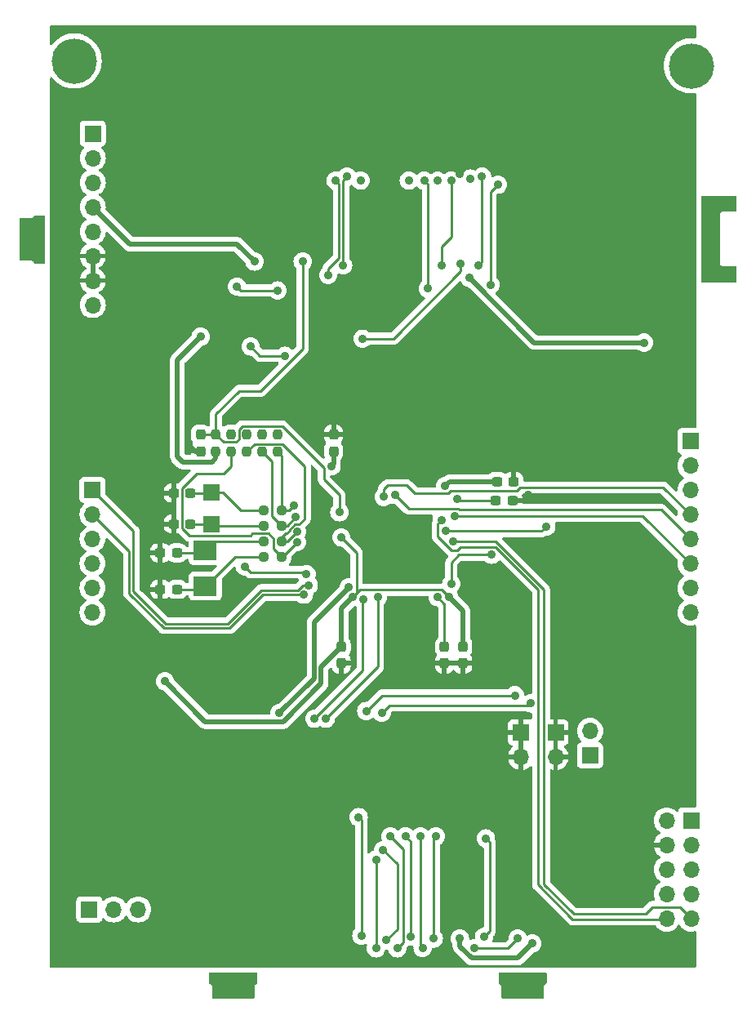
<source format=gbr>
%TF.GenerationSoftware,KiCad,Pcbnew,8.0.0*%
%TF.CreationDate,2024-11-20T18:06:17+03:00*%
%TF.ProjectId,box_side_suvenir_green,626f785f-7369-4646-955f-737576656e69,rev?*%
%TF.SameCoordinates,Original*%
%TF.FileFunction,Copper,L2,Bot*%
%TF.FilePolarity,Positive*%
%FSLAX46Y46*%
G04 Gerber Fmt 4.6, Leading zero omitted, Abs format (unit mm)*
G04 Created by KiCad (PCBNEW 8.0.0) date 2024-11-20 18:06:17*
%MOMM*%
%LPD*%
G01*
G04 APERTURE LIST*
G04 Aperture macros list*
%AMRoundRect*
0 Rectangle with rounded corners*
0 $1 Rounding radius*
0 $2 $3 $4 $5 $6 $7 $8 $9 X,Y pos of 4 corners*
0 Add a 4 corners polygon primitive as box body*
4,1,4,$2,$3,$4,$5,$6,$7,$8,$9,$2,$3,0*
0 Add four circle primitives for the rounded corners*
1,1,$1+$1,$2,$3*
1,1,$1+$1,$4,$5*
1,1,$1+$1,$6,$7*
1,1,$1+$1,$8,$9*
0 Add four rect primitives between the rounded corners*
20,1,$1+$1,$2,$3,$4,$5,0*
20,1,$1+$1,$4,$5,$6,$7,0*
20,1,$1+$1,$6,$7,$8,$9,0*
20,1,$1+$1,$8,$9,$2,$3,0*%
G04 Aperture macros list end*
%TA.AperFunction,ComponentPad*%
%ADD10R,1.700000X1.700000*%
%TD*%
%TA.AperFunction,ComponentPad*%
%ADD11O,1.700000X1.700000*%
%TD*%
%TA.AperFunction,ComponentPad*%
%ADD12C,3.100000*%
%TD*%
%TA.AperFunction,ConnectorPad*%
%ADD13C,4.700000*%
%TD*%
%TA.AperFunction,SMDPad,CuDef*%
%ADD14RoundRect,0.237500X0.300000X0.237500X-0.300000X0.237500X-0.300000X-0.237500X0.300000X-0.237500X0*%
%TD*%
%TA.AperFunction,SMDPad,CuDef*%
%ADD15RoundRect,0.237500X-0.250000X-0.237500X0.250000X-0.237500X0.250000X0.237500X-0.250000X0.237500X0*%
%TD*%
%TA.AperFunction,SMDPad,CuDef*%
%ADD16RoundRect,0.237500X-0.300000X-0.237500X0.300000X-0.237500X0.300000X0.237500X-0.300000X0.237500X0*%
%TD*%
%TA.AperFunction,SMDPad,CuDef*%
%ADD17R,2.400000X2.000000*%
%TD*%
%TA.AperFunction,SMDPad,CuDef*%
%ADD18RoundRect,0.237500X0.237500X-0.250000X0.237500X0.250000X-0.237500X0.250000X-0.237500X-0.250000X0*%
%TD*%
%TA.AperFunction,SMDPad,CuDef*%
%ADD19RoundRect,0.237500X0.237500X-0.300000X0.237500X0.300000X-0.237500X0.300000X-0.237500X-0.300000X0*%
%TD*%
%TA.AperFunction,SMDPad,CuDef*%
%ADD20RoundRect,0.237500X-0.237500X0.300000X-0.237500X-0.300000X0.237500X-0.300000X0.237500X0.300000X0*%
%TD*%
%TA.AperFunction,SMDPad,CuDef*%
%ADD21R,1.800000X1.750000*%
%TD*%
%TA.AperFunction,ViaPad*%
%ADD22C,0.900000*%
%TD*%
%TA.AperFunction,Conductor*%
%ADD23C,0.250000*%
%TD*%
%TA.AperFunction,Conductor*%
%ADD24C,0.500000*%
%TD*%
G04 APERTURE END LIST*
D10*
%TO.P,X3,1*%
%TO.N,BOOT0*%
X180000000Y-111000000D03*
D11*
%TO.P,X3,2*%
%TO.N,VDD*%
X180000000Y-108460000D03*
%TD*%
D10*
%TO.P,X6,1*%
%TO.N,/PA0*%
X128400000Y-83475000D03*
D11*
%TO.P,X6,2*%
%TO.N,/PA1*%
X128400000Y-86015000D03*
%TO.P,X6,3*%
%TO.N,/PA4*%
X128400000Y-88554999D03*
%TO.P,X6,4*%
%TO.N,/PB0*%
X128400000Y-91095000D03*
%TO.P,X6,5*%
%TO.N,/PC1*%
X128400000Y-93635000D03*
%TO.P,X6,6*%
%TO.N,/PC0*%
X128400000Y-96175000D03*
%TD*%
D10*
%TO.P,X8,1*%
%TO.N,PB13*%
X190489999Y-117749999D03*
D11*
%TO.P,X8,2*%
%TO.N,Net-(X10-PB9)*%
X187949999Y-117749999D03*
%TO.P,X8,3*%
%TO.N,VDDA*%
X190489999Y-120289999D03*
%TO.P,X8,4*%
%TO.N,PGND*%
X187949999Y-120289999D03*
%TO.P,X8,5*%
%TO.N,/PA5*%
X190489999Y-122829998D03*
%TO.P,X8,6*%
%TO.N,/PA6*%
X187949999Y-122829999D03*
%TO.P,X8,7*%
%TO.N,/PA7*%
X190489999Y-125369999D03*
%TO.P,X8,8*%
%TO.N,/PB6*%
X187949999Y-125369999D03*
%TO.P,X8,9*%
%TO.N,/PC7*%
X190489999Y-127909999D03*
%TO.P,X8,10*%
%TO.N,/PA9*%
X187949999Y-127909999D03*
%TD*%
D12*
%TO.P,REF\u002A\u002A,1*%
%TO.N,PGND*%
X126500000Y-39000000D03*
D13*
%TO.N,N/C*%
X126500000Y-39000000D03*
%TD*%
D10*
%TO.P,X9,1*%
%TO.N,/PA8*%
X190400000Y-78420000D03*
D11*
%TO.P,X9,2*%
%TO.N,/PB10*%
X190400000Y-80960000D03*
%TO.P,X9,3*%
%TO.N,/PB4*%
X190400000Y-83500000D03*
%TO.P,X9,4*%
%TO.N,/PB5*%
X190400000Y-86040000D03*
%TO.P,X9,5*%
%TO.N,/PB3*%
X190400000Y-88580000D03*
%TO.P,X9,6*%
%TO.N,/PA10*%
X190400000Y-91120000D03*
%TO.P,X9,7*%
%TO.N,/PA2*%
X190400000Y-93660000D03*
%TO.P,X9,8*%
%TO.N,/PA3*%
X190400000Y-96200000D03*
%TD*%
D10*
%TO.P,X1,1*%
%TO.N,PGND*%
X172850000Y-108610000D03*
D11*
%TO.P,X1,2*%
X172850000Y-111150000D03*
%TD*%
D10*
%TO.P,X5,1*%
%TO.N,unconnected-(X5-Pad1)*%
X128425000Y-46525000D03*
D11*
%TO.P,X5,2*%
%TO.N,VDD*%
X128425000Y-49065000D03*
%TO.P,X5,3*%
%TO.N,/PC12*%
X128425000Y-51605000D03*
%TO.P,X5,4*%
%TO.N,VDD*%
X128425000Y-54145000D03*
%TO.P,X5,5*%
%TO.N,C5V*%
X128425000Y-56685000D03*
%TO.P,X5,6*%
%TO.N,PGND*%
X128425000Y-59225000D03*
%TO.P,X5,7*%
X128425000Y-61765000D03*
%TO.P,X5,8*%
%TO.N,VIN*%
X128425000Y-64305000D03*
%TD*%
D10*
%TO.P,X7,1*%
%TO.N,U5V*%
X128075000Y-126975000D03*
D11*
%TO.P,X7,2*%
%TO.N,C5V*%
X130615000Y-126975000D03*
%TO.P,X7,3*%
%TO.N,E5V*%
X133154999Y-126975000D03*
%TD*%
D12*
%TO.P,REF\u002A\u002A,1*%
%TO.N,PGND*%
X190500000Y-39500000D03*
D13*
%TO.N,N/C*%
X190500000Y-39500000D03*
%TD*%
D10*
%TO.P,X2,1*%
%TO.N,PGND*%
X176425000Y-108610000D03*
D11*
%TO.P,X2,2*%
X176425000Y-111150000D03*
%TD*%
D14*
%TO.P,C5,1,C1*%
%TO.N,Net-(C5-C1)*%
X137162501Y-93800000D03*
%TO.P,C5,2,C2*%
%TO.N,PGND*%
X135437499Y-93800000D03*
%TD*%
D15*
%TO.P,SB9,1,J1*%
%TO.N,Net-(C5-C1)*%
X146187500Y-90400000D03*
%TO.P,SB9,2,J2*%
%TO.N,/PH1*%
X148012500Y-90400000D03*
%TD*%
D16*
%TO.P,C7,1,C1*%
%TO.N,Net-(C7-C1)*%
X170237499Y-84600000D03*
%TO.P,C7,2,C2*%
%TO.N,PGND*%
X171962501Y-84600000D03*
%TD*%
D17*
%TO.P,Y2,1,Q1*%
%TO.N,Net-(C4-C1)*%
X140100000Y-89749999D03*
%TO.P,Y2,2,Q2*%
%TO.N,Net-(C5-C1)*%
X140100000Y-93450001D03*
%TD*%
D14*
%TO.P,C1,1,C1*%
%TO.N,Net-(C1-C1)*%
X138562501Y-83800000D03*
%TO.P,C1,2,C2*%
%TO.N,PGND*%
X136837499Y-83800000D03*
%TD*%
D18*
%TO.P,SB11,1,J1*%
%TO.N,/PC14*%
X147600000Y-79512500D03*
%TO.P,SB11,2,J2*%
%TO.N,Net-(SB11-J2)*%
X147600000Y-77687500D03*
%TD*%
D14*
%TO.P,C2,1,C1*%
%TO.N,Net-(C2-C1)*%
X138562501Y-87000000D03*
%TO.P,C2,2,C2*%
%TO.N,PGND*%
X136837499Y-87000000D03*
%TD*%
D15*
%TO.P,SB8,1,J1*%
%TO.N,Net-(C4-C1)*%
X146187500Y-88800000D03*
%TO.P,SB8,2,J2*%
%TO.N,/PH0*%
X148012500Y-88800000D03*
%TD*%
D19*
%TO.P,C13,1,C1*%
%TO.N,VDD*%
X153400000Y-79462501D03*
%TO.P,C13,2,C2*%
%TO.N,PGND*%
X153400000Y-77737499D03*
%TD*%
D20*
%TO.P,C6,1,C1*%
%TO.N,Net-(C6-C1)*%
X164900000Y-99737499D03*
%TO.P,C6,2,C2*%
%TO.N,PGND*%
X164900000Y-101462501D03*
%TD*%
D18*
%TO.P,SB12,1,J1*%
%TO.N,/PC15*%
X146000000Y-79512500D03*
%TO.P,SB12,2,J2*%
%TO.N,Net-(SB12-J2)*%
X146000000Y-77687500D03*
%TD*%
D14*
%TO.P,C4,1,C1*%
%TO.N,Net-(C4-C1)*%
X137162501Y-90000000D03*
%TO.P,C4,2,C2*%
%TO.N,PGND*%
X135437499Y-90000000D03*
%TD*%
D15*
%TO.P,SB6,1,J1*%
%TO.N,Net-(C1-C1)*%
X146187500Y-85600000D03*
%TO.P,SB6,2,J2*%
%TO.N,/PC14*%
X148012500Y-85600000D03*
%TD*%
D18*
%TO.P,SB15,1,J1*%
%TO.N,VDD*%
X141200001Y-79512500D03*
%TO.P,SB15,2,J2*%
%TO.N,VBAT*%
X141200001Y-77687500D03*
%TD*%
%TO.P,SB14,1,J1*%
%TO.N,/PH1*%
X142799999Y-79512500D03*
%TO.P,SB14,2,J2*%
%TO.N,Net-(SB14-J2)*%
X142799999Y-77687500D03*
%TD*%
D16*
%TO.P,C15,1,C1*%
%TO.N,VDD*%
X170337499Y-82600000D03*
%TO.P,C15,2,C2*%
%TO.N,PGND*%
X172062501Y-82600000D03*
%TD*%
D20*
%TO.P,C17,1,C1*%
%TO.N,VBAT*%
X139600000Y-77737499D03*
%TO.P,C17,2,C2*%
%TO.N,PGND*%
X139600000Y-79462501D03*
%TD*%
D15*
%TO.P,SB7,1,J1*%
%TO.N,Net-(C2-C1)*%
X146187500Y-87200000D03*
%TO.P,SB7,2,J2*%
%TO.N,/PC15*%
X148012500Y-87200000D03*
%TD*%
D20*
%TO.P,C11,1,C1*%
%TO.N,VDD*%
X166800000Y-99737499D03*
%TO.P,C11,2,C2*%
%TO.N,PGND*%
X166800000Y-101462501D03*
%TD*%
D21*
%TO.P,Y1,1,Q1*%
%TO.N,Net-(C1-C1)*%
X140700000Y-83749998D03*
%TO.P,Y1,2,Q2*%
%TO.N,Net-(C2-C1)*%
X140700000Y-87000000D03*
%TD*%
D18*
%TO.P,SB13,1,J1*%
%TO.N,/PH0*%
X144400000Y-79512500D03*
%TO.P,SB13,2,J2*%
%TO.N,Net-(SB13-J2)*%
X144400000Y-77687500D03*
%TD*%
D20*
%TO.P,C9,1,C1*%
%TO.N,VDD*%
X154200000Y-99737499D03*
%TO.P,C9,2,C2*%
%TO.N,PGND*%
X154200000Y-101462501D03*
%TD*%
D22*
%TO.N,PGND*%
X161600000Y-77600000D03*
X151800000Y-77600000D03*
X152000000Y-51400000D03*
X166480002Y-50739998D03*
X189000000Y-131500000D03*
X169000000Y-77400000D03*
X169000000Y-79500000D03*
X157600000Y-51400000D03*
X150000000Y-51400000D03*
X183800000Y-52400000D03*
X159200000Y-51400000D03*
X141000000Y-125000000D03*
X133600000Y-54400000D03*
X173800000Y-82200000D03*
X183500000Y-94000000D03*
X140780000Y-63420000D03*
X188200000Y-74200000D03*
X132500000Y-79500000D03*
X161500000Y-69000000D03*
X179500000Y-98500000D03*
X132820000Y-63620000D03*
X148000000Y-51400000D03*
X141000000Y-130000000D03*
X175800000Y-37600000D03*
X173600000Y-84000000D03*
X177000000Y-57000000D03*
X185600000Y-66200000D03*
X138400000Y-56400000D03*
X187000000Y-111000000D03*
X180500000Y-119000000D03*
X149500000Y-116000000D03*
X186000000Y-131500000D03*
X128200000Y-76000000D03*
X138400000Y-78800000D03*
%TO.N,/nRST*%
X143400000Y-62400000D03*
X147600000Y-62800000D03*
%TO.N,Net-(C6-C1)*%
X164200000Y-94600000D03*
%TO.N,Net-(C7-C1)*%
X166200000Y-84400000D03*
%TO.N,VIN*%
X156200000Y-51400000D03*
%TO.N,VDD*%
X161200000Y-51400000D03*
X153200000Y-81000000D03*
X164200000Y-51400000D03*
X135912499Y-103312499D03*
X145200000Y-59800000D03*
X164982664Y-83072230D03*
X139600000Y-67600000D03*
X185600000Y-68200000D03*
X155400000Y-94600000D03*
X154200000Y-88400000D03*
X165400000Y-94600000D03*
X167500000Y-61500000D03*
%TO.N,E5V*%
X167600000Y-51200000D03*
%TO.N,VBAT*%
X150200000Y-59800000D03*
X154000000Y-85800000D03*
%TO.N,VDDA*%
X147800000Y-106600000D03*
X154991469Y-93578673D03*
X166500000Y-130000000D03*
X174000000Y-130500000D03*
%TO.N,BOOT0*%
X156400000Y-67800000D03*
X166600000Y-60000000D03*
%TO.N,PB13*%
X165600000Y-93200000D03*
X169800000Y-90200000D03*
X169200000Y-119600000D03*
X169000000Y-129800000D03*
%TO.N,/PC14*%
X149293110Y-85106890D03*
%TO.N,/PC15*%
X149498883Y-86298883D03*
%TO.N,/PH0*%
X149600000Y-87800000D03*
%TO.N,/PH1*%
X149600000Y-88900003D03*
%TO.N,/PC13*%
X148344246Y-69559737D03*
X144800000Y-68600000D03*
%TO.N,/PA14*%
X164575000Y-60200000D03*
X165600000Y-51400000D03*
%TO.N,/PB5*%
X158600000Y-84200000D03*
%TO.N,/PC5*%
X162400000Y-119400000D03*
X162640000Y-130960000D03*
%TO.N,/PB6*%
X154400000Y-60200000D03*
X154800000Y-51000000D03*
%TO.N,/PB3*%
X159800000Y-84000000D03*
%TO.N,/PB0*%
X158000000Y-94600000D03*
X152600000Y-107200000D03*
%TO.N,/PA1*%
X150333794Y-94333794D03*
%TO.N,/PC3*%
X150600000Y-92200000D03*
X157800000Y-121800000D03*
X157800000Y-131000000D03*
X144200000Y-91400000D03*
%TO.N,/PA10*%
X166000000Y-86200000D03*
%TO.N,/PA5*%
X160000000Y-131000000D03*
X159300000Y-119400000D03*
%TO.N,/PB2*%
X163800000Y-130000000D03*
X164000000Y-119400000D03*
%TO.N,/PB8*%
X152850000Y-61200000D03*
X153600000Y-51400000D03*
%TO.N,/PC7*%
X165800000Y-88800000D03*
X169655000Y-62200000D03*
X170430000Y-51830000D03*
%TO.N,/PC1*%
X156000000Y-117400000D03*
X156290000Y-129690000D03*
%TO.N,/PA0*%
X150825147Y-93349631D03*
%TO.N,/PA4*%
X151400000Y-107200000D03*
X156478642Y-94815728D03*
%TO.N,/PA2*%
X158830000Y-130170000D03*
X158551992Y-120848008D03*
X172191469Y-104778673D03*
X156800000Y-106400000D03*
%TO.N,/PC9*%
X168800000Y-51000000D03*
X168385000Y-60200000D03*
%TO.N,/PA8*%
X165000000Y-87750000D03*
X175466206Y-87266206D03*
%TO.N,/PA9*%
X164600000Y-86600000D03*
%TO.N,/PA7*%
X160850000Y-119400000D03*
X161400000Y-129800000D03*
%TO.N,/PC12*%
X162800000Y-51400000D03*
X163200000Y-62600000D03*
%TO.N,/PA3*%
X173825000Y-105600000D03*
X158400000Y-106600000D03*
%TO.N,Net-(X10-PB9)*%
X168000000Y-131000000D03*
X172500000Y-130000000D03*
%TD*%
D23*
%TO.N,Net-(C1-C1)*%
X143800000Y-85600000D02*
X146187500Y-85600000D01*
X138562501Y-83800000D02*
X140649998Y-83800000D01*
X140700000Y-83749998D02*
X141949998Y-83749998D01*
X140649998Y-83800000D02*
X140700000Y-83749998D01*
X141949998Y-83749998D02*
X143800000Y-85600000D01*
D24*
%TO.N,PGND*%
X139600000Y-79462501D02*
X139062501Y-79462501D01*
X151937499Y-77737499D02*
X151800000Y-77600000D01*
X153400000Y-77737499D02*
X151937499Y-77737499D01*
X139062501Y-79462501D02*
X138400000Y-78800000D01*
D23*
%TO.N,Net-(C2-C1)*%
X141000000Y-87000000D02*
X141200000Y-87200000D01*
X140700000Y-87000000D02*
X141000000Y-87000000D01*
X138562501Y-87000000D02*
X140700000Y-87000000D01*
X141200000Y-87200000D02*
X146187500Y-87200000D01*
%TO.N,/nRST*%
X143400000Y-62400000D02*
X143800000Y-62800000D01*
X143800000Y-62800000D02*
X147600000Y-62800000D01*
%TO.N,Net-(C4-C1)*%
X140250001Y-89749999D02*
X141200000Y-88800000D01*
X139849999Y-90000000D02*
X140100000Y-89749999D01*
X141200000Y-88800000D02*
X146187500Y-88800000D01*
X137162501Y-90000000D02*
X139849999Y-90000000D01*
X140100000Y-89749999D02*
X140250001Y-89749999D01*
%TO.N,Net-(C5-C1)*%
X137162501Y-93800000D02*
X139750001Y-93800000D01*
X140149999Y-93450001D02*
X143200000Y-90400000D01*
X139750001Y-93800000D02*
X140100000Y-93450001D01*
X143200000Y-90400000D02*
X146187500Y-90400000D01*
X140100000Y-93450001D02*
X140149999Y-93450001D01*
%TO.N,Net-(C6-C1)*%
X164900000Y-95300000D02*
X164200000Y-94600000D01*
X164900000Y-99737499D02*
X164900000Y-95300000D01*
%TO.N,Net-(C7-C1)*%
X166400000Y-84600000D02*
X166200000Y-84400000D01*
X170237499Y-84600000D02*
X166400000Y-84600000D01*
D24*
%TO.N,VDD*%
X154200000Y-99737499D02*
X152100000Y-101837499D01*
D23*
X156175000Y-93825000D02*
X164625000Y-93825000D01*
X155400000Y-94600000D02*
X156175000Y-93825000D01*
D24*
X153400000Y-79462501D02*
X153400000Y-80800000D01*
X132280000Y-58000000D02*
X128425000Y-54145000D01*
X137800000Y-80600000D02*
X140800000Y-80600000D01*
D23*
X154200000Y-88400000D02*
X155766469Y-89966469D01*
D24*
X140100000Y-107500000D02*
X135912499Y-103312499D01*
X174200000Y-68200000D02*
X167500000Y-61500000D01*
X166800000Y-96000000D02*
X165400000Y-94600000D01*
D23*
X155766469Y-94233531D02*
X155400000Y-94600000D01*
D24*
X185600000Y-68200000D02*
X174200000Y-68200000D01*
X137200000Y-80000000D02*
X137800000Y-80600000D01*
X139600000Y-67600000D02*
X137200000Y-70000000D01*
X153400000Y-80800000D02*
X153200000Y-81000000D01*
X154200000Y-95800000D02*
X155400000Y-94600000D01*
X140800000Y-80600000D02*
X141200001Y-80199999D01*
X166800000Y-99737499D02*
X166800000Y-96000000D01*
X152100000Y-103572793D02*
X148172793Y-107500000D01*
X137200000Y-70000000D02*
X137200000Y-80000000D01*
D23*
X164625000Y-93825000D02*
X165400000Y-94600000D01*
D24*
X165454894Y-82600000D02*
X170337499Y-82600000D01*
X143400000Y-58000000D02*
X132280000Y-58000000D01*
X141200001Y-80199999D02*
X141200001Y-79512500D01*
X164982664Y-83072230D02*
X165454894Y-82600000D01*
X148172793Y-107500000D02*
X140100000Y-107500000D01*
X154200000Y-99737499D02*
X154200000Y-95800000D01*
X145200000Y-59800000D02*
X143400000Y-58000000D01*
X152100000Y-101837499D02*
X152100000Y-103572793D01*
D23*
X155766469Y-89966469D02*
X155766469Y-94233531D01*
%TO.N,VBAT*%
X154000000Y-85800000D02*
X154000000Y-84000000D01*
X143600000Y-78200000D02*
X143300000Y-78500000D01*
X143600000Y-77197924D02*
X143600000Y-78200000D01*
X152400000Y-82400000D02*
X152400000Y-81197924D01*
X143922924Y-76875000D02*
X143600000Y-77197924D01*
X141150002Y-77737499D02*
X141200001Y-77687500D01*
X143600000Y-73200000D02*
X141200001Y-75599999D01*
X139600000Y-77737499D02*
X141150002Y-77737499D01*
X154000000Y-84000000D02*
X152400000Y-82400000D01*
X152400000Y-81197924D02*
X148077076Y-76875000D01*
X143300000Y-78500000D02*
X142012501Y-78500000D01*
X150200000Y-68800000D02*
X145800000Y-73200000D01*
X141200001Y-75599999D02*
X141200001Y-77687500D01*
X148077076Y-76875000D02*
X143922924Y-76875000D01*
X142012501Y-78500000D02*
X141200001Y-77687500D01*
X145800000Y-73200000D02*
X143600000Y-73200000D01*
X150200000Y-59800000D02*
X150200000Y-68800000D01*
D24*
%TO.N,VDDA*%
X155000000Y-93600000D02*
X154991469Y-93591469D01*
X167727207Y-132000000D02*
X172500000Y-132000000D01*
X151400000Y-103000000D02*
X151400000Y-97200000D01*
X151400000Y-97200000D02*
X155000000Y-93600000D01*
X166500000Y-130000000D02*
X166500000Y-130772793D01*
X166500000Y-130772793D02*
X167727207Y-132000000D01*
X172500000Y-132000000D02*
X174000000Y-130500000D01*
X154991469Y-93591469D02*
X154991469Y-93578673D01*
X147800000Y-106600000D02*
X151400000Y-103000000D01*
D23*
%TO.N,BOOT0*%
X166600000Y-60800000D02*
X166600000Y-60000000D01*
X159600000Y-67800000D02*
X166600000Y-60800000D01*
X156400000Y-67800000D02*
X159600000Y-67800000D01*
%TO.N,PB13*%
X169200000Y-119600000D02*
X169600000Y-120000000D01*
X169800000Y-90200000D02*
X166400000Y-90200000D01*
X169600000Y-120000000D02*
X169600000Y-129200000D01*
X169600000Y-129200000D02*
X169000000Y-129800000D01*
X165600000Y-91000000D02*
X165600000Y-93200000D01*
X166400000Y-90200000D02*
X165600000Y-91000000D01*
%TO.N,/PC14*%
X148800000Y-85600000D02*
X148012500Y-85600000D01*
X148012500Y-79925000D02*
X147600000Y-79512500D01*
X148012500Y-85600000D02*
X148012500Y-79925000D01*
X149293110Y-85106890D02*
X148800000Y-85600000D01*
%TO.N,/PC15*%
X147000000Y-86187500D02*
X147000000Y-80512500D01*
X148597766Y-87200000D02*
X148012500Y-87200000D01*
X148012500Y-87200000D02*
X147000000Y-86187500D01*
X147000000Y-80512500D02*
X146000000Y-79512500D01*
X149498883Y-86298883D02*
X148597766Y-87200000D01*
%TO.N,/PH0*%
X149360279Y-87073883D02*
X149819899Y-87073883D01*
X148012500Y-88800000D02*
X148012500Y-88387500D01*
X148502076Y-88000000D02*
X148825000Y-87677076D01*
X150400000Y-81022924D02*
X148077076Y-78700000D01*
X149600000Y-87800000D02*
X148600000Y-88800000D01*
X145212500Y-78700000D02*
X144400000Y-79512500D01*
X148012500Y-88387500D02*
X148400000Y-88000000D01*
X149819899Y-87073883D02*
X150400000Y-86493782D01*
X148825000Y-87609162D02*
X149360279Y-87073883D01*
X150400000Y-86493782D02*
X150400000Y-81022924D01*
X148400000Y-88000000D02*
X148502076Y-88000000D01*
X148600000Y-88800000D02*
X148012500Y-88800000D01*
X148825000Y-87677076D02*
X148825000Y-87609162D01*
X148077076Y-78700000D02*
X145212500Y-78700000D01*
%TO.N,/PH1*%
X145000000Y-88000000D02*
X144800000Y-88200000D01*
X138422925Y-88200000D02*
X137700001Y-87477076D01*
X147200000Y-89587500D02*
X147200000Y-88522924D01*
X137700001Y-87477076D02*
X137700001Y-83322924D01*
X149600000Y-88900003D02*
X148100003Y-90400000D01*
X147200000Y-88522924D02*
X146677076Y-88000000D01*
X142799999Y-81000001D02*
X142799999Y-79512500D01*
X144800000Y-88200000D02*
X138422925Y-88200000D01*
X139222925Y-81800000D02*
X142000000Y-81800000D01*
X142000000Y-81800000D02*
X142799999Y-81000001D01*
X137700001Y-83322924D02*
X139222925Y-81800000D01*
X148012500Y-90400000D02*
X147200000Y-89587500D01*
X148100003Y-90400000D02*
X148012500Y-90400000D01*
X146677076Y-88000000D02*
X145000000Y-88000000D01*
%TO.N,/PC13*%
X145759737Y-69559737D02*
X144800000Y-68600000D01*
X148344246Y-69559737D02*
X145759737Y-69559737D01*
%TO.N,/PA14*%
X165600000Y-57200000D02*
X165600000Y-51400000D01*
X164575000Y-58225000D02*
X165600000Y-57200000D01*
X164575000Y-60200000D02*
X164575000Y-58225000D01*
%TO.N,/PB5*%
X190400000Y-86040000D02*
X187585000Y-83225000D01*
X165550910Y-83600000D02*
X165303680Y-83847230D01*
X172402077Y-83600000D02*
X165550910Y-83600000D01*
X161000000Y-83000000D02*
X159000000Y-83000000D01*
X161847230Y-83847230D02*
X161000000Y-83000000D01*
X158600000Y-83400000D02*
X158600000Y-84200000D01*
X172777077Y-83225000D02*
X172402077Y-83600000D01*
X165303680Y-83847230D02*
X161847230Y-83847230D01*
X159000000Y-83000000D02*
X158600000Y-83400000D01*
X187585000Y-83225000D02*
X172777077Y-83225000D01*
%TO.N,/PC5*%
X162400000Y-130720000D02*
X162640000Y-130960000D01*
X162400000Y-119400000D02*
X162400000Y-130720000D01*
%TO.N,/PB6*%
X154400000Y-51400000D02*
X154800000Y-51000000D01*
X154400000Y-60200000D02*
X154400000Y-51400000D01*
%TO.N,/PB3*%
X187371992Y-85551992D02*
X166448008Y-85551992D01*
X161225000Y-85425000D02*
X159800000Y-84000000D01*
X166448008Y-85551992D02*
X166321016Y-85425000D01*
X166321016Y-85425000D02*
X161225000Y-85425000D01*
X190400000Y-88580000D02*
X187371992Y-85551992D01*
%TO.N,/PB0*%
X152600000Y-107200000D02*
X158000000Y-101800000D01*
X158000000Y-101800000D02*
X158000000Y-94600000D01*
%TO.N,/PA1*%
X146066206Y-94333794D02*
X142600000Y-97800000D01*
X142600000Y-97800000D02*
X135800000Y-97800000D01*
X132185000Y-89800000D02*
X128400000Y-86015000D01*
X150333794Y-94333794D02*
X146066206Y-94333794D01*
X132200000Y-89800000D02*
X132185000Y-89800000D01*
X135800000Y-97800000D02*
X132200000Y-94200000D01*
X132200000Y-94200000D02*
X132200000Y-89800000D01*
%TO.N,/PC3*%
X157800000Y-121800000D02*
X157800000Y-131000000D01*
X150600000Y-92200000D02*
X150400000Y-92000000D01*
X150400000Y-92000000D02*
X144800000Y-92000000D01*
X144800000Y-92000000D02*
X144200000Y-91400000D01*
%TO.N,/PA10*%
X185480000Y-86200000D02*
X166000000Y-86200000D01*
X190400000Y-91120000D02*
X185480000Y-86200000D01*
%TO.N,/PA5*%
X160600000Y-120700000D02*
X160600000Y-130400000D01*
X160600000Y-130400000D02*
X160000000Y-131000000D01*
X159300000Y-119400000D02*
X160600000Y-120700000D01*
%TO.N,/PB2*%
X164000000Y-119400000D02*
X163800000Y-119600000D01*
X163800000Y-119600000D02*
X163800000Y-130000000D01*
%TO.N,/PB8*%
X153950000Y-59400000D02*
X152850000Y-60500000D01*
X153950000Y-51750000D02*
X153950000Y-59400000D01*
X152850000Y-60500000D02*
X152850000Y-61200000D01*
X153600000Y-51400000D02*
X153950000Y-51750000D01*
%TO.N,/PC7*%
X170430000Y-51830000D02*
X169655000Y-52605000D01*
X189314999Y-126734999D02*
X190489999Y-127909999D01*
X186465001Y-126734999D02*
X189314999Y-126734999D01*
X175218198Y-93781802D02*
X175218198Y-124381802D01*
X185740001Y-127459999D02*
X186465001Y-126734999D01*
X165800000Y-88800000D02*
X170236396Y-88800000D01*
X175218198Y-124381802D02*
X178296395Y-127459999D01*
X178296395Y-127459999D02*
X185740001Y-127459999D01*
X170236396Y-88800000D02*
X175218198Y-93781802D01*
X169655000Y-52605000D02*
X169655000Y-62200000D01*
%TO.N,/PC1*%
X156290000Y-117690000D02*
X156000000Y-117400000D01*
X156290000Y-129690000D02*
X156290000Y-117690000D01*
%TO.N,/PA0*%
X135986396Y-97350000D02*
X132650000Y-94013604D01*
X149687778Y-93883794D02*
X145879810Y-93883794D01*
X132650000Y-94013604D02*
X132650000Y-87725000D01*
X150221941Y-93349631D02*
X149687778Y-93883794D01*
X132650000Y-87725000D02*
X128400000Y-83475000D01*
X142413604Y-97350000D02*
X135986396Y-97350000D01*
X150825147Y-93349631D02*
X150221941Y-93349631D01*
X145879810Y-93883794D02*
X142413604Y-97350000D01*
%TO.N,/PA4*%
X156400000Y-94800000D02*
X156462914Y-94800000D01*
X156462914Y-94800000D02*
X156478642Y-94815728D01*
X151400000Y-107200000D02*
X156400000Y-102200000D01*
X156400000Y-102200000D02*
X156400000Y-94800000D01*
%TO.N,/PA2*%
X160000000Y-122296016D02*
X158551992Y-120848008D01*
X158421327Y-104778673D02*
X156800000Y-106400000D01*
X158830000Y-130170000D02*
X160000000Y-129000000D01*
X160000000Y-129000000D02*
X160000000Y-122296016D01*
X172191469Y-104778673D02*
X158421327Y-104778673D01*
%TO.N,/PC9*%
X168800000Y-51000000D02*
X168800000Y-59785000D01*
X168800000Y-59785000D02*
X168385000Y-60200000D01*
%TO.N,/PA8*%
X174982412Y-87750000D02*
X175466206Y-87266206D01*
X165000000Y-87750000D02*
X174982412Y-87750000D01*
%TO.N,/PA9*%
X166538604Y-89425000D02*
X170225000Y-89425000D01*
X165653984Y-89750000D02*
X166213604Y-89750000D01*
X170225000Y-89425000D02*
X174600000Y-93800000D01*
X174600000Y-124400000D02*
X178200000Y-128000000D01*
X166213604Y-89750000D02*
X166538604Y-89425000D01*
X164600000Y-86600000D02*
X164225000Y-86975000D01*
X164225000Y-86975000D02*
X164225000Y-88321016D01*
X164225000Y-88321016D02*
X165653984Y-89750000D01*
X178200000Y-128000000D02*
X187859998Y-128000000D01*
X174600000Y-93800000D02*
X174600000Y-124400000D01*
X187859998Y-128000000D02*
X187949999Y-127909999D01*
%TO.N,/PA7*%
X160850000Y-119400000D02*
X161400000Y-119950000D01*
X161400000Y-119950000D02*
X161400000Y-129800000D01*
%TO.N,/PC12*%
X163200000Y-51800000D02*
X163200000Y-62600000D01*
X162800000Y-51400000D02*
X163200000Y-51800000D01*
%TO.N,/PA3*%
X173825000Y-105600000D02*
X173625000Y-105800000D01*
X159200000Y-105800000D02*
X158400000Y-106600000D01*
X173625000Y-105800000D02*
X159200000Y-105800000D01*
%TO.N,Net-(X10-PB9)*%
X171500000Y-131000000D02*
X172500000Y-130000000D01*
X168000000Y-131000000D02*
X171500000Y-131000000D01*
%TD*%
%TA.AperFunction,NonConductor*%
G36*
X145443039Y-133519685D02*
G01*
X145488794Y-133572489D01*
X145500000Y-133624000D01*
X145500000Y-134593751D01*
X145480315Y-134660790D01*
X145427511Y-134706545D01*
X145408096Y-134713525D01*
X145384013Y-134719978D01*
X145384004Y-134719982D01*
X145315495Y-134759535D01*
X145315487Y-134759541D01*
X145259541Y-134815487D01*
X145259535Y-134815495D01*
X145219982Y-134884004D01*
X145219979Y-134884009D01*
X145199500Y-134960439D01*
X145199500Y-136075500D01*
X145179815Y-136142539D01*
X145127011Y-136188294D01*
X145075500Y-136199500D01*
X140924500Y-136199500D01*
X140857461Y-136179815D01*
X140811706Y-136127011D01*
X140800500Y-136075500D01*
X140800500Y-134960439D01*
X140780020Y-134884009D01*
X140780017Y-134884004D01*
X140740464Y-134815495D01*
X140740458Y-134815487D01*
X140684512Y-134759541D01*
X140684504Y-134759535D01*
X140615995Y-134719982D01*
X140615991Y-134719980D01*
X140615989Y-134719979D01*
X140615987Y-134719978D01*
X140615986Y-134719978D01*
X140591904Y-134713525D01*
X140532245Y-134677159D01*
X140501717Y-134614312D01*
X140500000Y-134593751D01*
X140500000Y-133624000D01*
X140519685Y-133556961D01*
X140572489Y-133511206D01*
X140624000Y-133500000D01*
X145376000Y-133500000D01*
X145443039Y-133519685D01*
G37*
%TD.AperFunction*%
%TA.AperFunction,NonConductor*%
G36*
X175443039Y-133519685D02*
G01*
X175488794Y-133572489D01*
X175500000Y-133624000D01*
X175500000Y-134593751D01*
X175480315Y-134660790D01*
X175427511Y-134706545D01*
X175408096Y-134713525D01*
X175384013Y-134719978D01*
X175384004Y-134719982D01*
X175315495Y-134759535D01*
X175315487Y-134759541D01*
X175259541Y-134815487D01*
X175259535Y-134815495D01*
X175219982Y-134884004D01*
X175219979Y-134884009D01*
X175199500Y-134960439D01*
X175199500Y-136075500D01*
X175179815Y-136142539D01*
X175127011Y-136188294D01*
X175075500Y-136199500D01*
X170924500Y-136199500D01*
X170857461Y-136179815D01*
X170811706Y-136127011D01*
X170800500Y-136075500D01*
X170800500Y-134960439D01*
X170780020Y-134884009D01*
X170780017Y-134884004D01*
X170740464Y-134815495D01*
X170740458Y-134815487D01*
X170684512Y-134759541D01*
X170684504Y-134759535D01*
X170615995Y-134719982D01*
X170615991Y-134719980D01*
X170615989Y-134719979D01*
X170615987Y-134719978D01*
X170615986Y-134719978D01*
X170591904Y-134713525D01*
X170532245Y-134677159D01*
X170501717Y-134614312D01*
X170500000Y-134593751D01*
X170500000Y-133624000D01*
X170519685Y-133556961D01*
X170572489Y-133511206D01*
X170624000Y-133500000D01*
X175376000Y-133500000D01*
X175443039Y-133519685D01*
G37*
%TD.AperFunction*%
%TA.AperFunction,NonConductor*%
G36*
X123443039Y-55019685D02*
G01*
X123488794Y-55072489D01*
X123500000Y-55124000D01*
X123500000Y-59876000D01*
X123480315Y-59943039D01*
X123427511Y-59988794D01*
X123376000Y-60000000D01*
X122406249Y-60000000D01*
X122339210Y-59980315D01*
X122293455Y-59927511D01*
X122286475Y-59908096D01*
X122284144Y-59899401D01*
X122280021Y-59884011D01*
X122275396Y-59876000D01*
X122240464Y-59815495D01*
X122240458Y-59815487D01*
X122184512Y-59759541D01*
X122184504Y-59759535D01*
X122115995Y-59719982D01*
X122115990Y-59719979D01*
X122090513Y-59713152D01*
X122039562Y-59699500D01*
X122039560Y-59699500D01*
X120924500Y-59699500D01*
X120857461Y-59679815D01*
X120811706Y-59627011D01*
X120800500Y-59575500D01*
X120800500Y-55424500D01*
X120820185Y-55357461D01*
X120872989Y-55311706D01*
X120924500Y-55300500D01*
X122039560Y-55300500D01*
X122039562Y-55300500D01*
X122115989Y-55280021D01*
X122184511Y-55240460D01*
X122240460Y-55184511D01*
X122280021Y-55115989D01*
X122286475Y-55091904D01*
X122322841Y-55032245D01*
X122385688Y-55001717D01*
X122406249Y-55000000D01*
X123376000Y-55000000D01*
X123443039Y-55019685D01*
G37*
%TD.AperFunction*%
%TA.AperFunction,Conductor*%
%TO.N,PGND*%
G36*
X128675000Y-61331988D02*
G01*
X128617993Y-61299075D01*
X128490826Y-61265000D01*
X128359174Y-61265000D01*
X128232007Y-61299075D01*
X128175000Y-61331988D01*
X128175000Y-59658012D01*
X128232007Y-59690925D01*
X128359174Y-59725000D01*
X128490826Y-59725000D01*
X128617993Y-59690925D01*
X128675000Y-59658012D01*
X128675000Y-61331988D01*
G37*
%TD.AperFunction*%
%TA.AperFunction,Conductor*%
G36*
X190943039Y-35320185D02*
G01*
X190988794Y-35372989D01*
X191000000Y-35424500D01*
X191000000Y-36549199D01*
X190980315Y-36616238D01*
X190927511Y-36661993D01*
X190861607Y-36672360D01*
X190666023Y-36649500D01*
X190333977Y-36649500D01*
X190045402Y-36683229D01*
X190004176Y-36688048D01*
X190004161Y-36688050D01*
X189681090Y-36764620D01*
X189681069Y-36764627D01*
X189369059Y-36878189D01*
X189369053Y-36878192D01*
X189072330Y-37027212D01*
X188794920Y-37209668D01*
X188794912Y-37209674D01*
X188649527Y-37331667D01*
X188540553Y-37423107D01*
X188312690Y-37664629D01*
X188312687Y-37664632D01*
X188312685Y-37664635D01*
X188312678Y-37664643D01*
X188114406Y-37930968D01*
X187948385Y-38218525D01*
X187948379Y-38218538D01*
X187816866Y-38523419D01*
X187721634Y-38841518D01*
X187721631Y-38841532D01*
X187663977Y-39168504D01*
X187663976Y-39168515D01*
X187644669Y-39499996D01*
X187644669Y-39500003D01*
X187663976Y-39831484D01*
X187663977Y-39831495D01*
X187721631Y-40158467D01*
X187721634Y-40158481D01*
X187816866Y-40476580D01*
X187948379Y-40781461D01*
X187948385Y-40781474D01*
X188114406Y-41069031D01*
X188312678Y-41335356D01*
X188312683Y-41335362D01*
X188312690Y-41335371D01*
X188540553Y-41576893D01*
X188724689Y-41731400D01*
X188794912Y-41790325D01*
X188794920Y-41790331D01*
X189072330Y-41972787D01*
X189072334Y-41972789D01*
X189369061Y-42121811D01*
X189681082Y-42235377D01*
X189681088Y-42235378D01*
X189681090Y-42235379D01*
X190004161Y-42311949D01*
X190004168Y-42311950D01*
X190004177Y-42311952D01*
X190333977Y-42350500D01*
X190333984Y-42350500D01*
X190666016Y-42350500D01*
X190666023Y-42350500D01*
X190861607Y-42327639D01*
X190930476Y-42339408D01*
X190982052Y-42386543D01*
X191000000Y-42450801D01*
X191000000Y-76945500D01*
X190980315Y-77012539D01*
X190927511Y-77058294D01*
X190876000Y-77069500D01*
X189502129Y-77069500D01*
X189502123Y-77069501D01*
X189442516Y-77075908D01*
X189307671Y-77126202D01*
X189307664Y-77126206D01*
X189192455Y-77212452D01*
X189192452Y-77212455D01*
X189106206Y-77327664D01*
X189106202Y-77327671D01*
X189055908Y-77462517D01*
X189049501Y-77522116D01*
X189049500Y-77522135D01*
X189049500Y-79317870D01*
X189049501Y-79317876D01*
X189055908Y-79377483D01*
X189106202Y-79512328D01*
X189106206Y-79512335D01*
X189192452Y-79627544D01*
X189192455Y-79627547D01*
X189307664Y-79713793D01*
X189307671Y-79713797D01*
X189439081Y-79762810D01*
X189495015Y-79804681D01*
X189519432Y-79870145D01*
X189504580Y-79938418D01*
X189483430Y-79966673D01*
X189361503Y-80088600D01*
X189225965Y-80282169D01*
X189225964Y-80282171D01*
X189126098Y-80496335D01*
X189126094Y-80496344D01*
X189064938Y-80724586D01*
X189064936Y-80724596D01*
X189044341Y-80959999D01*
X189044341Y-80960000D01*
X189064936Y-81195403D01*
X189064938Y-81195413D01*
X189126094Y-81423655D01*
X189126096Y-81423659D01*
X189126097Y-81423663D01*
X189190689Y-81562181D01*
X189225965Y-81637830D01*
X189225967Y-81637834D01*
X189361501Y-81831395D01*
X189361506Y-81831402D01*
X189528597Y-81998493D01*
X189528603Y-81998498D01*
X189714158Y-82128425D01*
X189757783Y-82183002D01*
X189764977Y-82252500D01*
X189733454Y-82314855D01*
X189714158Y-82331575D01*
X189528597Y-82461505D01*
X189361505Y-82628597D01*
X189225965Y-82822169D01*
X189225964Y-82822171D01*
X189126098Y-83036335D01*
X189126094Y-83036344D01*
X189064938Y-83264586D01*
X189064936Y-83264596D01*
X189044341Y-83499999D01*
X189044341Y-83500389D01*
X189044292Y-83500554D01*
X189043869Y-83505394D01*
X189042896Y-83505308D01*
X189024656Y-83567428D01*
X188971852Y-83613183D01*
X188902694Y-83623127D01*
X188839138Y-83594102D01*
X188832660Y-83588070D01*
X188075198Y-82830608D01*
X188075178Y-82830586D01*
X187983735Y-82739143D01*
X187983732Y-82739141D01*
X187919595Y-82696286D01*
X187919594Y-82696285D01*
X187881290Y-82670690D01*
X187881286Y-82670688D01*
X187800792Y-82637347D01*
X187767452Y-82623537D01*
X187767448Y-82623536D01*
X187767444Y-82623535D01*
X187655490Y-82601266D01*
X187655489Y-82601266D01*
X187646611Y-82599500D01*
X187646607Y-82599500D01*
X187646606Y-82599500D01*
X173224000Y-82599500D01*
X173156961Y-82579815D01*
X173111206Y-82527011D01*
X173100000Y-82475500D01*
X173100000Y-82313360D01*
X173099999Y-82313345D01*
X173089681Y-82212347D01*
X173035454Y-82048699D01*
X173035449Y-82048688D01*
X172944948Y-81901965D01*
X172944945Y-81901961D01*
X172823039Y-81780055D01*
X172823035Y-81780052D01*
X172676312Y-81689551D01*
X172676301Y-81689546D01*
X172512653Y-81635319D01*
X172411655Y-81625000D01*
X172312501Y-81625000D01*
X172312501Y-82753623D01*
X172292816Y-82820662D01*
X172276182Y-82841304D01*
X172179305Y-82938181D01*
X172117982Y-82971666D01*
X172091624Y-82974500D01*
X171936501Y-82974500D01*
X171869462Y-82954815D01*
X171823707Y-82902011D01*
X171812501Y-82850500D01*
X171812501Y-81624999D01*
X171713361Y-81625000D01*
X171713345Y-81625001D01*
X171612348Y-81635319D01*
X171448700Y-81689546D01*
X171448689Y-81689551D01*
X171301966Y-81780052D01*
X171288032Y-81793986D01*
X171226708Y-81827469D01*
X171157016Y-81822483D01*
X171112672Y-81793983D01*
X171098350Y-81779661D01*
X171098349Y-81779660D01*
X171007128Y-81723395D01*
X170951517Y-81689093D01*
X170951512Y-81689091D01*
X170950068Y-81688612D01*
X170787752Y-81634826D01*
X170787750Y-81634825D01*
X170686677Y-81624500D01*
X169988329Y-81624500D01*
X169988311Y-81624501D01*
X169887246Y-81634825D01*
X169723483Y-81689092D01*
X169723480Y-81689093D01*
X169576647Y-81779661D01*
X169543128Y-81813181D01*
X169481805Y-81846666D01*
X169455447Y-81849500D01*
X165380974Y-81849500D01*
X165235986Y-81878340D01*
X165235976Y-81878343D01*
X165099405Y-81934912D01*
X165099393Y-81934919D01*
X165069194Y-81955098D01*
X165069193Y-81955098D01*
X164976483Y-82017044D01*
X164976479Y-82017046D01*
X164896155Y-82097369D01*
X164834831Y-82130853D01*
X164820633Y-82133089D01*
X164796330Y-82135483D01*
X164617161Y-82189834D01*
X164452040Y-82278092D01*
X164452037Y-82278094D01*
X164307306Y-82396872D01*
X164188528Y-82541603D01*
X164188526Y-82541606D01*
X164100268Y-82706727D01*
X164045917Y-82885896D01*
X164045916Y-82885898D01*
X164027565Y-83072227D01*
X164027565Y-83072230D01*
X164028879Y-83085576D01*
X164015862Y-83154220D01*
X163967798Y-83204931D01*
X163905477Y-83221730D01*
X162157682Y-83221730D01*
X162090643Y-83202045D01*
X162070001Y-83185411D01*
X161490198Y-82605608D01*
X161490178Y-82605586D01*
X161398736Y-82514144D01*
X161398732Y-82514141D01*
X161339405Y-82474500D01*
X161296287Y-82445689D01*
X161296286Y-82445688D01*
X161215792Y-82412347D01*
X161182452Y-82398537D01*
X161182444Y-82398535D01*
X161102685Y-82382669D01*
X161102676Y-82382669D01*
X161061607Y-82374500D01*
X161061606Y-82374500D01*
X159061606Y-82374500D01*
X158938393Y-82374500D01*
X158917858Y-82378584D01*
X158897323Y-82382669D01*
X158897322Y-82382668D01*
X158817555Y-82398535D01*
X158817547Y-82398537D01*
X158703716Y-82445687D01*
X158603053Y-82512949D01*
X158603046Y-82512954D01*
X158601265Y-82514143D01*
X158376270Y-82739139D01*
X158201269Y-82914140D01*
X158201267Y-82914142D01*
X158177228Y-82938181D01*
X158114142Y-83001266D01*
X158097189Y-83026639D01*
X158045686Y-83103717D01*
X158045685Y-83103718D01*
X157998540Y-83217538D01*
X157998537Y-83217549D01*
X157982875Y-83296287D01*
X157974500Y-83338389D01*
X157974500Y-83425079D01*
X157954815Y-83492118D01*
X157929169Y-83520928D01*
X157925163Y-83524216D01*
X157924638Y-83524647D01*
X157805864Y-83669373D01*
X157805862Y-83669376D01*
X157717604Y-83834497D01*
X157663253Y-84013666D01*
X157663252Y-84013668D01*
X157644901Y-84200000D01*
X157663252Y-84386331D01*
X157663253Y-84386333D01*
X157717604Y-84565502D01*
X157805862Y-84730623D01*
X157805864Y-84730626D01*
X157924642Y-84875357D01*
X158069373Y-84994135D01*
X158069376Y-84994137D01*
X158209051Y-85068794D01*
X158234499Y-85082396D01*
X158413666Y-85136746D01*
X158413668Y-85136747D01*
X158430374Y-85138392D01*
X158600000Y-85155099D01*
X158786331Y-85136747D01*
X158965501Y-85082396D01*
X159130625Y-84994136D01*
X159268886Y-84880666D01*
X159333192Y-84853356D01*
X159402060Y-84865147D01*
X159406001Y-84867164D01*
X159431268Y-84880669D01*
X159434499Y-84882396D01*
X159593488Y-84930625D01*
X159613666Y-84936746D01*
X159613668Y-84936747D01*
X159632020Y-84938554D01*
X159800000Y-84955099D01*
X159805815Y-84954526D01*
X159874461Y-84967541D01*
X159905656Y-84990247D01*
X160739141Y-85823732D01*
X160739142Y-85823733D01*
X160798073Y-85882664D01*
X160826268Y-85910859D01*
X160928707Y-85979307D01*
X160928713Y-85979310D01*
X160928714Y-85979311D01*
X161042548Y-86026463D01*
X161084593Y-86034826D01*
X161163391Y-86050499D01*
X161163392Y-86050500D01*
X161163393Y-86050500D01*
X161163394Y-86050500D01*
X163609072Y-86050500D01*
X163676111Y-86070185D01*
X163721866Y-86122989D01*
X163731810Y-86192147D01*
X163719789Y-86228806D01*
X163719936Y-86228867D01*
X163719138Y-86230793D01*
X163718429Y-86232956D01*
X163717603Y-86234500D01*
X163663253Y-86413666D01*
X163663252Y-86413668D01*
X163644901Y-86600000D01*
X163653073Y-86682980D01*
X163644232Y-86742584D01*
X163623537Y-86792547D01*
X163623535Y-86792553D01*
X163615753Y-86831674D01*
X163615754Y-86831675D01*
X163602024Y-86900705D01*
X163601840Y-86901632D01*
X163599500Y-86913394D01*
X163599500Y-88259409D01*
X163599500Y-88382623D01*
X163599500Y-88382625D01*
X163599499Y-88382625D01*
X163605481Y-88412693D01*
X163605481Y-88412695D01*
X163605482Y-88412695D01*
X163623537Y-88503470D01*
X163625275Y-88507663D01*
X163625280Y-88507676D01*
X163670686Y-88617300D01*
X163670688Y-88617303D01*
X163678750Y-88629367D01*
X163686925Y-88641601D01*
X163686927Y-88641607D01*
X163686929Y-88641607D01*
X163739140Y-88719747D01*
X163739141Y-88719748D01*
X163739142Y-88719749D01*
X163826267Y-88806874D01*
X163826268Y-88806874D01*
X163833335Y-88813941D01*
X163833334Y-88813941D01*
X163833338Y-88813944D01*
X165255247Y-90235855D01*
X165255252Y-90235859D01*
X165264081Y-90241759D01*
X165308884Y-90295373D01*
X165317590Y-90364698D01*
X165287433Y-90427725D01*
X165282869Y-90432540D01*
X165201270Y-90514139D01*
X165201267Y-90514142D01*
X165164109Y-90551300D01*
X165114142Y-90601266D01*
X165104600Y-90615547D01*
X165084195Y-90646086D01*
X165071990Y-90664352D01*
X165045687Y-90703715D01*
X165045685Y-90703718D01*
X165016368Y-90774497D01*
X165016368Y-90774500D01*
X165002543Y-90807878D01*
X164998537Y-90817549D01*
X164998535Y-90817556D01*
X164974500Y-90938389D01*
X164974500Y-92425079D01*
X164954815Y-92492118D01*
X164929169Y-92520928D01*
X164925163Y-92524216D01*
X164924638Y-92524647D01*
X164805864Y-92669373D01*
X164805862Y-92669376D01*
X164717604Y-92834497D01*
X164663253Y-93013666D01*
X164663252Y-93013668D01*
X164655966Y-93087654D01*
X164629805Y-93152441D01*
X164572771Y-93192800D01*
X164532563Y-93199500D01*
X156515969Y-93199500D01*
X156448930Y-93179815D01*
X156403175Y-93127011D01*
X156391969Y-93075500D01*
X156391969Y-90034210D01*
X156391970Y-90034189D01*
X156391970Y-89904860D01*
X156367932Y-89784017D01*
X156367931Y-89784016D01*
X156367273Y-89782428D01*
X156367269Y-89782396D01*
X156367262Y-89782400D01*
X156339591Y-89715596D01*
X156338650Y-89713324D01*
X156320781Y-89670184D01*
X156320777Y-89670177D01*
X156252327Y-89567736D01*
X156252324Y-89567732D01*
X155190247Y-88505656D01*
X155156762Y-88444333D01*
X155154526Y-88405814D01*
X155155099Y-88400000D01*
X155137392Y-88220222D01*
X155136747Y-88213668D01*
X155136746Y-88213666D01*
X155125009Y-88174975D01*
X155082396Y-88034499D01*
X155044144Y-87962934D01*
X154994137Y-87869376D01*
X154994135Y-87869373D01*
X154875357Y-87724642D01*
X154730626Y-87605864D01*
X154730623Y-87605862D01*
X154565502Y-87517604D01*
X154386333Y-87463253D01*
X154386331Y-87463252D01*
X154200000Y-87444901D01*
X154013668Y-87463252D01*
X154013666Y-87463253D01*
X153834497Y-87517604D01*
X153669376Y-87605862D01*
X153669373Y-87605864D01*
X153524642Y-87724642D01*
X153405864Y-87869373D01*
X153405862Y-87869376D01*
X153317604Y-88034497D01*
X153263253Y-88213666D01*
X153263252Y-88213668D01*
X153244901Y-88400000D01*
X153263252Y-88586331D01*
X153263253Y-88586333D01*
X153317604Y-88765502D01*
X153405862Y-88930623D01*
X153405864Y-88930626D01*
X153524642Y-89075357D01*
X153669373Y-89194135D01*
X153669376Y-89194137D01*
X153774825Y-89250500D01*
X153834499Y-89282396D01*
X154013666Y-89336746D01*
X154013668Y-89336747D01*
X154032020Y-89338554D01*
X154200000Y-89355099D01*
X154205815Y-89354526D01*
X154274461Y-89367541D01*
X154305656Y-89390247D01*
X155104650Y-90189240D01*
X155138135Y-90250563D01*
X155140969Y-90276921D01*
X155140969Y-92501485D01*
X155121284Y-92568524D01*
X155068480Y-92614279D01*
X155004819Y-92624888D01*
X154991473Y-92623574D01*
X154991469Y-92623574D01*
X154805137Y-92641925D01*
X154805135Y-92641926D01*
X154625966Y-92696277D01*
X154460845Y-92784535D01*
X154460842Y-92784537D01*
X154316111Y-92903315D01*
X154197333Y-93048046D01*
X154197331Y-93048049D01*
X154109073Y-93213170D01*
X154054722Y-93392339D01*
X154054722Y-93392340D01*
X154049066Y-93449761D01*
X154022904Y-93514548D01*
X154013344Y-93525286D01*
X150817050Y-96721580D01*
X150817044Y-96721588D01*
X150767812Y-96795268D01*
X150767813Y-96795269D01*
X150734921Y-96844496D01*
X150734914Y-96844508D01*
X150678342Y-96981086D01*
X150678340Y-96981092D01*
X150649500Y-97126079D01*
X150649500Y-102637769D01*
X150629815Y-102704808D01*
X150613181Y-102725450D01*
X147713493Y-105625137D01*
X147652170Y-105658622D01*
X147637969Y-105660859D01*
X147613667Y-105663253D01*
X147613666Y-105663253D01*
X147434497Y-105717604D01*
X147269376Y-105805862D01*
X147269373Y-105805864D01*
X147124642Y-105924642D01*
X147005864Y-106069373D01*
X147005862Y-106069376D01*
X146917604Y-106234497D01*
X146863253Y-106413666D01*
X146863252Y-106413668D01*
X146846247Y-106586331D01*
X146844901Y-106600000D01*
X146846215Y-106613346D01*
X146833198Y-106681990D01*
X146785134Y-106732701D01*
X146722813Y-106749500D01*
X140462230Y-106749500D01*
X140395191Y-106729815D01*
X140374549Y-106713181D01*
X136887360Y-103225992D01*
X136853875Y-103164669D01*
X136851638Y-103150461D01*
X136849246Y-103126171D01*
X136849246Y-103126168D01*
X136794895Y-102946998D01*
X136706635Y-102781874D01*
X136706634Y-102781872D01*
X136587856Y-102637141D01*
X136443125Y-102518363D01*
X136443122Y-102518361D01*
X136278001Y-102430103D01*
X136098832Y-102375752D01*
X136098830Y-102375751D01*
X135912499Y-102357400D01*
X135726167Y-102375751D01*
X135726165Y-102375752D01*
X135546996Y-102430103D01*
X135381875Y-102518361D01*
X135381872Y-102518363D01*
X135237141Y-102637141D01*
X135118363Y-102781872D01*
X135118361Y-102781875D01*
X135030103Y-102946996D01*
X134975752Y-103126165D01*
X134975751Y-103126167D01*
X134957400Y-103312499D01*
X134975751Y-103498830D01*
X134975752Y-103498832D01*
X135030103Y-103678001D01*
X135118361Y-103843122D01*
X135118363Y-103843125D01*
X135237141Y-103987856D01*
X135381872Y-104106634D01*
X135381875Y-104106636D01*
X135513911Y-104177210D01*
X135546998Y-104194895D01*
X135644121Y-104224357D01*
X135722218Y-104248048D01*
X135726168Y-104249246D01*
X135750462Y-104251638D01*
X135815249Y-104277796D01*
X135825992Y-104287360D01*
X139621586Y-108082954D01*
X139651058Y-108102645D01*
X139695268Y-108132184D01*
X139695270Y-108132187D01*
X139695271Y-108132187D01*
X139744496Y-108165079D01*
X139744511Y-108165087D01*
X139801079Y-108188518D01*
X139801080Y-108188518D01*
X139881088Y-108221659D01*
X139997241Y-108244763D01*
X140016468Y-108248587D01*
X140026081Y-108250500D01*
X140026082Y-108250500D01*
X148246713Y-108250500D01*
X148344255Y-108231096D01*
X148391706Y-108221658D01*
X148528288Y-108165084D01*
X148577522Y-108132186D01*
X148577527Y-108132183D01*
X148610727Y-108110000D01*
X148651209Y-108082952D01*
X152682951Y-104051209D01*
X152765084Y-103928288D01*
X152821658Y-103791706D01*
X152850500Y-103646711D01*
X152850500Y-103498876D01*
X152850500Y-102199727D01*
X152870185Y-102132688D01*
X152886809Y-102112056D01*
X153056061Y-101942804D01*
X153117376Y-101909324D01*
X153187068Y-101914308D01*
X153243002Y-101956179D01*
X153261441Y-101991485D01*
X153289547Y-102076303D01*
X153289551Y-102076312D01*
X153380052Y-102223035D01*
X153380055Y-102223039D01*
X153501961Y-102344945D01*
X153501965Y-102344948D01*
X153648688Y-102435449D01*
X153648699Y-102435454D01*
X153812347Y-102489681D01*
X153913352Y-102500000D01*
X153950000Y-102500000D01*
X153950000Y-101712501D01*
X154450000Y-101712501D01*
X154450000Y-102500000D01*
X154486640Y-102500000D01*
X154486654Y-102499999D01*
X154587652Y-102489681D01*
X154751300Y-102435454D01*
X154751311Y-102435449D01*
X154898034Y-102344948D01*
X154898038Y-102344945D01*
X155019944Y-102223039D01*
X155019947Y-102223035D01*
X155110448Y-102076312D01*
X155110453Y-102076301D01*
X155164680Y-101912653D01*
X155174999Y-101811655D01*
X155175000Y-101811642D01*
X155175000Y-101712501D01*
X154450000Y-101712501D01*
X153950000Y-101712501D01*
X153950000Y-101336501D01*
X153969685Y-101269462D01*
X154022489Y-101223707D01*
X154074000Y-101212501D01*
X155174999Y-101212501D01*
X155174999Y-101113361D01*
X155174998Y-101113346D01*
X155164680Y-101012348D01*
X155110453Y-100848700D01*
X155110448Y-100848689D01*
X155019947Y-100701966D01*
X155019944Y-100701962D01*
X155006016Y-100688034D01*
X154972531Y-100626711D01*
X154977515Y-100557019D01*
X155006016Y-100512672D01*
X155020340Y-100498349D01*
X155110908Y-100351515D01*
X155165174Y-100187752D01*
X155175500Y-100086676D01*
X155175499Y-99388323D01*
X155165174Y-99287246D01*
X155110908Y-99123483D01*
X155020340Y-98976649D01*
X154986819Y-98943128D01*
X154953334Y-98881805D01*
X154950500Y-98855447D01*
X154950500Y-96162228D01*
X154970185Y-96095189D01*
X154986815Y-96074551D01*
X155486506Y-95574859D01*
X155547827Y-95541376D01*
X155562027Y-95539140D01*
X155586331Y-95536747D01*
X155598262Y-95533127D01*
X155614504Y-95528201D01*
X155684371Y-95527577D01*
X155743484Y-95564824D01*
X155773075Y-95628118D01*
X155774500Y-95646861D01*
X155774500Y-101889547D01*
X155754815Y-101956586D01*
X155738181Y-101977228D01*
X151505656Y-106209752D01*
X151444333Y-106243237D01*
X151405827Y-106245474D01*
X151400006Y-106244901D01*
X151400000Y-106244901D01*
X151213668Y-106263252D01*
X151213666Y-106263253D01*
X151034497Y-106317604D01*
X150869376Y-106405862D01*
X150869373Y-106405864D01*
X150724642Y-106524642D01*
X150605864Y-106669373D01*
X150605862Y-106669376D01*
X150517604Y-106834497D01*
X150463253Y-107013666D01*
X150463252Y-107013668D01*
X150444901Y-107200000D01*
X150463252Y-107386331D01*
X150463253Y-107386333D01*
X150517604Y-107565502D01*
X150605862Y-107730623D01*
X150605864Y-107730626D01*
X150724642Y-107875357D01*
X150869373Y-107994135D01*
X150869376Y-107994137D01*
X151034497Y-108082395D01*
X151034499Y-108082396D01*
X151213666Y-108136746D01*
X151213668Y-108136747D01*
X151230374Y-108138392D01*
X151400000Y-108155099D01*
X151586331Y-108136747D01*
X151765501Y-108082396D01*
X151930625Y-107994136D01*
X151930635Y-107994127D01*
X151931101Y-107993817D01*
X151931394Y-107993725D01*
X151935997Y-107991265D01*
X151936463Y-107992137D01*
X151997777Y-107972934D01*
X152065159Y-107991414D01*
X152068899Y-107993817D01*
X152069368Y-107994130D01*
X152069375Y-107994136D01*
X152069382Y-107994140D01*
X152069384Y-107994141D01*
X152073506Y-107996344D01*
X152234499Y-108082396D01*
X152413666Y-108136746D01*
X152413668Y-108136747D01*
X152430374Y-108138392D01*
X152600000Y-108155099D01*
X152786331Y-108136747D01*
X152965501Y-108082396D01*
X153130625Y-107994136D01*
X153275357Y-107875357D01*
X153394136Y-107730625D01*
X153482396Y-107565501D01*
X153536747Y-107386331D01*
X153555099Y-107200000D01*
X153554525Y-107194177D01*
X153567542Y-107125533D01*
X153590244Y-107094344D01*
X158398729Y-102285860D01*
X158398733Y-102285858D01*
X158485858Y-102198733D01*
X158554311Y-102096286D01*
X158601463Y-101982452D01*
X158613481Y-101922029D01*
X158625500Y-101861607D01*
X158625500Y-101738393D01*
X158625500Y-101712501D01*
X163925001Y-101712501D01*
X163925001Y-101811655D01*
X163935319Y-101912653D01*
X163989546Y-102076301D01*
X163989551Y-102076312D01*
X164080052Y-102223035D01*
X164080055Y-102223039D01*
X164201961Y-102344945D01*
X164201965Y-102344948D01*
X164348688Y-102435449D01*
X164348699Y-102435454D01*
X164512347Y-102489681D01*
X164613352Y-102500000D01*
X164650000Y-102500000D01*
X164650000Y-101712501D01*
X165150000Y-101712501D01*
X165150000Y-102500000D01*
X165186640Y-102500000D01*
X165186654Y-102499999D01*
X165287652Y-102489681D01*
X165451300Y-102435454D01*
X165451311Y-102435449D01*
X165598034Y-102344948D01*
X165598038Y-102344945D01*
X165719945Y-102223038D01*
X165744461Y-102183292D01*
X165796409Y-102136567D01*
X165865371Y-102125344D01*
X165929454Y-102153187D01*
X165955539Y-102183292D01*
X165980054Y-102223038D01*
X166101961Y-102344945D01*
X166101965Y-102344948D01*
X166248688Y-102435449D01*
X166248699Y-102435454D01*
X166412347Y-102489681D01*
X166513352Y-102500000D01*
X166550000Y-102500000D01*
X166550000Y-101712501D01*
X167050000Y-101712501D01*
X167050000Y-102500000D01*
X167086640Y-102500000D01*
X167086654Y-102499999D01*
X167187652Y-102489681D01*
X167351300Y-102435454D01*
X167351311Y-102435449D01*
X167498034Y-102344948D01*
X167498038Y-102344945D01*
X167619944Y-102223039D01*
X167619947Y-102223035D01*
X167710448Y-102076312D01*
X167710453Y-102076301D01*
X167764680Y-101912653D01*
X167774999Y-101811655D01*
X167775000Y-101811642D01*
X167775000Y-101712501D01*
X167050000Y-101712501D01*
X166550000Y-101712501D01*
X165150000Y-101712501D01*
X164650000Y-101712501D01*
X163925001Y-101712501D01*
X158625500Y-101712501D01*
X158625500Y-95374920D01*
X158645185Y-95307881D01*
X158670837Y-95279066D01*
X158675357Y-95275357D01*
X158794136Y-95130625D01*
X158882396Y-94965501D01*
X158936747Y-94786331D01*
X158955099Y-94600000D01*
X158953784Y-94586653D01*
X158966802Y-94518010D01*
X159014866Y-94467299D01*
X159077187Y-94450500D01*
X163122813Y-94450500D01*
X163189852Y-94470185D01*
X163235607Y-94522989D01*
X163246215Y-94586653D01*
X163244901Y-94600000D01*
X163244901Y-94600002D01*
X163263252Y-94786331D01*
X163263253Y-94786333D01*
X163317604Y-94965502D01*
X163405862Y-95130623D01*
X163405864Y-95130626D01*
X163524642Y-95275357D01*
X163669373Y-95394135D01*
X163669376Y-95394137D01*
X163825498Y-95477585D01*
X163834499Y-95482396D01*
X164013669Y-95536747D01*
X164162655Y-95551420D01*
X164227441Y-95577580D01*
X164267800Y-95634615D01*
X164274500Y-95674823D01*
X164274500Y-98740517D01*
X164254815Y-98807556D01*
X164215600Y-98846054D01*
X164201650Y-98854659D01*
X164201649Y-98854659D01*
X164079661Y-98976647D01*
X163989093Y-99123480D01*
X163989092Y-99123483D01*
X163934826Y-99287246D01*
X163934826Y-99287247D01*
X163934825Y-99287247D01*
X163924500Y-99388314D01*
X163924500Y-100086668D01*
X163924501Y-100086686D01*
X163934825Y-100187751D01*
X163971109Y-100297248D01*
X163989092Y-100351515D01*
X164079659Y-100498348D01*
X164079661Y-100498350D01*
X164093983Y-100512672D01*
X164127468Y-100573995D01*
X164122484Y-100643687D01*
X164093986Y-100688032D01*
X164080052Y-100701966D01*
X163989551Y-100848689D01*
X163989546Y-100848700D01*
X163935319Y-101012348D01*
X163925000Y-101113346D01*
X163925000Y-101212501D01*
X167774999Y-101212501D01*
X167774999Y-101113361D01*
X167774998Y-101113346D01*
X167764680Y-101012348D01*
X167710453Y-100848700D01*
X167710448Y-100848689D01*
X167619947Y-100701966D01*
X167619944Y-100701962D01*
X167606016Y-100688034D01*
X167572531Y-100626711D01*
X167577515Y-100557019D01*
X167606016Y-100512672D01*
X167620340Y-100498349D01*
X167710908Y-100351515D01*
X167765174Y-100187752D01*
X167775500Y-100086676D01*
X167775499Y-99388323D01*
X167765174Y-99287246D01*
X167710908Y-99123483D01*
X167620340Y-98976649D01*
X167586819Y-98943128D01*
X167553334Y-98881805D01*
X167550500Y-98855447D01*
X167550500Y-95926079D01*
X167521659Y-95781092D01*
X167521658Y-95781091D01*
X167521658Y-95781087D01*
X167465084Y-95644505D01*
X167410102Y-95562218D01*
X167408012Y-95559090D01*
X167382957Y-95521590D01*
X167382952Y-95521584D01*
X166374861Y-94513493D01*
X166341376Y-94452170D01*
X166339139Y-94437962D01*
X166336747Y-94413672D01*
X166336747Y-94413669D01*
X166282396Y-94234499D01*
X166257356Y-94187652D01*
X166194788Y-94070594D01*
X166180546Y-94002191D01*
X166205546Y-93936947D01*
X166225476Y-93916292D01*
X166275357Y-93875357D01*
X166394136Y-93730625D01*
X166482396Y-93565501D01*
X166536747Y-93386331D01*
X166555099Y-93200000D01*
X166536747Y-93013669D01*
X166482396Y-92834499D01*
X166477052Y-92824501D01*
X166394137Y-92669376D01*
X166394135Y-92669373D01*
X166275361Y-92524647D01*
X166275358Y-92524645D01*
X166275357Y-92524643D01*
X166270831Y-92520929D01*
X166231500Y-92463184D01*
X166225500Y-92425079D01*
X166225500Y-91310452D01*
X166245185Y-91243413D01*
X166261819Y-91222771D01*
X166622771Y-90861819D01*
X166684094Y-90828334D01*
X166710452Y-90825500D01*
X169025079Y-90825500D01*
X169092118Y-90845185D01*
X169120928Y-90870830D01*
X169124643Y-90875357D01*
X169124645Y-90875358D01*
X169124647Y-90875361D01*
X169269373Y-90994135D01*
X169269376Y-90994137D01*
X169328053Y-91025500D01*
X169434499Y-91082396D01*
X169613666Y-91136746D01*
X169613668Y-91136747D01*
X169630374Y-91138392D01*
X169800000Y-91155099D01*
X169986331Y-91136747D01*
X170165501Y-91082396D01*
X170330625Y-90994136D01*
X170475357Y-90875357D01*
X170530736Y-90807876D01*
X170588480Y-90768542D01*
X170658324Y-90766671D01*
X170714270Y-90798860D01*
X173938181Y-94022771D01*
X173971666Y-94084094D01*
X173974500Y-94110452D01*
X173974500Y-104522812D01*
X173954815Y-104589851D01*
X173902011Y-104635606D01*
X173838350Y-104646215D01*
X173825004Y-104644901D01*
X173825000Y-104644901D01*
X173638668Y-104663252D01*
X173638666Y-104663253D01*
X173459499Y-104717603D01*
X173320169Y-104792076D01*
X173251767Y-104806317D01*
X173186523Y-104781316D01*
X173145153Y-104725011D01*
X173138314Y-104694871D01*
X173128216Y-104592341D01*
X173128215Y-104592339D01*
X173073864Y-104413170D01*
X172985606Y-104248049D01*
X172985604Y-104248046D01*
X172866826Y-104103315D01*
X172722095Y-103984537D01*
X172722092Y-103984535D01*
X172556971Y-103896277D01*
X172377802Y-103841926D01*
X172377800Y-103841925D01*
X172191469Y-103823574D01*
X172005137Y-103841925D01*
X172005135Y-103841926D01*
X171825966Y-103896277D01*
X171660845Y-103984535D01*
X171660842Y-103984537D01*
X171516116Y-104103311D01*
X171516113Y-104103315D01*
X171516112Y-104103316D01*
X171512398Y-104107841D01*
X171454653Y-104147173D01*
X171416548Y-104153173D01*
X158489068Y-104153173D01*
X158489048Y-104153172D01*
X158482934Y-104153172D01*
X158359721Y-104153172D01*
X158258924Y-104173221D01*
X158258919Y-104173221D01*
X158238876Y-104177209D01*
X158196180Y-104194895D01*
X158196179Y-104194895D01*
X158125048Y-104224357D01*
X158125035Y-104224364D01*
X158022594Y-104292814D01*
X158022590Y-104292817D01*
X156905655Y-105409752D01*
X156844332Y-105443237D01*
X156805824Y-105445474D01*
X156800004Y-105444901D01*
X156800000Y-105444901D01*
X156613668Y-105463252D01*
X156613666Y-105463253D01*
X156434497Y-105517604D01*
X156269376Y-105605862D01*
X156269373Y-105605864D01*
X156124642Y-105724642D01*
X156005864Y-105869373D01*
X156005862Y-105869376D01*
X155917604Y-106034497D01*
X155863253Y-106213666D01*
X155863252Y-106213668D01*
X155844901Y-106400000D01*
X155863252Y-106586331D01*
X155863253Y-106586333D01*
X155917604Y-106765502D01*
X156005862Y-106930623D01*
X156005864Y-106930626D01*
X156124642Y-107075357D01*
X156269373Y-107194135D01*
X156269376Y-107194137D01*
X156404574Y-107266401D01*
X156434499Y-107282396D01*
X156613666Y-107336746D01*
X156613668Y-107336747D01*
X156630374Y-107338392D01*
X156800000Y-107355099D01*
X156986331Y-107336747D01*
X157165501Y-107282396D01*
X157330625Y-107194136D01*
X157430385Y-107112264D01*
X157494693Y-107084952D01*
X157563561Y-107096743D01*
X157604902Y-107129453D01*
X157724642Y-107275357D01*
X157869373Y-107394135D01*
X157869376Y-107394137D01*
X158034497Y-107482395D01*
X158034499Y-107482396D01*
X158213666Y-107536746D01*
X158213668Y-107536747D01*
X158230374Y-107538392D01*
X158400000Y-107555099D01*
X158586331Y-107536747D01*
X158765501Y-107482396D01*
X158930625Y-107394136D01*
X159075357Y-107275357D01*
X159194136Y-107130625D01*
X159282396Y-106965501D01*
X159336747Y-106786331D01*
X159355099Y-106600000D01*
X159354526Y-106594182D01*
X159367542Y-106525535D01*
X159390245Y-106494344D01*
X159422774Y-106461816D01*
X159484099Y-106428333D01*
X159510453Y-106425500D01*
X173321993Y-106425500D01*
X173380443Y-106440140D01*
X173459499Y-106482396D01*
X173635587Y-106535812D01*
X173638666Y-106536746D01*
X173638668Y-106536747D01*
X173661521Y-106538997D01*
X173825000Y-106555099D01*
X173838345Y-106553784D01*
X173906989Y-106566801D01*
X173957701Y-106614865D01*
X173974500Y-106677187D01*
X173974500Y-107150141D01*
X173954815Y-107217180D01*
X173902011Y-107262935D01*
X173832853Y-107272879D01*
X173808698Y-107266714D01*
X173807372Y-107266401D01*
X173747844Y-107260000D01*
X173100000Y-107260000D01*
X173100000Y-108176988D01*
X173042993Y-108144075D01*
X172915826Y-108110000D01*
X172784174Y-108110000D01*
X172657007Y-108144075D01*
X172600000Y-108176988D01*
X172600000Y-107260000D01*
X171952155Y-107260000D01*
X171892627Y-107266401D01*
X171892620Y-107266403D01*
X171757913Y-107316645D01*
X171757906Y-107316649D01*
X171642812Y-107402809D01*
X171642809Y-107402812D01*
X171556649Y-107517906D01*
X171556645Y-107517913D01*
X171506403Y-107652620D01*
X171506401Y-107652627D01*
X171500000Y-107712155D01*
X171500000Y-108360000D01*
X172416988Y-108360000D01*
X172384075Y-108417007D01*
X172350000Y-108544174D01*
X172350000Y-108675826D01*
X172384075Y-108802993D01*
X172416988Y-108860000D01*
X171500000Y-108860000D01*
X171500000Y-109507844D01*
X171506401Y-109567372D01*
X171506403Y-109567379D01*
X171556645Y-109702086D01*
X171556649Y-109702093D01*
X171642809Y-109817187D01*
X171642812Y-109817190D01*
X171757906Y-109903350D01*
X171757913Y-109903354D01*
X171889986Y-109952614D01*
X171945920Y-109994485D01*
X171970337Y-110059949D01*
X171955486Y-110128222D01*
X171934335Y-110156477D01*
X171811886Y-110278926D01*
X171676400Y-110472420D01*
X171676399Y-110472422D01*
X171576570Y-110686507D01*
X171576567Y-110686513D01*
X171519364Y-110899999D01*
X171519364Y-110900000D01*
X172416988Y-110900000D01*
X172384075Y-110957007D01*
X172350000Y-111084174D01*
X172350000Y-111215826D01*
X172384075Y-111342993D01*
X172416988Y-111400000D01*
X171519364Y-111400000D01*
X171576567Y-111613486D01*
X171576570Y-111613492D01*
X171676399Y-111827578D01*
X171811894Y-112021082D01*
X171978917Y-112188105D01*
X172172421Y-112323600D01*
X172386507Y-112423429D01*
X172386516Y-112423433D01*
X172600000Y-112480634D01*
X172600000Y-111583012D01*
X172657007Y-111615925D01*
X172784174Y-111650000D01*
X172915826Y-111650000D01*
X173042993Y-111615925D01*
X173100000Y-111583012D01*
X173100000Y-112480633D01*
X173313483Y-112423433D01*
X173313492Y-112423429D01*
X173527578Y-112323600D01*
X173721082Y-112188105D01*
X173762819Y-112146369D01*
X173824142Y-112112884D01*
X173893834Y-112117868D01*
X173949767Y-112159740D01*
X173974184Y-112225204D01*
X173974500Y-112234050D01*
X173974500Y-124461611D01*
X173998535Y-124582444D01*
X173998540Y-124582461D01*
X174045685Y-124696281D01*
X174045687Y-124696284D01*
X174069696Y-124732215D01*
X174069697Y-124732217D01*
X174114141Y-124798732D01*
X174114144Y-124798736D01*
X174205586Y-124890178D01*
X174205608Y-124890198D01*
X177711016Y-128395606D01*
X177711045Y-128395637D01*
X177801264Y-128485856D01*
X177801267Y-128485858D01*
X177875558Y-128535497D01*
X177875559Y-128535499D01*
X177886807Y-128543014D01*
X177903715Y-128554312D01*
X177952452Y-128574499D01*
X177952453Y-128574500D01*
X177952454Y-128574500D01*
X178017548Y-128601463D01*
X178077971Y-128613481D01*
X178138393Y-128625500D01*
X178138394Y-128625500D01*
X186737792Y-128625500D01*
X186804831Y-128645185D01*
X186839366Y-128678376D01*
X186911504Y-128781400D01*
X187078598Y-128948494D01*
X187114633Y-128973726D01*
X187272164Y-129084031D01*
X187272166Y-129084032D01*
X187272169Y-129084034D01*
X187486336Y-129183902D01*
X187714591Y-129245062D01*
X187902917Y-129261538D01*
X187949998Y-129265658D01*
X187949999Y-129265658D01*
X187950000Y-129265658D01*
X187989233Y-129262225D01*
X188185407Y-129245062D01*
X188413662Y-129183902D01*
X188627829Y-129084034D01*
X188821400Y-128948494D01*
X188988494Y-128781400D01*
X189118424Y-128595841D01*
X189173001Y-128552216D01*
X189242499Y-128545022D01*
X189304854Y-128576545D01*
X189321574Y-128595841D01*
X189448582Y-128777228D01*
X189451504Y-128781400D01*
X189618598Y-128948494D01*
X189654633Y-128973726D01*
X189812164Y-129084031D01*
X189812166Y-129084032D01*
X189812169Y-129084034D01*
X190026336Y-129183902D01*
X190254591Y-129245062D01*
X190442917Y-129261538D01*
X190489998Y-129265658D01*
X190489999Y-129265658D01*
X190490000Y-129265658D01*
X190529233Y-129262225D01*
X190725407Y-129245062D01*
X190843908Y-129213310D01*
X190913756Y-129214973D01*
X190971619Y-129254135D01*
X190999123Y-129318364D01*
X191000000Y-129333085D01*
X191000000Y-132876000D01*
X190980315Y-132943039D01*
X190927511Y-132988794D01*
X190876000Y-133000000D01*
X124124000Y-133000000D01*
X124056961Y-132980315D01*
X124011206Y-132927511D01*
X124000000Y-132876000D01*
X124000000Y-127872870D01*
X126724500Y-127872870D01*
X126724501Y-127872876D01*
X126730908Y-127932483D01*
X126781202Y-128067328D01*
X126781206Y-128067335D01*
X126867452Y-128182544D01*
X126867455Y-128182547D01*
X126982664Y-128268793D01*
X126982671Y-128268797D01*
X127117517Y-128319091D01*
X127117516Y-128319091D01*
X127124444Y-128319835D01*
X127177127Y-128325500D01*
X128972872Y-128325499D01*
X129032483Y-128319091D01*
X129167331Y-128268796D01*
X129282546Y-128182546D01*
X129368796Y-128067331D01*
X129417810Y-127935916D01*
X129459681Y-127879984D01*
X129525145Y-127855566D01*
X129593418Y-127870417D01*
X129621673Y-127891569D01*
X129743599Y-128013495D01*
X129840384Y-128081265D01*
X129937165Y-128149032D01*
X129937167Y-128149033D01*
X129937170Y-128149035D01*
X130151337Y-128248903D01*
X130379592Y-128310063D01*
X130556034Y-128325500D01*
X130614999Y-128330659D01*
X130615000Y-128330659D01*
X130615001Y-128330659D01*
X130673966Y-128325500D01*
X130850408Y-128310063D01*
X131078663Y-128248903D01*
X131292830Y-128149035D01*
X131486401Y-128013495D01*
X131653495Y-127846401D01*
X131783424Y-127660842D01*
X131838001Y-127617218D01*
X131907499Y-127610024D01*
X131969854Y-127641547D01*
X131986574Y-127660842D01*
X132116504Y-127846401D01*
X132283598Y-128013495D01*
X132380383Y-128081265D01*
X132477164Y-128149032D01*
X132477166Y-128149033D01*
X132477169Y-128149035D01*
X132691336Y-128248903D01*
X132919591Y-128310063D01*
X133096033Y-128325500D01*
X133154998Y-128330659D01*
X133154999Y-128330659D01*
X133155000Y-128330659D01*
X133213965Y-128325500D01*
X133390407Y-128310063D01*
X133618662Y-128248903D01*
X133832829Y-128149035D01*
X134026400Y-128013495D01*
X134193494Y-127846401D01*
X134329034Y-127652830D01*
X134428902Y-127438663D01*
X134490062Y-127210408D01*
X134510658Y-126975000D01*
X134490062Y-126739592D01*
X134428902Y-126511337D01*
X134329034Y-126297171D01*
X134323424Y-126289158D01*
X134193493Y-126103597D01*
X134026401Y-125936506D01*
X134026394Y-125936501D01*
X134021528Y-125933094D01*
X133949517Y-125882671D01*
X133832833Y-125800967D01*
X133832829Y-125800965D01*
X133832827Y-125800964D01*
X133618662Y-125701097D01*
X133618658Y-125701096D01*
X133618654Y-125701094D01*
X133390412Y-125639938D01*
X133390402Y-125639936D01*
X133155000Y-125619341D01*
X133154998Y-125619341D01*
X132919595Y-125639936D01*
X132919585Y-125639938D01*
X132691343Y-125701094D01*
X132691334Y-125701098D01*
X132477170Y-125800964D01*
X132477168Y-125800965D01*
X132283596Y-125936505D01*
X132116507Y-126103594D01*
X131986574Y-126289158D01*
X131931997Y-126332782D01*
X131862498Y-126339975D01*
X131800144Y-126308453D01*
X131783424Y-126289157D01*
X131653494Y-126103597D01*
X131486402Y-125936506D01*
X131486395Y-125936501D01*
X131481529Y-125933094D01*
X131409518Y-125882671D01*
X131292834Y-125800967D01*
X131292830Y-125800965D01*
X131292828Y-125800964D01*
X131078663Y-125701097D01*
X131078659Y-125701096D01*
X131078655Y-125701094D01*
X130850413Y-125639938D01*
X130850403Y-125639936D01*
X130615001Y-125619341D01*
X130614999Y-125619341D01*
X130379596Y-125639936D01*
X130379586Y-125639938D01*
X130151344Y-125701094D01*
X130151335Y-125701098D01*
X129937171Y-125800964D01*
X129937169Y-125800965D01*
X129743600Y-125936503D01*
X129621673Y-126058430D01*
X129560350Y-126091914D01*
X129490658Y-126086930D01*
X129434725Y-126045058D01*
X129417810Y-126014081D01*
X129368797Y-125882671D01*
X129368793Y-125882664D01*
X129282547Y-125767455D01*
X129282544Y-125767452D01*
X129167335Y-125681206D01*
X129167328Y-125681202D01*
X129032482Y-125630908D01*
X129032483Y-125630908D01*
X128972883Y-125624501D01*
X128972881Y-125624500D01*
X128972873Y-125624500D01*
X128972864Y-125624500D01*
X127177129Y-125624500D01*
X127177123Y-125624501D01*
X127117516Y-125630908D01*
X126982671Y-125681202D01*
X126982664Y-125681206D01*
X126867455Y-125767452D01*
X126867452Y-125767455D01*
X126781206Y-125882664D01*
X126781202Y-125882671D01*
X126730908Y-126017517D01*
X126724501Y-126077116D01*
X126724500Y-126077135D01*
X126724500Y-127872870D01*
X124000000Y-127872870D01*
X124000000Y-117400000D01*
X155044901Y-117400000D01*
X155063252Y-117586331D01*
X155063253Y-117586333D01*
X155117604Y-117765502D01*
X155205862Y-117930623D01*
X155205864Y-117930626D01*
X155324642Y-118075357D01*
X155425359Y-118158013D01*
X155469375Y-118194136D01*
X155598953Y-118263396D01*
X155648797Y-118312357D01*
X155664500Y-118372754D01*
X155664500Y-128915079D01*
X155644815Y-128982118D01*
X155619169Y-129010928D01*
X155615163Y-129014216D01*
X155614638Y-129014647D01*
X155495864Y-129159373D01*
X155495862Y-129159376D01*
X155407604Y-129324497D01*
X155353253Y-129503666D01*
X155353252Y-129503668D01*
X155334901Y-129690000D01*
X155353252Y-129876331D01*
X155353253Y-129876333D01*
X155407604Y-130055502D01*
X155495862Y-130220623D01*
X155495864Y-130220626D01*
X155614642Y-130365357D01*
X155759373Y-130484135D01*
X155759376Y-130484137D01*
X155924497Y-130572395D01*
X155924499Y-130572396D01*
X156061009Y-130613806D01*
X156103666Y-130626746D01*
X156103668Y-130626747D01*
X156118046Y-130628163D01*
X156290000Y-130645099D01*
X156476331Y-130626747D01*
X156655501Y-130572396D01*
X156726797Y-130534287D01*
X156795198Y-130520046D01*
X156860442Y-130545046D01*
X156901813Y-130601350D01*
X156906175Y-130671084D01*
X156903910Y-130679641D01*
X156863252Y-130813670D01*
X156844901Y-131000000D01*
X156863252Y-131186331D01*
X156863253Y-131186333D01*
X156917604Y-131365502D01*
X157005862Y-131530623D01*
X157005864Y-131530626D01*
X157124642Y-131675357D01*
X157269373Y-131794135D01*
X157269376Y-131794137D01*
X157434497Y-131882395D01*
X157434499Y-131882396D01*
X157542306Y-131915099D01*
X157613666Y-131936746D01*
X157613668Y-131936747D01*
X157630374Y-131938392D01*
X157800000Y-131955099D01*
X157986331Y-131936747D01*
X158165501Y-131882396D01*
X158330625Y-131794136D01*
X158475357Y-131675357D01*
X158594136Y-131530625D01*
X158643035Y-131439140D01*
X158682394Y-131365505D01*
X158682395Y-131365502D01*
X158682396Y-131365501D01*
X158728971Y-131211963D01*
X158767267Y-131153528D01*
X158831079Y-131125072D01*
X158835446Y-131124562D01*
X158937177Y-131114543D01*
X159005823Y-131127562D01*
X159056533Y-131175627D01*
X159067990Y-131201950D01*
X159117604Y-131365502D01*
X159205862Y-131530623D01*
X159205864Y-131530626D01*
X159324642Y-131675357D01*
X159469373Y-131794135D01*
X159469376Y-131794137D01*
X159634497Y-131882395D01*
X159634499Y-131882396D01*
X159742306Y-131915099D01*
X159813666Y-131936746D01*
X159813668Y-131936747D01*
X159830374Y-131938392D01*
X160000000Y-131955099D01*
X160186331Y-131936747D01*
X160365501Y-131882396D01*
X160530625Y-131794136D01*
X160675357Y-131675357D01*
X160794136Y-131530625D01*
X160882396Y-131365501D01*
X160936747Y-131186331D01*
X160955099Y-131000000D01*
X160954525Y-130994177D01*
X160967542Y-130925533D01*
X160990244Y-130894344D01*
X160998729Y-130885860D01*
X160998733Y-130885858D01*
X161085858Y-130798733D01*
X161091379Y-130790469D01*
X161144991Y-130745665D01*
X161207441Y-130737820D01*
X161207606Y-130736150D01*
X161224563Y-130737820D01*
X161400000Y-130755099D01*
X161557704Y-130739566D01*
X161626349Y-130752585D01*
X161677059Y-130800649D01*
X161693734Y-130868500D01*
X161693260Y-130875122D01*
X161684901Y-130959999D01*
X161703252Y-131146326D01*
X161703253Y-131146331D01*
X161757604Y-131325502D01*
X161845862Y-131490623D01*
X161845864Y-131490626D01*
X161964642Y-131635357D01*
X162109373Y-131754135D01*
X162109376Y-131754137D01*
X162184208Y-131794135D01*
X162274499Y-131842396D01*
X162453666Y-131896746D01*
X162453668Y-131896747D01*
X162470374Y-131898392D01*
X162640000Y-131915099D01*
X162826331Y-131896747D01*
X163005501Y-131842396D01*
X163170625Y-131754136D01*
X163315357Y-131635357D01*
X163434136Y-131490625D01*
X163522396Y-131325501D01*
X163576747Y-131146331D01*
X163576748Y-131146326D01*
X163585391Y-131058563D01*
X163611551Y-130993775D01*
X163668586Y-130953416D01*
X163720947Y-130947313D01*
X163800000Y-130955099D01*
X163986331Y-130936747D01*
X164165501Y-130882396D01*
X164330625Y-130794136D01*
X164475357Y-130675357D01*
X164594136Y-130530625D01*
X164682396Y-130365501D01*
X164736747Y-130186331D01*
X164755099Y-130000000D01*
X165544901Y-130000000D01*
X165563252Y-130186331D01*
X165563253Y-130186333D01*
X165617604Y-130365502D01*
X165705860Y-130530619D01*
X165705861Y-130530621D01*
X165705863Y-130530623D01*
X165705864Y-130530625D01*
X165721352Y-130549497D01*
X165748666Y-130613806D01*
X165749500Y-130628163D01*
X165749500Y-130846711D01*
X165749500Y-130846713D01*
X165749499Y-130846713D01*
X165778340Y-130991700D01*
X165778343Y-130991710D01*
X165834912Y-131128281D01*
X165834918Y-131128292D01*
X165846969Y-131146326D01*
X165846971Y-131146331D01*
X165917046Y-131251207D01*
X165917052Y-131251214D01*
X167248791Y-132582952D01*
X167248793Y-132582954D01*
X167278265Y-132602645D01*
X167322477Y-132632186D01*
X167371712Y-132665084D01*
X167371713Y-132665084D01*
X167371714Y-132665085D01*
X167371716Y-132665086D01*
X167508289Y-132721656D01*
X167508294Y-132721658D01*
X167508298Y-132721658D01*
X167508299Y-132721659D01*
X167653286Y-132750500D01*
X167653289Y-132750500D01*
X172573920Y-132750500D01*
X172671462Y-132731096D01*
X172718913Y-132721658D01*
X172855495Y-132665084D01*
X172904729Y-132632186D01*
X172904734Y-132632183D01*
X172929071Y-132615921D01*
X172978416Y-132582952D01*
X174086506Y-131474860D01*
X174147827Y-131441377D01*
X174162030Y-131439140D01*
X174186331Y-131436747D01*
X174365501Y-131382396D01*
X174530625Y-131294136D01*
X174675357Y-131175357D01*
X174794136Y-131030625D01*
X174882396Y-130865501D01*
X174936747Y-130686331D01*
X174955099Y-130500000D01*
X174936747Y-130313669D01*
X174882396Y-130134499D01*
X174873563Y-130117974D01*
X174794137Y-129969376D01*
X174794135Y-129969373D01*
X174675357Y-129824642D01*
X174530626Y-129705864D01*
X174530623Y-129705862D01*
X174365502Y-129617604D01*
X174186333Y-129563253D01*
X174186331Y-129563252D01*
X174000000Y-129544901D01*
X173813668Y-129563252D01*
X173813666Y-129563253D01*
X173634499Y-129617603D01*
X173540749Y-129667713D01*
X173472346Y-129681954D01*
X173407103Y-129656953D01*
X173372940Y-129616809D01*
X173294136Y-129469375D01*
X173258013Y-129425359D01*
X173175357Y-129324642D01*
X173030626Y-129205864D01*
X173030623Y-129205862D01*
X172865502Y-129117604D01*
X172686333Y-129063253D01*
X172686331Y-129063252D01*
X172500000Y-129044901D01*
X172313668Y-129063252D01*
X172313666Y-129063253D01*
X172134497Y-129117604D01*
X171969376Y-129205862D01*
X171969373Y-129205864D01*
X171824642Y-129324642D01*
X171705864Y-129469373D01*
X171705862Y-129469376D01*
X171617604Y-129634497D01*
X171563253Y-129813666D01*
X171563252Y-129813668D01*
X171544901Y-130000000D01*
X171544901Y-130000004D01*
X171545474Y-130005824D01*
X171532453Y-130074469D01*
X171509752Y-130105655D01*
X171331684Y-130283726D01*
X171277229Y-130338181D01*
X171215906Y-130371666D01*
X171189547Y-130374500D01*
X169977566Y-130374500D01*
X169910527Y-130354815D01*
X169864772Y-130302011D01*
X169854828Y-130232853D01*
X169868207Y-130192048D01*
X169882396Y-130165501D01*
X169922250Y-130034121D01*
X169936747Y-129986331D01*
X169955099Y-129800000D01*
X169954525Y-129794177D01*
X169967542Y-129725533D01*
X169990244Y-129694344D01*
X169998729Y-129685860D01*
X169998733Y-129685858D01*
X170085858Y-129598733D01*
X170129658Y-129533182D01*
X170154312Y-129496286D01*
X170187652Y-129415792D01*
X170201463Y-129382452D01*
X170225500Y-129261606D01*
X170225500Y-119938394D01*
X170217124Y-119896286D01*
X170201463Y-119817548D01*
X170158580Y-119714022D01*
X170149739Y-119654417D01*
X170155099Y-119600000D01*
X170137264Y-119418919D01*
X170136747Y-119413668D01*
X170136746Y-119413666D01*
X170082396Y-119234499D01*
X170022200Y-119121879D01*
X169994137Y-119069376D01*
X169994135Y-119069373D01*
X169875357Y-118924642D01*
X169730626Y-118805864D01*
X169730623Y-118805862D01*
X169565502Y-118717604D01*
X169386333Y-118663253D01*
X169386331Y-118663252D01*
X169200000Y-118644901D01*
X169013668Y-118663252D01*
X169013666Y-118663253D01*
X168834497Y-118717604D01*
X168669376Y-118805862D01*
X168669373Y-118805864D01*
X168524642Y-118924642D01*
X168405864Y-119069373D01*
X168405862Y-119069376D01*
X168317604Y-119234497D01*
X168263253Y-119413666D01*
X168263252Y-119413668D01*
X168244901Y-119600000D01*
X168263252Y-119786331D01*
X168263253Y-119786333D01*
X168317604Y-119965502D01*
X168405862Y-120130623D01*
X168405864Y-120130626D01*
X168524642Y-120275357D01*
X168669373Y-120394135D01*
X168669376Y-120394137D01*
X168710278Y-120415999D01*
X168834499Y-120482396D01*
X168886497Y-120498169D01*
X168944934Y-120536465D01*
X168973390Y-120600277D01*
X168974500Y-120616829D01*
X168974500Y-128735025D01*
X168954815Y-128802064D01*
X168902011Y-128847819D01*
X168862655Y-128858428D01*
X168813667Y-128863253D01*
X168813666Y-128863253D01*
X168634497Y-128917604D01*
X168469376Y-129005862D01*
X168469373Y-129005864D01*
X168324642Y-129124642D01*
X168205864Y-129269373D01*
X168205862Y-129269376D01*
X168117604Y-129434497D01*
X168063253Y-129613666D01*
X168063252Y-129613668D01*
X168044901Y-129800000D01*
X168056204Y-129914765D01*
X168043185Y-129983411D01*
X167995120Y-130034121D01*
X167944955Y-130050322D01*
X167813668Y-130063252D01*
X167813666Y-130063253D01*
X167634495Y-130117604D01*
X167628867Y-130119936D01*
X167628054Y-130117974D01*
X167569057Y-130130239D01*
X167503821Y-130105219D01*
X167462467Y-130048901D01*
X167457129Y-130006092D01*
X167455099Y-130006092D01*
X167455099Y-130000000D01*
X167436747Y-129813668D01*
X167436746Y-129813666D01*
X167432601Y-129800002D01*
X167382396Y-129634499D01*
X167382395Y-129634497D01*
X167294137Y-129469376D01*
X167294135Y-129469373D01*
X167175357Y-129324642D01*
X167030626Y-129205864D01*
X167030623Y-129205862D01*
X166865502Y-129117604D01*
X166686333Y-129063253D01*
X166686331Y-129063252D01*
X166500000Y-129044901D01*
X166313668Y-129063252D01*
X166313666Y-129063253D01*
X166134497Y-129117604D01*
X165969376Y-129205862D01*
X165969373Y-129205864D01*
X165824642Y-129324642D01*
X165705864Y-129469373D01*
X165705862Y-129469376D01*
X165617604Y-129634497D01*
X165563253Y-129813666D01*
X165563252Y-129813668D01*
X165544901Y-130000000D01*
X164755099Y-130000000D01*
X164736747Y-129813669D01*
X164682396Y-129634499D01*
X164682395Y-129634497D01*
X164594137Y-129469376D01*
X164594135Y-129469373D01*
X164475361Y-129324647D01*
X164475358Y-129324645D01*
X164475357Y-129324643D01*
X164470831Y-129320929D01*
X164431500Y-129263184D01*
X164425500Y-129225079D01*
X164425500Y-120324648D01*
X164445185Y-120257609D01*
X164491044Y-120215291D01*
X164530625Y-120194136D01*
X164675357Y-120075357D01*
X164794136Y-119930625D01*
X164882396Y-119765501D01*
X164936747Y-119586331D01*
X164955099Y-119400000D01*
X164936747Y-119213669D01*
X164882396Y-119034499D01*
X164841264Y-118957545D01*
X164794137Y-118869376D01*
X164794135Y-118869373D01*
X164675357Y-118724642D01*
X164530626Y-118605864D01*
X164530623Y-118605862D01*
X164365502Y-118517604D01*
X164186333Y-118463253D01*
X164186331Y-118463252D01*
X164000000Y-118444901D01*
X163813668Y-118463252D01*
X163813666Y-118463253D01*
X163634497Y-118517604D01*
X163469376Y-118605862D01*
X163469373Y-118605864D01*
X163324641Y-118724643D01*
X163295852Y-118759723D01*
X163238106Y-118799057D01*
X163168261Y-118800926D01*
X163108494Y-118764738D01*
X163104148Y-118759723D01*
X163075358Y-118724643D01*
X162930626Y-118605864D01*
X162930623Y-118605862D01*
X162765502Y-118517604D01*
X162586333Y-118463253D01*
X162586331Y-118463252D01*
X162400000Y-118444901D01*
X162213668Y-118463252D01*
X162213666Y-118463253D01*
X162034497Y-118517604D01*
X161869376Y-118605862D01*
X161869373Y-118605864D01*
X161724646Y-118724639D01*
X161720851Y-118729264D01*
X161663104Y-118768597D01*
X161593259Y-118770465D01*
X161533492Y-118734275D01*
X161529149Y-118729264D01*
X161525357Y-118724643D01*
X161525354Y-118724641D01*
X161525353Y-118724639D01*
X161380626Y-118605864D01*
X161380623Y-118605862D01*
X161215502Y-118517604D01*
X161036333Y-118463253D01*
X161036331Y-118463252D01*
X160850000Y-118444901D01*
X160663668Y-118463252D01*
X160663666Y-118463253D01*
X160484497Y-118517604D01*
X160319376Y-118605862D01*
X160319373Y-118605864D01*
X160174646Y-118724639D01*
X160170851Y-118729264D01*
X160113104Y-118768597D01*
X160043259Y-118770465D01*
X159983492Y-118734275D01*
X159979149Y-118729264D01*
X159975357Y-118724643D01*
X159975354Y-118724641D01*
X159975353Y-118724639D01*
X159830626Y-118605864D01*
X159830623Y-118605862D01*
X159665502Y-118517604D01*
X159486333Y-118463253D01*
X159486331Y-118463252D01*
X159300000Y-118444901D01*
X159113668Y-118463252D01*
X159113666Y-118463253D01*
X158934497Y-118517604D01*
X158769376Y-118605862D01*
X158769373Y-118605864D01*
X158624642Y-118724642D01*
X158505864Y-118869373D01*
X158505862Y-118869376D01*
X158417604Y-119034497D01*
X158363253Y-119213666D01*
X158363252Y-119213668D01*
X158344901Y-119400000D01*
X158363252Y-119586327D01*
X158363252Y-119586329D01*
X158363253Y-119586331D01*
X158417604Y-119765501D01*
X158417605Y-119765502D01*
X158417722Y-119765888D01*
X158418345Y-119835755D01*
X158381097Y-119894868D01*
X158335057Y-119920544D01*
X158186489Y-119965612D01*
X158021368Y-120053870D01*
X158021365Y-120053872D01*
X157876634Y-120172650D01*
X157757856Y-120317381D01*
X157757854Y-120317384D01*
X157669596Y-120482505D01*
X157615245Y-120661674D01*
X157615245Y-120661675D01*
X157602949Y-120786514D01*
X157576788Y-120851301D01*
X157519753Y-120891659D01*
X157515542Y-120893019D01*
X157434497Y-120917604D01*
X157269376Y-121005862D01*
X157269373Y-121005864D01*
X157119934Y-121128507D01*
X157118547Y-121126818D01*
X157065858Y-121155589D01*
X156996166Y-121150605D01*
X156940233Y-121108733D01*
X156915816Y-121043269D01*
X156915500Y-121034423D01*
X156915500Y-117674764D01*
X156920840Y-117638767D01*
X156936747Y-117586330D01*
X156943812Y-117514595D01*
X156955099Y-117400000D01*
X156936747Y-117213669D01*
X156882396Y-117034499D01*
X156799065Y-116878596D01*
X156794137Y-116869376D01*
X156794135Y-116869373D01*
X156675357Y-116724642D01*
X156530626Y-116605864D01*
X156530623Y-116605862D01*
X156365502Y-116517604D01*
X156186333Y-116463253D01*
X156186331Y-116463252D01*
X156000000Y-116444901D01*
X155813668Y-116463252D01*
X155813666Y-116463253D01*
X155634497Y-116517604D01*
X155469376Y-116605862D01*
X155469373Y-116605864D01*
X155324642Y-116724642D01*
X155205864Y-116869373D01*
X155205862Y-116869376D01*
X155117604Y-117034497D01*
X155063253Y-117213666D01*
X155063252Y-117213668D01*
X155044901Y-117400000D01*
X124000000Y-117400000D01*
X124000000Y-96175000D01*
X127044341Y-96175000D01*
X127064936Y-96410403D01*
X127064938Y-96410413D01*
X127126094Y-96638655D01*
X127126096Y-96638659D01*
X127126097Y-96638663D01*
X127164762Y-96721580D01*
X127225965Y-96852830D01*
X127225967Y-96852834D01*
X127315775Y-96981092D01*
X127361505Y-97046401D01*
X127528599Y-97213495D01*
X127564300Y-97238493D01*
X127722165Y-97349032D01*
X127722167Y-97349033D01*
X127722170Y-97349035D01*
X127936337Y-97448903D01*
X128164592Y-97510063D01*
X128352918Y-97526539D01*
X128399999Y-97530659D01*
X128400000Y-97530659D01*
X128400001Y-97530659D01*
X128439234Y-97527226D01*
X128635408Y-97510063D01*
X128863663Y-97448903D01*
X129077830Y-97349035D01*
X129271401Y-97213495D01*
X129438495Y-97046401D01*
X129574035Y-96852830D01*
X129673903Y-96638663D01*
X129735063Y-96410408D01*
X129755659Y-96175000D01*
X129735063Y-95939592D01*
X129673903Y-95711337D01*
X129574035Y-95497171D01*
X129567185Y-95487387D01*
X129438494Y-95303597D01*
X129271402Y-95136506D01*
X129271396Y-95136501D01*
X129085842Y-95006575D01*
X129042217Y-94951998D01*
X129035023Y-94882500D01*
X129066546Y-94820145D01*
X129085842Y-94803425D01*
X129141175Y-94764680D01*
X129271401Y-94673495D01*
X129438495Y-94506401D01*
X129574035Y-94312830D01*
X129673903Y-94098663D01*
X129735063Y-93870408D01*
X129755659Y-93635000D01*
X129735063Y-93399592D01*
X129673903Y-93171337D01*
X129574035Y-92957171D01*
X129536326Y-92903316D01*
X129438494Y-92763597D01*
X129271402Y-92596506D01*
X129271396Y-92596501D01*
X129085842Y-92466575D01*
X129042217Y-92411998D01*
X129035023Y-92342500D01*
X129066546Y-92280145D01*
X129085842Y-92263425D01*
X129184795Y-92194137D01*
X129271401Y-92133495D01*
X129438495Y-91966401D01*
X129574035Y-91772830D01*
X129673903Y-91558663D01*
X129735063Y-91330408D01*
X129755659Y-91095000D01*
X129735063Y-90859592D01*
X129673903Y-90631337D01*
X129574035Y-90417171D01*
X129553437Y-90387753D01*
X129438494Y-90223597D01*
X129271402Y-90056506D01*
X129271401Y-90056505D01*
X129192513Y-90001267D01*
X129085839Y-89926573D01*
X129042216Y-89871997D01*
X129035023Y-89802498D01*
X129066545Y-89740144D01*
X129085837Y-89723427D01*
X129271401Y-89593494D01*
X129438495Y-89426400D01*
X129574035Y-89232829D01*
X129673903Y-89018662D01*
X129735063Y-88790407D01*
X129755659Y-88554999D01*
X129755659Y-88554998D01*
X129755659Y-88554611D01*
X129755707Y-88554445D01*
X129756131Y-88549605D01*
X129757103Y-88549690D01*
X129775344Y-88487572D01*
X129828148Y-88441817D01*
X129897306Y-88431873D01*
X129960862Y-88460898D01*
X129967340Y-88466930D01*
X131538181Y-90037771D01*
X131571666Y-90099094D01*
X131574500Y-90125452D01*
X131574500Y-94138393D01*
X131574500Y-94261607D01*
X131574500Y-94261609D01*
X131574499Y-94261609D01*
X131584688Y-94312827D01*
X131584688Y-94312829D01*
X131598535Y-94382445D01*
X131598536Y-94382449D01*
X131598537Y-94382452D01*
X131606412Y-94401463D01*
X131634877Y-94470185D01*
X131645688Y-94496286D01*
X131645690Y-94496290D01*
X131669152Y-94531402D01*
X131669153Y-94531403D01*
X131714141Y-94598732D01*
X131714144Y-94598736D01*
X131805586Y-94690178D01*
X131805608Y-94690198D01*
X135311016Y-98195606D01*
X135311045Y-98195637D01*
X135401264Y-98285856D01*
X135401267Y-98285858D01*
X135478190Y-98337256D01*
X135503710Y-98354309D01*
X135503712Y-98354310D01*
X135503715Y-98354312D01*
X135570396Y-98381931D01*
X135570398Y-98381933D01*
X135610640Y-98398601D01*
X135617548Y-98401463D01*
X135677971Y-98413481D01*
X135738393Y-98425500D01*
X142661607Y-98425500D01*
X142722029Y-98413481D01*
X142782452Y-98401463D01*
X142782455Y-98401461D01*
X142782458Y-98401461D01*
X142815787Y-98387654D01*
X142815786Y-98387654D01*
X142815792Y-98387652D01*
X142896286Y-98354312D01*
X142947509Y-98320084D01*
X142998733Y-98285858D01*
X143085858Y-98198733D01*
X143085858Y-98198731D01*
X143096066Y-98188524D01*
X143096067Y-98188521D01*
X146288978Y-94995613D01*
X146350301Y-94962128D01*
X146376659Y-94959294D01*
X149558873Y-94959294D01*
X149625912Y-94978979D01*
X149654722Y-95004624D01*
X149658437Y-95009151D01*
X149658439Y-95009152D01*
X149658441Y-95009155D01*
X149803167Y-95127929D01*
X149803170Y-95127931D01*
X149968291Y-95216189D01*
X149968293Y-95216190D01*
X150129484Y-95265087D01*
X150147460Y-95270540D01*
X150147462Y-95270541D01*
X150164168Y-95272186D01*
X150333794Y-95288893D01*
X150520125Y-95270541D01*
X150699295Y-95216190D01*
X150864419Y-95127930D01*
X151009151Y-95009151D01*
X151127930Y-94864419D01*
X151216190Y-94699295D01*
X151270541Y-94520125D01*
X151288893Y-94333794D01*
X151282578Y-94269683D01*
X151295596Y-94201040D01*
X151343661Y-94150329D01*
X151347500Y-94148188D01*
X151355772Y-94143767D01*
X151500504Y-94024988D01*
X151619283Y-93880256D01*
X151707543Y-93715132D01*
X151761894Y-93535962D01*
X151780246Y-93349631D01*
X151761894Y-93163300D01*
X151761894Y-93163299D01*
X151761893Y-93163294D01*
X151719177Y-93022483D01*
X151707543Y-92984130D01*
X151693132Y-92957169D01*
X151619284Y-92819007D01*
X151619282Y-92819004D01*
X151505239Y-92680043D01*
X151477926Y-92615733D01*
X151482432Y-92565382D01*
X151501815Y-92501485D01*
X151536747Y-92386331D01*
X151555099Y-92200000D01*
X151536747Y-92013669D01*
X151482396Y-91834499D01*
X151449436Y-91772834D01*
X151394137Y-91669376D01*
X151394135Y-91669373D01*
X151275357Y-91524642D01*
X151130626Y-91405864D01*
X151130623Y-91405862D01*
X150965502Y-91317604D01*
X150786333Y-91263253D01*
X150786331Y-91263252D01*
X150600000Y-91244901D01*
X150413668Y-91263252D01*
X150413666Y-91263253D01*
X150234503Y-91317602D01*
X150234499Y-91317603D01*
X150234499Y-91317604D01*
X150155443Y-91359859D01*
X150096993Y-91374500D01*
X148868552Y-91374500D01*
X148801513Y-91354815D01*
X148755758Y-91302011D01*
X148745814Y-91232853D01*
X148774839Y-91169297D01*
X148780871Y-91162819D01*
X148806944Y-91136746D01*
X148845340Y-91098350D01*
X148935908Y-90951516D01*
X148990174Y-90787753D01*
X149000500Y-90686677D01*
X149000499Y-90435453D01*
X149020183Y-90368415D01*
X149036813Y-90347778D01*
X149494343Y-89890248D01*
X149555664Y-89856765D01*
X149594175Y-89854528D01*
X149600000Y-89855102D01*
X149786331Y-89836750D01*
X149965501Y-89782399D01*
X150130625Y-89694139D01*
X150275357Y-89575360D01*
X150394136Y-89430628D01*
X150482396Y-89265504D01*
X150536747Y-89086334D01*
X150555099Y-88900003D01*
X150536747Y-88713672D01*
X150482396Y-88534502D01*
X150468053Y-88507668D01*
X150415023Y-88408454D01*
X150400781Y-88340051D01*
X150415023Y-88291548D01*
X150442297Y-88240521D01*
X150482396Y-88165501D01*
X150536747Y-87986331D01*
X150555099Y-87800000D01*
X150536747Y-87613669D01*
X150482396Y-87434499D01*
X150477497Y-87425334D01*
X150463253Y-87356934D01*
X150488251Y-87291690D01*
X150499158Y-87279214D01*
X150885858Y-86892515D01*
X150954312Y-86790067D01*
X150992606Y-86697616D01*
X151001463Y-86676234D01*
X151005591Y-86655475D01*
X151009758Y-86634533D01*
X151009758Y-86634530D01*
X151025501Y-86555388D01*
X151025501Y-86432175D01*
X151025501Y-86427065D01*
X151025500Y-86427039D01*
X151025500Y-81090665D01*
X151025501Y-81090644D01*
X151025501Y-81007377D01*
X151045186Y-80940338D01*
X151097990Y-80894583D01*
X151167148Y-80884639D01*
X151230704Y-80913664D01*
X151237182Y-80919696D01*
X151738181Y-81420695D01*
X151771666Y-81482018D01*
X151774500Y-81508376D01*
X151774500Y-82461610D01*
X151798535Y-82582444D01*
X151798538Y-82582454D01*
X151811343Y-82613368D01*
X151811343Y-82613369D01*
X151845685Y-82696281D01*
X151845687Y-82696285D01*
X151845688Y-82696286D01*
X151874323Y-82739140D01*
X151874324Y-82739143D01*
X151874325Y-82739143D01*
X151914140Y-82798731D01*
X151914141Y-82798732D01*
X151914142Y-82798733D01*
X152001267Y-82885858D01*
X152001268Y-82885858D01*
X152008335Y-82892925D01*
X152008334Y-82892925D01*
X152008338Y-82892928D01*
X153338181Y-84222771D01*
X153371666Y-84284094D01*
X153374500Y-84310452D01*
X153374500Y-85025079D01*
X153354815Y-85092118D01*
X153329169Y-85120928D01*
X153325163Y-85124216D01*
X153324638Y-85124647D01*
X153205864Y-85269373D01*
X153205862Y-85269376D01*
X153117604Y-85434497D01*
X153063253Y-85613666D01*
X153063252Y-85613668D01*
X153044901Y-85800000D01*
X153063252Y-85986331D01*
X153063253Y-85986333D01*
X153117604Y-86165502D01*
X153205862Y-86330623D01*
X153205864Y-86330626D01*
X153324642Y-86475357D01*
X153469373Y-86594135D01*
X153469376Y-86594137D01*
X153634497Y-86682395D01*
X153634499Y-86682396D01*
X153813666Y-86736746D01*
X153813668Y-86736747D01*
X153830374Y-86738392D01*
X154000000Y-86755099D01*
X154186331Y-86736747D01*
X154365501Y-86682396D01*
X154530625Y-86594136D01*
X154675357Y-86475357D01*
X154794136Y-86330625D01*
X154882396Y-86165501D01*
X154936747Y-85986331D01*
X154955099Y-85800000D01*
X154936747Y-85613669D01*
X154882396Y-85434499D01*
X154843736Y-85362171D01*
X154794137Y-85269376D01*
X154794135Y-85269373D01*
X154675361Y-85124647D01*
X154675358Y-85124645D01*
X154675357Y-85124643D01*
X154670831Y-85120929D01*
X154631500Y-85063184D01*
X154625500Y-85025079D01*
X154625500Y-84067741D01*
X154625501Y-84067720D01*
X154625501Y-83938391D01*
X154601464Y-83817553D01*
X154601462Y-83817546D01*
X154597832Y-83808783D01*
X154597830Y-83808779D01*
X154579891Y-83765471D01*
X154579890Y-83765467D01*
X154554310Y-83703711D01*
X154485858Y-83601267D01*
X154485855Y-83601263D01*
X153061819Y-82177227D01*
X153028334Y-82115904D01*
X153025500Y-82089546D01*
X153025500Y-82074725D01*
X153045185Y-82007686D01*
X153097989Y-81961931D01*
X153161653Y-81951322D01*
X153200000Y-81955099D01*
X153386331Y-81936747D01*
X153565501Y-81882396D01*
X153730625Y-81794136D01*
X153875357Y-81675357D01*
X153994136Y-81530625D01*
X154082396Y-81365501D01*
X154082396Y-81365500D01*
X154082397Y-81365500D01*
X154133992Y-81195413D01*
X154136747Y-81186331D01*
X154155099Y-81000000D01*
X154147465Y-80922497D01*
X154147073Y-80918513D01*
X154148860Y-80882162D01*
X154150500Y-80873919D01*
X154150500Y-80344553D01*
X154170185Y-80277514D01*
X154186819Y-80256872D01*
X154200002Y-80243689D01*
X154220340Y-80223351D01*
X154310908Y-80076517D01*
X154365174Y-79912754D01*
X154375500Y-79811678D01*
X154375499Y-79113325D01*
X154365174Y-79012248D01*
X154310908Y-78848485D01*
X154220340Y-78701651D01*
X154206016Y-78687327D01*
X154172531Y-78626004D01*
X154177515Y-78556312D01*
X154206020Y-78511960D01*
X154219947Y-78498034D01*
X154310448Y-78351310D01*
X154310453Y-78351299D01*
X154364680Y-78187651D01*
X154374999Y-78086653D01*
X154375000Y-78086640D01*
X154375000Y-77987499D01*
X152425001Y-77987499D01*
X152425001Y-78086653D01*
X152435319Y-78187651D01*
X152489546Y-78351299D01*
X152489551Y-78351310D01*
X152580052Y-78498033D01*
X152580055Y-78498037D01*
X152593983Y-78511965D01*
X152627468Y-78573288D01*
X152622484Y-78642980D01*
X152593985Y-78687325D01*
X152579661Y-78701649D01*
X152489093Y-78848482D01*
X152489091Y-78848487D01*
X152461719Y-78931089D01*
X152434826Y-79012248D01*
X152434826Y-79012249D01*
X152434825Y-79012249D01*
X152424500Y-79113316D01*
X152424500Y-79811670D01*
X152424501Y-79811688D01*
X152434825Y-79912753D01*
X152434826Y-79912756D01*
X152486038Y-80067300D01*
X152488440Y-80137128D01*
X152452708Y-80197170D01*
X152390188Y-80228363D01*
X152320729Y-80220803D01*
X152280651Y-80193985D01*
X149574165Y-77487499D01*
X152425000Y-77487499D01*
X153150000Y-77487499D01*
X153150000Y-76699999D01*
X153650000Y-76699999D01*
X153650000Y-77487499D01*
X154374999Y-77487499D01*
X154374999Y-77388359D01*
X154374998Y-77388344D01*
X154364680Y-77287346D01*
X154310453Y-77123698D01*
X154310448Y-77123687D01*
X154219947Y-76976964D01*
X154219944Y-76976960D01*
X154098038Y-76855054D01*
X154098034Y-76855051D01*
X153951311Y-76764550D01*
X153951300Y-76764545D01*
X153787652Y-76710318D01*
X153686654Y-76699999D01*
X153650000Y-76699999D01*
X153150000Y-76699999D01*
X153113361Y-76699999D01*
X153113343Y-76700000D01*
X153012347Y-76710318D01*
X152848699Y-76764545D01*
X152848688Y-76764550D01*
X152701965Y-76855051D01*
X152701961Y-76855054D01*
X152580055Y-76976960D01*
X152580052Y-76976964D01*
X152489551Y-77123687D01*
X152489546Y-77123698D01*
X152435319Y-77287346D01*
X152425000Y-77388344D01*
X152425000Y-77487499D01*
X149574165Y-77487499D01*
X148567274Y-76480608D01*
X148567254Y-76480586D01*
X148475809Y-76389141D01*
X148424585Y-76354915D01*
X148373363Y-76320689D01*
X148373362Y-76320688D01*
X148373359Y-76320686D01*
X148373356Y-76320685D01*
X148292868Y-76287347D01*
X148259529Y-76273537D01*
X148249503Y-76271543D01*
X148199105Y-76261518D01*
X148138686Y-76249500D01*
X148138683Y-76249500D01*
X148138682Y-76249500D01*
X143990665Y-76249500D01*
X143990645Y-76249499D01*
X143984531Y-76249499D01*
X143861318Y-76249499D01*
X143760521Y-76269548D01*
X143760516Y-76269548D01*
X143740473Y-76273536D01*
X143740471Y-76273536D01*
X143693321Y-76293067D01*
X143626643Y-76320685D01*
X143626641Y-76320686D01*
X143524190Y-76389141D01*
X143524187Y-76389144D01*
X143243712Y-76669620D01*
X143182389Y-76703105D01*
X143143430Y-76705297D01*
X143086679Y-76699500D01*
X142513329Y-76699500D01*
X142513311Y-76699501D01*
X142412246Y-76709825D01*
X142248483Y-76764092D01*
X142248480Y-76764093D01*
X142101647Y-76854661D01*
X142087681Y-76868628D01*
X142026358Y-76902113D01*
X141956666Y-76897129D01*
X141912319Y-76868628D01*
X141898351Y-76854660D01*
X141884401Y-76846055D01*
X141837678Y-76794105D01*
X141825501Y-76740518D01*
X141825501Y-75910451D01*
X141845186Y-75843412D01*
X141861820Y-75822770D01*
X143822771Y-73861819D01*
X143884094Y-73828334D01*
X143910452Y-73825500D01*
X145861607Y-73825500D01*
X145922029Y-73813481D01*
X145982452Y-73801463D01*
X145982455Y-73801461D01*
X145982458Y-73801461D01*
X146015787Y-73787654D01*
X146015786Y-73787654D01*
X146015792Y-73787652D01*
X146096286Y-73754312D01*
X146147509Y-73720084D01*
X146198733Y-73685858D01*
X146285858Y-73598733D01*
X146285858Y-73598731D01*
X146296066Y-73588524D01*
X146296067Y-73588521D01*
X150685858Y-69198733D01*
X150754312Y-69096285D01*
X150801463Y-68982451D01*
X150813400Y-68922440D01*
X150825501Y-68861608D01*
X150825501Y-68733283D01*
X150825500Y-68733257D01*
X150825500Y-67800000D01*
X155444901Y-67800000D01*
X155463252Y-67986331D01*
X155463253Y-67986333D01*
X155517604Y-68165502D01*
X155605862Y-68330623D01*
X155605864Y-68330626D01*
X155724642Y-68475357D01*
X155869373Y-68594135D01*
X155869376Y-68594137D01*
X156000432Y-68664187D01*
X156034499Y-68682396D01*
X156193481Y-68730623D01*
X156213666Y-68736746D01*
X156213668Y-68736747D01*
X156230320Y-68738387D01*
X156400000Y-68755099D01*
X156586331Y-68736747D01*
X156765501Y-68682396D01*
X156930625Y-68594136D01*
X157075357Y-68475357D01*
X157079070Y-68470831D01*
X157136816Y-68431500D01*
X157174921Y-68425500D01*
X159661608Y-68425500D01*
X159661608Y-68425499D01*
X159725978Y-68412696D01*
X159725979Y-68412696D01*
X159737334Y-68410437D01*
X159782452Y-68401463D01*
X159818984Y-68386331D01*
X159896286Y-68354312D01*
X159956403Y-68314142D01*
X159998733Y-68285858D01*
X160085858Y-68198733D01*
X160085859Y-68198730D01*
X160092925Y-68191665D01*
X160092928Y-68191661D01*
X166430232Y-61854356D01*
X166491553Y-61820873D01*
X166561245Y-61825857D01*
X166617178Y-61867729D01*
X166627269Y-61883585D01*
X166681430Y-61984913D01*
X166697512Y-62015000D01*
X166705865Y-62030626D01*
X166824642Y-62175357D01*
X166969373Y-62294135D01*
X166969376Y-62294137D01*
X167134497Y-62382395D01*
X167134499Y-62382396D01*
X167237592Y-62413669D01*
X167306251Y-62434497D01*
X167313669Y-62436747D01*
X167337963Y-62439139D01*
X167402750Y-62465297D01*
X167413493Y-62474861D01*
X173721586Y-68782954D01*
X173751058Y-68802645D01*
X173795270Y-68832186D01*
X173844505Y-68865084D01*
X173844506Y-68865084D01*
X173844507Y-68865085D01*
X173844509Y-68865086D01*
X173981082Y-68921656D01*
X173981087Y-68921658D01*
X173981091Y-68921658D01*
X173981092Y-68921659D01*
X174126079Y-68950500D01*
X174126082Y-68950500D01*
X174126083Y-68950500D01*
X174273918Y-68950500D01*
X184971837Y-68950500D01*
X185038876Y-68970185D01*
X185050495Y-68978641D01*
X185069375Y-68994136D01*
X185069376Y-68994136D01*
X185069378Y-68994138D01*
X185069380Y-68994139D01*
X185234497Y-69082395D01*
X185234499Y-69082396D01*
X185393481Y-69130623D01*
X185413666Y-69136746D01*
X185413668Y-69136747D01*
X185430374Y-69138392D01*
X185600000Y-69155099D01*
X185786331Y-69136747D01*
X185965501Y-69082396D01*
X186130625Y-68994136D01*
X186275357Y-68875357D01*
X186394136Y-68730625D01*
X186482396Y-68565501D01*
X186536747Y-68386331D01*
X186555099Y-68200000D01*
X186536747Y-68013669D01*
X186482396Y-67834499D01*
X186482395Y-67834497D01*
X186394137Y-67669376D01*
X186394135Y-67669373D01*
X186275357Y-67524642D01*
X186130626Y-67405864D01*
X186130623Y-67405862D01*
X185965502Y-67317604D01*
X185786333Y-67263253D01*
X185786331Y-67263252D01*
X185600000Y-67244901D01*
X185413668Y-67263252D01*
X185413666Y-67263253D01*
X185234497Y-67317604D01*
X185069380Y-67405860D01*
X185069378Y-67405861D01*
X185061732Y-67412136D01*
X185050502Y-67421352D01*
X184986194Y-67448666D01*
X184971837Y-67449500D01*
X174562230Y-67449500D01*
X174495191Y-67429815D01*
X174474549Y-67413181D01*
X170210898Y-63149530D01*
X170177413Y-63088207D01*
X170182397Y-63018515D01*
X170219914Y-62965996D01*
X170330357Y-62875357D01*
X170449135Y-62730626D01*
X170449137Y-62730623D01*
X170499670Y-62636082D01*
X170537396Y-62565501D01*
X170591747Y-62386331D01*
X170610099Y-62200000D01*
X170591747Y-62013669D01*
X170537396Y-61834499D01*
X170449136Y-61669375D01*
X170449135Y-61669373D01*
X170330361Y-61524647D01*
X170330358Y-61524645D01*
X170330357Y-61524643D01*
X170325831Y-61520929D01*
X170286500Y-61463184D01*
X170280500Y-61425079D01*
X170280500Y-52915452D01*
X170300185Y-52848413D01*
X170316813Y-52827777D01*
X170324338Y-52820251D01*
X170385657Y-52786764D01*
X170424182Y-52784526D01*
X170429998Y-52785099D01*
X170430000Y-52785099D01*
X170616331Y-52766747D01*
X170795501Y-52712396D01*
X170960625Y-52624136D01*
X171105357Y-52505357D01*
X171224136Y-52360625D01*
X171312396Y-52195501D01*
X171366747Y-52016331D01*
X171385099Y-51830000D01*
X171366747Y-51643669D01*
X171312396Y-51464499D01*
X171261668Y-51369592D01*
X171224137Y-51299376D01*
X171224135Y-51299373D01*
X171105357Y-51154642D01*
X170960626Y-51035864D01*
X170960623Y-51035862D01*
X170795502Y-50947604D01*
X170616333Y-50893253D01*
X170616331Y-50893252D01*
X170430000Y-50874901D01*
X170243668Y-50893252D01*
X170243666Y-50893253D01*
X170064497Y-50947604D01*
X169929336Y-51019849D01*
X169860933Y-51034091D01*
X169795689Y-51009091D01*
X169754319Y-50952786D01*
X169747480Y-50922645D01*
X169736747Y-50813668D01*
X169736746Y-50813666D01*
X169721904Y-50764738D01*
X169682396Y-50634499D01*
X169667091Y-50605865D01*
X169594137Y-50469376D01*
X169594135Y-50469373D01*
X169475357Y-50324642D01*
X169330626Y-50205864D01*
X169330623Y-50205862D01*
X169165502Y-50117604D01*
X168986333Y-50063253D01*
X168986331Y-50063252D01*
X168800000Y-50044901D01*
X168613668Y-50063252D01*
X168613666Y-50063253D01*
X168434497Y-50117604D01*
X168269378Y-50205861D01*
X168131115Y-50319331D01*
X168066804Y-50346643D01*
X167997937Y-50334852D01*
X167993998Y-50332836D01*
X167965499Y-50317603D01*
X167965497Y-50317602D01*
X167786333Y-50263253D01*
X167786331Y-50263252D01*
X167600000Y-50244901D01*
X167413668Y-50263252D01*
X167413666Y-50263253D01*
X167234497Y-50317604D01*
X167069376Y-50405862D01*
X167069373Y-50405864D01*
X166924642Y-50524642D01*
X166805864Y-50669373D01*
X166805862Y-50669376D01*
X166717604Y-50834497D01*
X166680642Y-50956342D01*
X166642344Y-51014781D01*
X166578532Y-51043237D01*
X166509465Y-51032676D01*
X166457072Y-50986451D01*
X166452634Y-50978818D01*
X166394136Y-50869375D01*
X166365514Y-50834499D01*
X166275357Y-50724642D01*
X166130626Y-50605864D01*
X166130623Y-50605862D01*
X165965502Y-50517604D01*
X165786333Y-50463253D01*
X165786331Y-50463252D01*
X165600000Y-50444901D01*
X165413668Y-50463252D01*
X165413666Y-50463253D01*
X165234497Y-50517604D01*
X165069376Y-50605862D01*
X165069373Y-50605865D01*
X164978665Y-50680307D01*
X164914355Y-50707620D01*
X164845487Y-50695829D01*
X164821335Y-50680307D01*
X164730626Y-50605865D01*
X164730623Y-50605862D01*
X164565502Y-50517604D01*
X164386333Y-50463253D01*
X164386331Y-50463252D01*
X164200000Y-50444901D01*
X164013668Y-50463252D01*
X164013666Y-50463253D01*
X163834497Y-50517604D01*
X163669376Y-50605862D01*
X163669373Y-50605865D01*
X163578665Y-50680307D01*
X163514355Y-50707620D01*
X163445487Y-50695829D01*
X163421335Y-50680307D01*
X163330626Y-50605865D01*
X163330623Y-50605862D01*
X163165502Y-50517604D01*
X162986333Y-50463253D01*
X162986331Y-50463252D01*
X162800000Y-50444901D01*
X162613668Y-50463252D01*
X162613666Y-50463253D01*
X162434497Y-50517604D01*
X162269376Y-50605862D01*
X162269373Y-50605864D01*
X162124641Y-50724643D01*
X162095852Y-50759723D01*
X162038106Y-50799057D01*
X161968261Y-50800926D01*
X161908494Y-50764738D01*
X161904148Y-50759723D01*
X161875358Y-50724643D01*
X161730626Y-50605864D01*
X161730623Y-50605862D01*
X161565502Y-50517604D01*
X161386333Y-50463253D01*
X161386331Y-50463252D01*
X161200000Y-50444901D01*
X161013668Y-50463252D01*
X161013666Y-50463253D01*
X160834497Y-50517604D01*
X160669376Y-50605862D01*
X160669373Y-50605864D01*
X160524642Y-50724642D01*
X160405864Y-50869373D01*
X160405862Y-50869376D01*
X160317604Y-51034497D01*
X160263253Y-51213666D01*
X160263252Y-51213668D01*
X160244901Y-51400000D01*
X160263252Y-51586331D01*
X160263253Y-51586333D01*
X160317604Y-51765502D01*
X160405862Y-51930623D01*
X160405864Y-51930626D01*
X160524642Y-52075357D01*
X160669373Y-52194135D01*
X160669376Y-52194137D01*
X160825498Y-52277585D01*
X160834499Y-52282396D01*
X161013666Y-52336746D01*
X161013668Y-52336747D01*
X161030374Y-52338392D01*
X161200000Y-52355099D01*
X161386331Y-52336747D01*
X161565501Y-52282396D01*
X161730625Y-52194136D01*
X161875357Y-52075357D01*
X161892913Y-52053965D01*
X161904147Y-52040277D01*
X161961892Y-52000943D01*
X162031737Y-51999072D01*
X162091505Y-52035260D01*
X162095853Y-52040277D01*
X162124642Y-52075357D01*
X162269373Y-52194135D01*
X162269376Y-52194137D01*
X162366306Y-52245946D01*
X162434499Y-52282396D01*
X162486497Y-52298169D01*
X162544934Y-52336465D01*
X162573390Y-52400277D01*
X162574500Y-52416829D01*
X162574500Y-61825079D01*
X162554815Y-61892118D01*
X162529169Y-61920928D01*
X162525163Y-61924216D01*
X162524638Y-61924647D01*
X162405864Y-62069373D01*
X162405862Y-62069376D01*
X162317604Y-62234497D01*
X162263253Y-62413666D01*
X162263252Y-62413668D01*
X162244901Y-62600000D01*
X162263252Y-62786331D01*
X162263253Y-62786333D01*
X162317604Y-62965502D01*
X162405862Y-63130623D01*
X162405864Y-63130626D01*
X162524642Y-63275357D01*
X162669373Y-63394135D01*
X162669376Y-63394137D01*
X162816412Y-63472729D01*
X162866256Y-63521691D01*
X162881717Y-63589829D01*
X162857885Y-63655508D01*
X162845640Y-63669768D01*
X159377229Y-67138181D01*
X159315906Y-67171666D01*
X159289548Y-67174500D01*
X157174921Y-67174500D01*
X157107882Y-67154815D01*
X157079071Y-67129169D01*
X157075357Y-67124643D01*
X157075354Y-67124640D01*
X157075352Y-67124638D01*
X156930626Y-67005864D01*
X156930623Y-67005862D01*
X156765502Y-66917604D01*
X156586333Y-66863253D01*
X156586331Y-66863252D01*
X156400000Y-66844901D01*
X156213668Y-66863252D01*
X156213666Y-66863253D01*
X156034497Y-66917604D01*
X155869376Y-67005862D01*
X155869373Y-67005864D01*
X155724642Y-67124642D01*
X155605864Y-67269373D01*
X155605862Y-67269376D01*
X155517604Y-67434497D01*
X155463253Y-67613666D01*
X155463252Y-67613668D01*
X155444901Y-67800000D01*
X150825500Y-67800000D01*
X150825500Y-61200000D01*
X151894901Y-61200000D01*
X151913252Y-61386331D01*
X151913253Y-61386333D01*
X151967604Y-61565502D01*
X152055862Y-61730623D01*
X152055864Y-61730626D01*
X152174642Y-61875357D01*
X152319373Y-61994135D01*
X152319376Y-61994137D01*
X152460138Y-62069375D01*
X152484499Y-62082396D01*
X152663666Y-62136746D01*
X152663668Y-62136747D01*
X152680374Y-62138392D01*
X152850000Y-62155099D01*
X153036331Y-62136747D01*
X153215501Y-62082396D01*
X153380625Y-61994136D01*
X153525357Y-61875357D01*
X153644136Y-61730625D01*
X153732396Y-61565501D01*
X153786747Y-61386331D01*
X153805099Y-61200000D01*
X153802863Y-61177299D01*
X153815881Y-61108655D01*
X153863946Y-61057944D01*
X153931797Y-61041269D01*
X153984717Y-61055787D01*
X154034497Y-61082395D01*
X154034499Y-61082396D01*
X154213666Y-61136746D01*
X154213668Y-61136747D01*
X154230374Y-61138392D01*
X154400000Y-61155099D01*
X154586331Y-61136747D01*
X154765501Y-61082396D01*
X154930625Y-60994136D01*
X155075357Y-60875357D01*
X155194136Y-60730625D01*
X155282396Y-60565501D01*
X155336747Y-60386331D01*
X155355099Y-60200000D01*
X155336747Y-60013669D01*
X155282396Y-59834499D01*
X155205655Y-59690925D01*
X155194137Y-59669376D01*
X155194135Y-59669373D01*
X155075361Y-59524647D01*
X155075358Y-59524645D01*
X155075357Y-59524643D01*
X155070831Y-59520929D01*
X155031500Y-59463184D01*
X155025500Y-59425079D01*
X155025500Y-52016829D01*
X155045185Y-51949790D01*
X155097989Y-51904035D01*
X155113493Y-51898172D01*
X155165501Y-51882396D01*
X155223044Y-51851638D01*
X155291444Y-51837397D01*
X155356688Y-51862396D01*
X155390854Y-51902544D01*
X155405862Y-51930623D01*
X155405864Y-51930626D01*
X155524642Y-52075357D01*
X155669373Y-52194135D01*
X155669376Y-52194137D01*
X155825498Y-52277585D01*
X155834499Y-52282396D01*
X156013666Y-52336746D01*
X156013668Y-52336747D01*
X156030374Y-52338392D01*
X156200000Y-52355099D01*
X156386331Y-52336747D01*
X156565501Y-52282396D01*
X156730625Y-52194136D01*
X156875357Y-52075357D01*
X156994136Y-51930625D01*
X157082396Y-51765501D01*
X157136747Y-51586331D01*
X157155099Y-51400000D01*
X157136747Y-51213669D01*
X157082396Y-51034499D01*
X157081422Y-51032676D01*
X156994137Y-50869376D01*
X156994135Y-50869373D01*
X156875357Y-50724642D01*
X156730626Y-50605864D01*
X156730623Y-50605862D01*
X156565502Y-50517604D01*
X156386333Y-50463253D01*
X156386331Y-50463252D01*
X156200000Y-50444901D01*
X156013668Y-50463252D01*
X156013666Y-50463253D01*
X155834499Y-50517603D01*
X155776955Y-50548361D01*
X155708552Y-50562602D01*
X155643309Y-50537601D01*
X155609144Y-50497454D01*
X155606807Y-50493081D01*
X155594136Y-50469375D01*
X155542012Y-50405862D01*
X155475357Y-50324642D01*
X155330626Y-50205864D01*
X155330623Y-50205862D01*
X155165502Y-50117604D01*
X154986333Y-50063253D01*
X154986331Y-50063252D01*
X154800000Y-50044901D01*
X154613668Y-50063252D01*
X154613666Y-50063253D01*
X154434497Y-50117604D01*
X154269376Y-50205862D01*
X154269373Y-50205864D01*
X154124642Y-50324642D01*
X154018689Y-50453747D01*
X153960943Y-50493081D01*
X153891099Y-50494952D01*
X153886840Y-50493742D01*
X153786333Y-50463253D01*
X153786331Y-50463252D01*
X153600000Y-50444901D01*
X153413668Y-50463252D01*
X153413666Y-50463253D01*
X153234497Y-50517604D01*
X153069376Y-50605862D01*
X153069373Y-50605864D01*
X152924642Y-50724642D01*
X152805864Y-50869373D01*
X152805862Y-50869376D01*
X152717604Y-51034497D01*
X152663253Y-51213666D01*
X152663252Y-51213668D01*
X152644901Y-51400000D01*
X152663252Y-51586331D01*
X152663253Y-51586333D01*
X152717604Y-51765502D01*
X152805862Y-51930623D01*
X152805864Y-51930626D01*
X152924642Y-52075357D01*
X153069373Y-52194135D01*
X153069376Y-52194137D01*
X153158546Y-52241798D01*
X153234499Y-52282396D01*
X153236488Y-52282999D01*
X153237403Y-52283599D01*
X153240124Y-52284726D01*
X153239910Y-52285241D01*
X153294927Y-52321290D01*
X153323389Y-52385100D01*
X153324500Y-52401661D01*
X153324500Y-59089547D01*
X153304815Y-59156586D01*
X153288181Y-59177228D01*
X152873205Y-59592204D01*
X152451270Y-60014139D01*
X152451267Y-60014142D01*
X152407704Y-60057704D01*
X152364142Y-60101266D01*
X152339335Y-60138393D01*
X152339334Y-60138392D01*
X152295686Y-60203716D01*
X152295685Y-60203718D01*
X152262346Y-60284208D01*
X152249951Y-60314134D01*
X152249947Y-60314144D01*
X152248539Y-60317540D01*
X152248536Y-60317550D01*
X152233855Y-60391362D01*
X152229389Y-60413820D01*
X152225272Y-60434517D01*
X152225268Y-60434536D01*
X152223309Y-60444377D01*
X152221672Y-60444051D01*
X152198500Y-60501405D01*
X152179943Y-60520293D01*
X152174640Y-60524644D01*
X152055864Y-60669373D01*
X152055862Y-60669376D01*
X151967604Y-60834497D01*
X151913253Y-61013666D01*
X151913252Y-61013668D01*
X151894901Y-61200000D01*
X150825500Y-61200000D01*
X150825500Y-60574920D01*
X150845185Y-60507881D01*
X150870837Y-60479066D01*
X150875357Y-60475357D01*
X150994136Y-60330625D01*
X151082396Y-60165501D01*
X151136747Y-59986331D01*
X151155099Y-59800000D01*
X151136747Y-59613669D01*
X151082396Y-59434499D01*
X151077361Y-59425079D01*
X150994137Y-59269376D01*
X150994135Y-59269373D01*
X150875357Y-59124642D01*
X150730626Y-59005864D01*
X150730623Y-59005862D01*
X150565502Y-58917604D01*
X150386333Y-58863253D01*
X150386331Y-58863252D01*
X150200000Y-58844901D01*
X150013668Y-58863252D01*
X150013666Y-58863253D01*
X149834497Y-58917604D01*
X149669376Y-59005862D01*
X149669373Y-59005864D01*
X149524642Y-59124642D01*
X149405864Y-59269373D01*
X149405862Y-59269376D01*
X149317604Y-59434497D01*
X149263253Y-59613666D01*
X149263252Y-59613668D01*
X149244901Y-59800000D01*
X149263252Y-59986331D01*
X149263253Y-59986333D01*
X149317604Y-60165502D01*
X149405862Y-60330623D01*
X149405864Y-60330626D01*
X149455710Y-60391362D01*
X149524643Y-60475357D01*
X149529160Y-60479064D01*
X149568497Y-60536806D01*
X149574500Y-60574920D01*
X149574500Y-68489546D01*
X149554815Y-68556585D01*
X149538181Y-68577227D01*
X149211645Y-68903762D01*
X149150322Y-68937247D01*
X149080630Y-68932263D01*
X149028112Y-68894747D01*
X149019604Y-68884380D01*
X148874872Y-68765601D01*
X148874869Y-68765599D01*
X148709748Y-68677341D01*
X148530579Y-68622990D01*
X148530577Y-68622989D01*
X148344246Y-68604638D01*
X148157914Y-68622989D01*
X148157912Y-68622990D01*
X147978743Y-68677341D01*
X147813622Y-68765599D01*
X147813619Y-68765601D01*
X147668893Y-68884375D01*
X147668889Y-68884380D01*
X147665175Y-68888905D01*
X147607430Y-68928237D01*
X147569325Y-68934237D01*
X146070189Y-68934237D01*
X146003150Y-68914552D01*
X145982508Y-68897918D01*
X145790247Y-68705657D01*
X145756762Y-68644334D01*
X145754526Y-68605816D01*
X145755099Y-68600000D01*
X145736747Y-68413668D01*
X145736746Y-68413666D01*
X145711556Y-68330626D01*
X145682396Y-68234499D01*
X145594136Y-68069375D01*
X145594135Y-68069373D01*
X145475357Y-67924642D01*
X145330626Y-67805864D01*
X145330623Y-67805862D01*
X145165502Y-67717604D01*
X144986333Y-67663253D01*
X144986331Y-67663252D01*
X144800000Y-67644901D01*
X144613668Y-67663252D01*
X144613666Y-67663253D01*
X144434497Y-67717604D01*
X144269376Y-67805862D01*
X144269373Y-67805864D01*
X144124642Y-67924642D01*
X144005864Y-68069373D01*
X144005862Y-68069376D01*
X143917604Y-68234497D01*
X143863253Y-68413666D01*
X143863252Y-68413668D01*
X143844901Y-68600000D01*
X143863252Y-68786331D01*
X143863253Y-68786333D01*
X143917604Y-68965502D01*
X144005862Y-69130623D01*
X144005864Y-69130626D01*
X144124642Y-69275357D01*
X144269373Y-69394135D01*
X144269376Y-69394137D01*
X144434497Y-69482395D01*
X144434499Y-69482396D01*
X144563684Y-69521584D01*
X144613666Y-69536746D01*
X144613668Y-69536747D01*
X144800000Y-69555099D01*
X144800001Y-69555099D01*
X144802199Y-69554882D01*
X144805816Y-69554526D01*
X144874463Y-69567541D01*
X144905657Y-69590247D01*
X145270753Y-69955343D01*
X145270782Y-69955374D01*
X145361001Y-70045593D01*
X145361004Y-70045595D01*
X145403391Y-70073917D01*
X145463451Y-70114049D01*
X145543944Y-70147389D01*
X145577285Y-70161200D01*
X145597227Y-70165166D01*
X145633717Y-70172425D01*
X145633737Y-70172428D01*
X145633759Y-70172433D01*
X145698128Y-70185236D01*
X145698129Y-70185237D01*
X145698130Y-70185237D01*
X145698131Y-70185237D01*
X147569325Y-70185237D01*
X147636364Y-70204922D01*
X147665174Y-70230567D01*
X147668889Y-70235094D01*
X147668891Y-70235095D01*
X147668893Y-70235098D01*
X147679256Y-70243603D01*
X147718590Y-70301349D01*
X147720459Y-70371193D01*
X147688271Y-70427136D01*
X145577229Y-72538181D01*
X145515906Y-72571666D01*
X145489548Y-72574500D01*
X143538389Y-72574500D01*
X143477971Y-72586518D01*
X143440259Y-72594019D01*
X143417550Y-72598536D01*
X143417548Y-72598537D01*
X143384207Y-72612347D01*
X143303719Y-72645684D01*
X143303705Y-72645692D01*
X143201272Y-72714138D01*
X143201264Y-72714144D01*
X140714145Y-75201263D01*
X140714139Y-75201271D01*
X140645693Y-75303704D01*
X140645685Y-75303718D01*
X140612348Y-75384206D01*
X140606824Y-75397542D01*
X140598538Y-75417544D01*
X140598536Y-75417552D01*
X140574501Y-75538388D01*
X140574501Y-76740518D01*
X140554816Y-76807557D01*
X140515601Y-76846055D01*
X140501651Y-76854660D01*
X140501650Y-76854660D01*
X140487682Y-76868629D01*
X140426359Y-76902114D01*
X140356667Y-76897130D01*
X140312320Y-76868629D01*
X140298351Y-76854660D01*
X140298350Y-76854659D01*
X140200176Y-76794105D01*
X140151518Y-76764092D01*
X140151513Y-76764090D01*
X140150069Y-76763611D01*
X139987753Y-76709825D01*
X139987751Y-76709824D01*
X139886678Y-76699499D01*
X139313330Y-76699499D01*
X139313312Y-76699500D01*
X139212247Y-76709824D01*
X139048484Y-76764091D01*
X139048481Y-76764092D01*
X138901648Y-76854660D01*
X138779661Y-76976647D01*
X138689093Y-77123480D01*
X138689091Y-77123485D01*
X138661719Y-77206087D01*
X138634826Y-77287246D01*
X138634826Y-77287247D01*
X138634825Y-77287247D01*
X138624500Y-77388314D01*
X138624500Y-78086668D01*
X138624501Y-78086686D01*
X138634825Y-78187751D01*
X138641496Y-78207881D01*
X138689092Y-78351515D01*
X138757029Y-78461659D01*
X138779661Y-78498350D01*
X138793983Y-78512672D01*
X138827468Y-78573995D01*
X138822484Y-78643687D01*
X138793986Y-78688032D01*
X138780052Y-78701966D01*
X138689551Y-78848689D01*
X138689546Y-78848700D01*
X138635319Y-79012348D01*
X138625000Y-79113346D01*
X138625000Y-79212501D01*
X139726000Y-79212501D01*
X139793039Y-79232186D01*
X139838794Y-79284990D01*
X139850000Y-79336501D01*
X139850000Y-79588501D01*
X139830315Y-79655540D01*
X139777511Y-79701295D01*
X139726000Y-79712501D01*
X138625001Y-79712501D01*
X138625001Y-79725500D01*
X138605316Y-79792539D01*
X138552512Y-79838294D01*
X138501001Y-79849500D01*
X138162230Y-79849500D01*
X138095191Y-79829815D01*
X138074548Y-79813181D01*
X137986818Y-79725450D01*
X137953334Y-79664126D01*
X137950500Y-79637769D01*
X137950500Y-70362229D01*
X137970185Y-70295190D01*
X137986819Y-70274548D01*
X138778972Y-69482395D01*
X139686506Y-68574860D01*
X139747827Y-68541377D01*
X139762030Y-68539140D01*
X139786331Y-68536747D01*
X139965501Y-68482396D01*
X140130625Y-68394136D01*
X140275357Y-68275357D01*
X140394136Y-68130625D01*
X140482396Y-67965501D01*
X140536747Y-67786331D01*
X140555099Y-67600000D01*
X140536747Y-67413669D01*
X140482396Y-67234499D01*
X140450326Y-67174500D01*
X140394137Y-67069376D01*
X140394135Y-67069373D01*
X140275357Y-66924642D01*
X140130626Y-66805864D01*
X140130623Y-66805862D01*
X139965502Y-66717604D01*
X139786333Y-66663253D01*
X139786331Y-66663252D01*
X139600000Y-66644901D01*
X139413668Y-66663252D01*
X139413666Y-66663253D01*
X139234497Y-66717604D01*
X139069376Y-66805862D01*
X139069373Y-66805864D01*
X138924642Y-66924642D01*
X138805864Y-67069373D01*
X138805862Y-67069376D01*
X138717604Y-67234497D01*
X138663253Y-67413665D01*
X138660859Y-67437969D01*
X138634696Y-67502756D01*
X138625137Y-67513493D01*
X136617049Y-69521582D01*
X136591555Y-69559738D01*
X136534913Y-69644508D01*
X136478343Y-69781082D01*
X136478340Y-69781092D01*
X136449500Y-69926079D01*
X136449500Y-69926082D01*
X136449500Y-80073918D01*
X136449500Y-80073920D01*
X136449499Y-80073920D01*
X136478340Y-80218907D01*
X136478343Y-80218917D01*
X136534912Y-80355488D01*
X136534916Y-80355495D01*
X136552014Y-80381084D01*
X136552015Y-80381087D01*
X136617046Y-80478414D01*
X136617052Y-80478421D01*
X137217049Y-81078416D01*
X137321584Y-81182951D01*
X137321587Y-81182953D01*
X137321588Y-81182954D01*
X137444503Y-81265083D01*
X137444506Y-81265085D01*
X137562941Y-81314142D01*
X137581082Y-81321656D01*
X137581087Y-81321658D01*
X137581091Y-81321658D01*
X137581092Y-81321659D01*
X137726079Y-81350500D01*
X137726082Y-81350500D01*
X137873917Y-81350500D01*
X138488472Y-81350500D01*
X138555511Y-81370185D01*
X138601266Y-81422989D01*
X138611210Y-81492147D01*
X138582185Y-81555703D01*
X138576153Y-81562181D01*
X137343256Y-82795077D01*
X137281933Y-82828562D01*
X137242973Y-82830754D01*
X137186655Y-82825000D01*
X137087499Y-82825000D01*
X137087499Y-83183755D01*
X137085117Y-83207945D01*
X137074501Y-83261319D01*
X137074501Y-87538684D01*
X137085116Y-87592046D01*
X137087499Y-87616239D01*
X137087499Y-87974999D01*
X137186639Y-87974999D01*
X137186648Y-87974998D01*
X137242971Y-87969244D01*
X137311664Y-87982013D01*
X137343256Y-88004921D01*
X137933941Y-88595606D01*
X137933970Y-88595637D01*
X138024189Y-88685856D01*
X138024192Y-88685858D01*
X138100353Y-88736747D01*
X138126640Y-88754312D01*
X138193321Y-88781931D01*
X138193323Y-88781933D01*
X138233565Y-88798601D01*
X138240473Y-88801463D01*
X138267677Y-88806874D01*
X138299692Y-88813242D01*
X138361603Y-88845627D01*
X138396177Y-88906343D01*
X138399500Y-88934859D01*
X138399500Y-89250500D01*
X138379815Y-89317539D01*
X138327011Y-89363294D01*
X138275500Y-89374500D01*
X138159482Y-89374500D01*
X138092443Y-89354815D01*
X138053943Y-89315596D01*
X138045535Y-89301965D01*
X138045341Y-89301650D01*
X137923351Y-89179660D01*
X137832130Y-89123395D01*
X137776519Y-89089093D01*
X137776514Y-89089091D01*
X137768194Y-89086334D01*
X137612754Y-89034826D01*
X137612752Y-89034825D01*
X137511679Y-89024500D01*
X136813331Y-89024500D01*
X136813313Y-89024501D01*
X136712248Y-89034825D01*
X136548485Y-89089092D01*
X136548482Y-89089093D01*
X136401649Y-89179661D01*
X136387325Y-89193985D01*
X136326001Y-89227469D01*
X136256309Y-89222483D01*
X136211965Y-89193983D01*
X136198037Y-89180055D01*
X136198033Y-89180052D01*
X136051310Y-89089551D01*
X136051299Y-89089546D01*
X135887651Y-89035319D01*
X135786653Y-89025000D01*
X135687499Y-89025000D01*
X135687499Y-90974999D01*
X135786639Y-90974999D01*
X135786653Y-90974998D01*
X135887651Y-90964680D01*
X136051299Y-90910453D01*
X136051310Y-90910448D01*
X136198034Y-90819947D01*
X136211960Y-90806020D01*
X136273282Y-90772532D01*
X136342973Y-90777513D01*
X136387327Y-90806016D01*
X136401651Y-90820340D01*
X136548485Y-90910908D01*
X136712248Y-90965174D01*
X136813324Y-90975500D01*
X137511677Y-90975499D01*
X137511685Y-90975498D01*
X137511688Y-90975498D01*
X137573341Y-90969200D01*
X137612754Y-90965174D01*
X137776517Y-90910908D01*
X137923351Y-90820340D01*
X138045341Y-90698350D01*
X138053943Y-90684404D01*
X138105891Y-90637679D01*
X138159482Y-90625500D01*
X138275501Y-90625500D01*
X138342540Y-90645185D01*
X138388295Y-90697989D01*
X138399501Y-90749500D01*
X138399501Y-90797875D01*
X138405908Y-90857482D01*
X138456202Y-90992327D01*
X138456206Y-90992334D01*
X138542452Y-91107543D01*
X138542455Y-91107546D01*
X138657664Y-91193792D01*
X138657671Y-91193796D01*
X138792517Y-91244090D01*
X138792516Y-91244090D01*
X138799444Y-91244834D01*
X138852127Y-91250499D01*
X141165548Y-91250498D01*
X141232587Y-91270183D01*
X141278342Y-91322986D01*
X141288286Y-91392145D01*
X141259261Y-91455701D01*
X141253229Y-91462179D01*
X140802226Y-91913182D01*
X140740903Y-91946667D01*
X140714545Y-91949501D01*
X138852129Y-91949501D01*
X138852123Y-91949502D01*
X138792516Y-91955909D01*
X138657671Y-92006203D01*
X138657664Y-92006207D01*
X138542455Y-92092453D01*
X138542452Y-92092456D01*
X138456206Y-92207665D01*
X138456202Y-92207672D01*
X138405908Y-92342518D01*
X138399501Y-92402117D01*
X138399500Y-92402136D01*
X138399500Y-93050500D01*
X138379815Y-93117539D01*
X138327011Y-93163294D01*
X138275500Y-93174500D01*
X138159482Y-93174500D01*
X138092443Y-93154815D01*
X138053943Y-93115596D01*
X138045535Y-93101965D01*
X138045341Y-93101650D01*
X137923351Y-92979660D01*
X137799576Y-92903315D01*
X137776519Y-92889093D01*
X137776514Y-92889091D01*
X137775070Y-92888612D01*
X137612754Y-92834826D01*
X137612752Y-92834825D01*
X137511679Y-92824500D01*
X136813331Y-92824500D01*
X136813313Y-92824501D01*
X136712248Y-92834825D01*
X136548485Y-92889092D01*
X136548482Y-92889093D01*
X136401649Y-92979661D01*
X136387325Y-92993985D01*
X136326001Y-93027469D01*
X136256309Y-93022483D01*
X136211965Y-92993983D01*
X136198037Y-92980055D01*
X136198033Y-92980052D01*
X136051310Y-92889551D01*
X136051299Y-92889546D01*
X135887651Y-92835319D01*
X135786653Y-92825000D01*
X135687499Y-92825000D01*
X135687499Y-94774999D01*
X135786639Y-94774999D01*
X135786653Y-94774998D01*
X135887651Y-94764680D01*
X136051299Y-94710453D01*
X136051310Y-94710448D01*
X136198034Y-94619947D01*
X136211960Y-94606020D01*
X136273282Y-94572532D01*
X136342973Y-94577513D01*
X136387327Y-94606016D01*
X136401651Y-94620340D01*
X136548485Y-94710908D01*
X136712248Y-94765174D01*
X136813324Y-94775500D01*
X137511677Y-94775499D01*
X137511685Y-94775498D01*
X137511688Y-94775498D01*
X137567031Y-94769844D01*
X137612754Y-94765174D01*
X137776517Y-94710908D01*
X137923351Y-94620340D01*
X138045341Y-94498350D01*
X138053943Y-94484404D01*
X138105891Y-94437679D01*
X138159482Y-94425500D01*
X138280336Y-94425500D01*
X138347375Y-94445185D01*
X138393130Y-94497989D01*
X138403626Y-94536247D01*
X138405908Y-94557484D01*
X138456202Y-94692329D01*
X138456206Y-94692336D01*
X138542452Y-94807545D01*
X138542455Y-94807548D01*
X138657664Y-94893794D01*
X138657671Y-94893798D01*
X138792517Y-94944092D01*
X138792516Y-94944092D01*
X138799444Y-94944836D01*
X138852127Y-94950501D01*
X141347872Y-94950500D01*
X141407483Y-94944092D01*
X141542331Y-94893797D01*
X141657546Y-94807547D01*
X141743796Y-94692332D01*
X141794091Y-94557484D01*
X141800500Y-94497874D01*
X141800499Y-92735450D01*
X141820184Y-92668412D01*
X141836813Y-92647775D01*
X143045142Y-91439446D01*
X143106463Y-91405963D01*
X143176155Y-91410947D01*
X143232088Y-91452819D01*
X143256224Y-91514973D01*
X143263253Y-91586332D01*
X143263253Y-91586333D01*
X143317604Y-91765502D01*
X143405862Y-91930623D01*
X143405864Y-91930626D01*
X143524642Y-92075357D01*
X143669373Y-92194135D01*
X143669376Y-92194137D01*
X143834497Y-92282395D01*
X143834499Y-92282396D01*
X144013666Y-92336746D01*
X144013668Y-92336747D01*
X144200000Y-92355099D01*
X144200001Y-92355099D01*
X144202199Y-92354882D01*
X144205816Y-92354526D01*
X144274463Y-92367541D01*
X144305657Y-92390247D01*
X144311016Y-92395606D01*
X144311045Y-92395637D01*
X144401264Y-92485856D01*
X144401267Y-92485858D01*
X144452490Y-92520084D01*
X144503714Y-92554312D01*
X144583365Y-92587304D01*
X144617548Y-92601463D01*
X144677971Y-92613481D01*
X144738393Y-92625500D01*
X144738394Y-92625500D01*
X149675351Y-92625500D01*
X149742390Y-92645185D01*
X149784708Y-92691045D01*
X149787505Y-92696277D01*
X149805867Y-92730631D01*
X149809250Y-92735693D01*
X149806994Y-92737200D01*
X149829719Y-92790762D01*
X149817901Y-92859625D01*
X149794229Y-92892751D01*
X149729812Y-92957169D01*
X149465005Y-93221976D01*
X149403685Y-93255460D01*
X149377326Y-93258294D01*
X145947551Y-93258294D01*
X145947531Y-93258293D01*
X145941417Y-93258293D01*
X145818204Y-93258293D01*
X145717407Y-93278342D01*
X145717402Y-93278342D01*
X145697361Y-93282329D01*
X145697360Y-93282329D01*
X145683614Y-93288024D01*
X145683612Y-93288025D01*
X145583530Y-93329478D01*
X145583518Y-93329485D01*
X145481077Y-93397935D01*
X145481073Y-93397938D01*
X142190833Y-96688181D01*
X142129510Y-96721666D01*
X142103152Y-96724500D01*
X136296849Y-96724500D01*
X136229810Y-96704815D01*
X136209168Y-96688181D01*
X133570987Y-94050000D01*
X134400000Y-94050000D01*
X134400000Y-94086654D01*
X134410318Y-94187652D01*
X134464545Y-94351300D01*
X134464550Y-94351311D01*
X134555051Y-94498034D01*
X134555054Y-94498038D01*
X134676960Y-94619944D01*
X134676964Y-94619947D01*
X134823687Y-94710448D01*
X134823698Y-94710453D01*
X134987346Y-94764680D01*
X135088350Y-94774999D01*
X135187499Y-94774998D01*
X135187499Y-94050000D01*
X134400000Y-94050000D01*
X133570987Y-94050000D01*
X133311819Y-93790832D01*
X133278334Y-93729509D01*
X133275500Y-93703151D01*
X133275500Y-93550000D01*
X134399999Y-93550000D01*
X135187499Y-93550000D01*
X135187499Y-92824999D01*
X135088359Y-92825000D01*
X135088343Y-92825001D01*
X134987346Y-92835319D01*
X134823698Y-92889546D01*
X134823687Y-92889551D01*
X134676964Y-92980052D01*
X134676960Y-92980055D01*
X134555054Y-93101961D01*
X134555051Y-93101965D01*
X134464550Y-93248688D01*
X134464545Y-93248699D01*
X134410318Y-93412347D01*
X134399999Y-93513345D01*
X134399999Y-93550000D01*
X133275500Y-93550000D01*
X133275500Y-90250000D01*
X134400000Y-90250000D01*
X134400000Y-90286654D01*
X134410318Y-90387652D01*
X134464545Y-90551300D01*
X134464550Y-90551311D01*
X134555051Y-90698034D01*
X134555054Y-90698038D01*
X134676960Y-90819944D01*
X134676964Y-90819947D01*
X134823687Y-90910448D01*
X134823698Y-90910453D01*
X134987346Y-90964680D01*
X135088350Y-90974999D01*
X135187499Y-90974998D01*
X135187499Y-90250000D01*
X134400000Y-90250000D01*
X133275500Y-90250000D01*
X133275500Y-89750000D01*
X134399999Y-89750000D01*
X135187499Y-89750000D01*
X135187499Y-89024999D01*
X135088359Y-89025000D01*
X135088343Y-89025001D01*
X134987346Y-89035319D01*
X134823698Y-89089546D01*
X134823687Y-89089551D01*
X134676964Y-89180052D01*
X134676960Y-89180055D01*
X134555054Y-89301961D01*
X134555051Y-89301965D01*
X134464550Y-89448688D01*
X134464545Y-89448699D01*
X134410318Y-89612347D01*
X134399999Y-89713345D01*
X134399999Y-89750000D01*
X133275500Y-89750000D01*
X133275500Y-87792741D01*
X133275501Y-87792720D01*
X133275501Y-87663391D01*
X133275500Y-87663389D01*
X133251465Y-87542558D01*
X133251461Y-87542543D01*
X133249860Y-87538678D01*
X133249859Y-87538676D01*
X133217625Y-87460857D01*
X133217624Y-87460854D01*
X133204314Y-87428719D01*
X133204311Y-87428714D01*
X133172405Y-87380964D01*
X133135858Y-87326267D01*
X133135855Y-87326263D01*
X133059592Y-87250000D01*
X135800000Y-87250000D01*
X135800000Y-87286654D01*
X135810318Y-87387652D01*
X135864545Y-87551300D01*
X135864550Y-87551311D01*
X135955051Y-87698034D01*
X135955054Y-87698038D01*
X136076960Y-87819944D01*
X136076964Y-87819947D01*
X136223687Y-87910448D01*
X136223698Y-87910453D01*
X136387346Y-87964680D01*
X136488350Y-87974999D01*
X136587499Y-87974998D01*
X136587499Y-87250000D01*
X135800000Y-87250000D01*
X133059592Y-87250000D01*
X132559592Y-86750000D01*
X135799999Y-86750000D01*
X136587499Y-86750000D01*
X136587499Y-86024999D01*
X136488359Y-86025000D01*
X136488343Y-86025001D01*
X136387346Y-86035319D01*
X136223698Y-86089546D01*
X136223687Y-86089551D01*
X136076964Y-86180052D01*
X136076960Y-86180055D01*
X135955054Y-86301961D01*
X135955051Y-86301965D01*
X135864550Y-86448688D01*
X135864545Y-86448699D01*
X135810318Y-86612347D01*
X135799999Y-86713345D01*
X135799999Y-86750000D01*
X132559592Y-86750000D01*
X129859591Y-84050000D01*
X135800000Y-84050000D01*
X135800000Y-84086654D01*
X135810318Y-84187652D01*
X135864545Y-84351300D01*
X135864550Y-84351311D01*
X135955051Y-84498034D01*
X135955054Y-84498038D01*
X136076960Y-84619944D01*
X136076964Y-84619947D01*
X136223687Y-84710448D01*
X136223698Y-84710453D01*
X136387346Y-84764680D01*
X136488350Y-84774999D01*
X136587499Y-84774998D01*
X136587499Y-84050000D01*
X135800000Y-84050000D01*
X129859591Y-84050000D01*
X129786818Y-83977227D01*
X129753333Y-83915904D01*
X129750499Y-83889546D01*
X129750499Y-83550000D01*
X135799999Y-83550000D01*
X136587499Y-83550000D01*
X136587499Y-82824999D01*
X136488359Y-82825000D01*
X136488343Y-82825001D01*
X136387346Y-82835319D01*
X136223698Y-82889546D01*
X136223687Y-82889551D01*
X136076964Y-82980052D01*
X136076960Y-82980055D01*
X135955054Y-83101961D01*
X135955051Y-83101965D01*
X135864550Y-83248688D01*
X135864545Y-83248699D01*
X135810318Y-83412347D01*
X135799999Y-83513345D01*
X135799999Y-83550000D01*
X129750499Y-83550000D01*
X129750499Y-82577129D01*
X129750498Y-82577123D01*
X129750497Y-82577116D01*
X129744091Y-82517517D01*
X129742832Y-82514142D01*
X129693796Y-82382669D01*
X129693793Y-82382664D01*
X129607547Y-82267455D01*
X129607544Y-82267452D01*
X129492335Y-82181206D01*
X129492328Y-82181202D01*
X129357482Y-82130908D01*
X129357483Y-82130908D01*
X129297883Y-82124501D01*
X129297881Y-82124500D01*
X129297873Y-82124500D01*
X129297864Y-82124500D01*
X127502129Y-82124500D01*
X127502123Y-82124501D01*
X127442516Y-82130908D01*
X127307671Y-82181202D01*
X127307664Y-82181206D01*
X127192455Y-82267452D01*
X127192452Y-82267455D01*
X127106206Y-82382664D01*
X127106204Y-82382669D01*
X127055908Y-82517517D01*
X127049501Y-82577116D01*
X127049501Y-82577123D01*
X127049500Y-82577135D01*
X127049500Y-84372870D01*
X127049501Y-84372876D01*
X127055908Y-84432483D01*
X127106202Y-84567328D01*
X127106206Y-84567335D01*
X127192452Y-84682544D01*
X127192455Y-84682547D01*
X127307664Y-84768793D01*
X127307671Y-84768797D01*
X127439081Y-84817810D01*
X127495015Y-84859681D01*
X127519432Y-84925145D01*
X127504580Y-84993418D01*
X127483430Y-85021673D01*
X127361503Y-85143600D01*
X127225965Y-85337169D01*
X127225964Y-85337171D01*
X127126098Y-85551335D01*
X127126094Y-85551344D01*
X127064938Y-85779586D01*
X127064936Y-85779596D01*
X127044341Y-86014999D01*
X127044341Y-86015000D01*
X127064936Y-86250403D01*
X127064938Y-86250413D01*
X127126094Y-86478655D01*
X127126096Y-86478659D01*
X127126097Y-86478663D01*
X127170787Y-86574500D01*
X127225965Y-86692830D01*
X127225967Y-86692834D01*
X127295788Y-86792548D01*
X127344292Y-86861819D01*
X127361501Y-86886395D01*
X127361506Y-86886402D01*
X127528597Y-87053493D01*
X127528603Y-87053498D01*
X127714157Y-87183424D01*
X127757782Y-87238001D01*
X127764976Y-87307499D01*
X127733453Y-87369854D01*
X127714158Y-87386574D01*
X127528594Y-87516507D01*
X127361505Y-87683596D01*
X127225965Y-87877168D01*
X127225964Y-87877170D01*
X127126098Y-88091334D01*
X127126094Y-88091343D01*
X127064938Y-88319585D01*
X127064936Y-88319595D01*
X127044341Y-88554998D01*
X127044341Y-88554999D01*
X127064936Y-88790402D01*
X127064938Y-88790412D01*
X127126094Y-89018654D01*
X127126096Y-89018658D01*
X127126097Y-89018662D01*
X127201172Y-89179660D01*
X127225965Y-89232829D01*
X127225967Y-89232833D01*
X127361501Y-89426394D01*
X127361506Y-89426401D01*
X127528597Y-89593492D01*
X127528603Y-89593497D01*
X127714158Y-89723424D01*
X127757783Y-89778001D01*
X127764977Y-89847499D01*
X127733454Y-89909854D01*
X127714159Y-89926574D01*
X127528594Y-90056508D01*
X127361505Y-90223597D01*
X127225965Y-90417169D01*
X127225964Y-90417171D01*
X127126098Y-90631335D01*
X127126094Y-90631344D01*
X127064938Y-90859586D01*
X127064936Y-90859596D01*
X127044341Y-91094999D01*
X127044341Y-91095000D01*
X127064936Y-91330403D01*
X127064938Y-91330413D01*
X127126094Y-91558655D01*
X127126096Y-91558659D01*
X127126097Y-91558663D01*
X127222547Y-91765501D01*
X127225965Y-91772830D01*
X127225967Y-91772834D01*
X127269146Y-91834499D01*
X127354158Y-91955909D01*
X127361501Y-91966395D01*
X127361506Y-91966402D01*
X127528597Y-92133493D01*
X127528603Y-92133498D01*
X127714158Y-92263425D01*
X127757783Y-92318002D01*
X127764977Y-92387500D01*
X127733454Y-92449855D01*
X127714158Y-92466575D01*
X127528597Y-92596505D01*
X127361505Y-92763597D01*
X127225965Y-92957169D01*
X127225964Y-92957171D01*
X127126098Y-93171335D01*
X127126094Y-93171344D01*
X127064938Y-93399586D01*
X127064936Y-93399596D01*
X127044341Y-93634999D01*
X127044341Y-93635000D01*
X127064936Y-93870403D01*
X127064938Y-93870413D01*
X127126094Y-94098655D01*
X127126096Y-94098659D01*
X127126097Y-94098663D01*
X127205847Y-94269686D01*
X127225964Y-94312827D01*
X127225967Y-94312834D01*
X127288029Y-94401467D01*
X127355646Y-94498034D01*
X127361501Y-94506395D01*
X127361506Y-94506402D01*
X127528597Y-94673493D01*
X127528603Y-94673498D01*
X127714158Y-94803425D01*
X127757783Y-94858002D01*
X127764977Y-94927500D01*
X127733454Y-94989855D01*
X127714158Y-95006575D01*
X127528597Y-95136505D01*
X127361505Y-95303597D01*
X127225965Y-95497169D01*
X127225964Y-95497171D01*
X127126098Y-95711335D01*
X127126094Y-95711344D01*
X127064938Y-95939586D01*
X127064936Y-95939596D01*
X127044341Y-96174999D01*
X127044341Y-96175000D01*
X124000000Y-96175000D01*
X124000000Y-64305000D01*
X127069341Y-64305000D01*
X127089936Y-64540403D01*
X127089938Y-64540413D01*
X127151094Y-64768655D01*
X127151096Y-64768659D01*
X127151097Y-64768663D01*
X127250965Y-64982830D01*
X127250967Y-64982834D01*
X127359281Y-65137521D01*
X127386505Y-65176401D01*
X127553599Y-65343495D01*
X127650384Y-65411265D01*
X127747165Y-65479032D01*
X127747167Y-65479033D01*
X127747170Y-65479035D01*
X127961337Y-65578903D01*
X128189592Y-65640063D01*
X128377918Y-65656539D01*
X128424999Y-65660659D01*
X128425000Y-65660659D01*
X128425001Y-65660659D01*
X128464234Y-65657226D01*
X128660408Y-65640063D01*
X128888663Y-65578903D01*
X129102830Y-65479035D01*
X129296401Y-65343495D01*
X129463495Y-65176401D01*
X129599035Y-64982830D01*
X129698903Y-64768663D01*
X129760063Y-64540408D01*
X129780659Y-64305000D01*
X129760063Y-64069592D01*
X129698903Y-63841337D01*
X129599035Y-63627171D01*
X129575905Y-63594137D01*
X129463494Y-63433597D01*
X129296402Y-63266506D01*
X129296401Y-63266505D01*
X129110405Y-63136269D01*
X129066781Y-63081692D01*
X129059588Y-63012193D01*
X129091110Y-62949839D01*
X129110405Y-62933119D01*
X129296082Y-62803105D01*
X129463105Y-62636082D01*
X129598600Y-62442578D01*
X129618454Y-62400000D01*
X142444901Y-62400000D01*
X142463252Y-62586331D01*
X142463253Y-62586333D01*
X142517604Y-62765502D01*
X142605862Y-62930623D01*
X142605864Y-62930626D01*
X142724642Y-63075357D01*
X142869373Y-63194135D01*
X142869376Y-63194137D01*
X143004774Y-63266508D01*
X143034499Y-63282396D01*
X143193481Y-63330623D01*
X143213666Y-63336746D01*
X143213668Y-63336747D01*
X143232020Y-63338554D01*
X143400000Y-63355099D01*
X143454417Y-63349739D01*
X143514022Y-63358580D01*
X143617548Y-63401463D01*
X143738388Y-63425499D01*
X143738392Y-63425500D01*
X143738393Y-63425500D01*
X143738394Y-63425500D01*
X146825079Y-63425500D01*
X146892118Y-63445185D01*
X146920928Y-63470830D01*
X146924643Y-63475357D01*
X146924645Y-63475358D01*
X146924647Y-63475361D01*
X147069373Y-63594135D01*
X147069376Y-63594137D01*
X147234497Y-63682395D01*
X147234499Y-63682396D01*
X147413666Y-63736746D01*
X147413668Y-63736747D01*
X147430374Y-63738392D01*
X147600000Y-63755099D01*
X147786331Y-63736747D01*
X147965501Y-63682396D01*
X148130625Y-63594136D01*
X148275357Y-63475357D01*
X148394136Y-63330625D01*
X148482396Y-63165501D01*
X148536747Y-62986331D01*
X148555099Y-62800000D01*
X148536747Y-62613669D01*
X148482396Y-62434499D01*
X148454546Y-62382395D01*
X148394137Y-62269376D01*
X148394135Y-62269373D01*
X148275357Y-62124642D01*
X148130626Y-62005864D01*
X148130623Y-62005862D01*
X147965502Y-61917604D01*
X147786333Y-61863253D01*
X147786331Y-61863252D01*
X147600000Y-61844901D01*
X147413668Y-61863252D01*
X147413666Y-61863253D01*
X147234497Y-61917604D01*
X147069376Y-62005862D01*
X147069373Y-62005864D01*
X146924647Y-62124638D01*
X146924644Y-62124642D01*
X146924643Y-62124643D01*
X146920929Y-62129168D01*
X146863184Y-62168500D01*
X146825079Y-62174500D01*
X144416830Y-62174500D01*
X144349791Y-62154815D01*
X144304036Y-62102011D01*
X144298170Y-62086497D01*
X144282395Y-62034496D01*
X144194137Y-61869376D01*
X144194135Y-61869373D01*
X144075357Y-61724642D01*
X143930626Y-61605864D01*
X143930623Y-61605862D01*
X143765502Y-61517604D01*
X143586333Y-61463253D01*
X143586331Y-61463252D01*
X143400000Y-61444901D01*
X143213668Y-61463252D01*
X143213666Y-61463253D01*
X143034497Y-61517604D01*
X142869376Y-61605862D01*
X142869373Y-61605864D01*
X142724642Y-61724642D01*
X142605864Y-61869373D01*
X142605862Y-61869376D01*
X142517604Y-62034497D01*
X142463253Y-62213666D01*
X142463252Y-62213668D01*
X142444901Y-62400000D01*
X129618454Y-62400000D01*
X129698429Y-62228492D01*
X129698432Y-62228486D01*
X129755636Y-62015000D01*
X128858012Y-62015000D01*
X128890925Y-61957993D01*
X128925000Y-61830826D01*
X128925000Y-61699174D01*
X128890925Y-61572007D01*
X128858012Y-61515000D01*
X129755636Y-61515000D01*
X129755635Y-61514999D01*
X129698432Y-61301513D01*
X129698429Y-61301507D01*
X129598600Y-61087422D01*
X129598599Y-61087420D01*
X129463113Y-60893926D01*
X129463108Y-60893920D01*
X129296082Y-60726894D01*
X129109968Y-60596575D01*
X129066344Y-60541998D01*
X129059151Y-60472499D01*
X129090673Y-60410145D01*
X129109968Y-60393425D01*
X129296082Y-60263105D01*
X129463105Y-60096082D01*
X129598600Y-59902578D01*
X129698429Y-59688492D01*
X129698432Y-59688486D01*
X129755636Y-59475000D01*
X128858012Y-59475000D01*
X128890925Y-59417993D01*
X128925000Y-59290826D01*
X128925000Y-59159174D01*
X128890925Y-59032007D01*
X128858012Y-58975000D01*
X129755636Y-58975000D01*
X129755635Y-58974999D01*
X129698432Y-58761513D01*
X129698429Y-58761507D01*
X129598600Y-58547422D01*
X129598599Y-58547420D01*
X129463113Y-58353926D01*
X129463108Y-58353920D01*
X129296078Y-58186890D01*
X129110405Y-58056879D01*
X129066780Y-58002302D01*
X129059588Y-57932804D01*
X129091110Y-57870449D01*
X129110406Y-57853730D01*
X129123068Y-57844864D01*
X129296401Y-57723495D01*
X129463495Y-57556401D01*
X129599035Y-57362830D01*
X129698903Y-57148663D01*
X129760063Y-56920408D01*
X129767375Y-56836822D01*
X129792827Y-56771756D01*
X129849418Y-56730778D01*
X129919180Y-56726899D01*
X129978584Y-56759951D01*
X131697049Y-58478416D01*
X131754084Y-58535451D01*
X131801585Y-58582952D01*
X131924498Y-58665080D01*
X131924511Y-58665087D01*
X132061082Y-58721656D01*
X132061087Y-58721658D01*
X132061091Y-58721658D01*
X132061092Y-58721659D01*
X132206079Y-58750500D01*
X132206082Y-58750500D01*
X143037770Y-58750500D01*
X143104809Y-58770185D01*
X143125451Y-58786819D01*
X144225137Y-59886505D01*
X144258622Y-59947828D01*
X144260859Y-59962030D01*
X144263252Y-59986328D01*
X144263254Y-59986336D01*
X144317604Y-60165502D01*
X144405862Y-60330623D01*
X144405864Y-60330626D01*
X144524642Y-60475357D01*
X144669373Y-60594135D01*
X144669376Y-60594137D01*
X144810138Y-60669375D01*
X144834499Y-60682396D01*
X144993481Y-60730623D01*
X145013666Y-60736746D01*
X145013668Y-60736747D01*
X145030374Y-60738392D01*
X145200000Y-60755099D01*
X145386331Y-60736747D01*
X145565501Y-60682396D01*
X145730625Y-60594136D01*
X145875357Y-60475357D01*
X145994136Y-60330625D01*
X146082396Y-60165501D01*
X146136747Y-59986331D01*
X146155099Y-59800000D01*
X146136747Y-59613669D01*
X146082396Y-59434499D01*
X146077361Y-59425079D01*
X145994137Y-59269376D01*
X145994135Y-59269373D01*
X145875357Y-59124642D01*
X145730626Y-59005864D01*
X145730623Y-59005862D01*
X145565502Y-58917604D01*
X145386336Y-58863254D01*
X145386328Y-58863252D01*
X145362030Y-58860859D01*
X145297243Y-58834697D01*
X145286505Y-58825137D01*
X143878415Y-57417047D01*
X143878410Y-57417043D01*
X143797272Y-57362830D01*
X143797271Y-57362830D01*
X143755495Y-57334916D01*
X143755493Y-57334915D01*
X143755490Y-57334913D01*
X143618917Y-57278343D01*
X143618907Y-57278340D01*
X143473920Y-57249500D01*
X143473918Y-57249500D01*
X132642229Y-57249500D01*
X132575190Y-57229815D01*
X132554548Y-57213181D01*
X129797869Y-54456501D01*
X129764384Y-54395178D01*
X129762022Y-54358012D01*
X129780659Y-54145000D01*
X129780659Y-54144999D01*
X129760063Y-53909596D01*
X129760063Y-53909592D01*
X129698903Y-53681337D01*
X129599035Y-53467171D01*
X129463495Y-53273599D01*
X129463494Y-53273597D01*
X129296402Y-53106506D01*
X129296396Y-53106501D01*
X129110842Y-52976575D01*
X129067217Y-52921998D01*
X129060023Y-52852500D01*
X129091546Y-52790145D01*
X129110842Y-52773425D01*
X129198000Y-52712396D01*
X129296401Y-52643495D01*
X129463495Y-52476401D01*
X129599035Y-52282830D01*
X129698903Y-52068663D01*
X129760063Y-51840408D01*
X129780659Y-51605000D01*
X129760063Y-51369592D01*
X129698903Y-51141337D01*
X129599035Y-50927171D01*
X129575286Y-50893253D01*
X129463494Y-50733597D01*
X129296402Y-50566506D01*
X129296396Y-50566501D01*
X129110842Y-50436575D01*
X129067217Y-50381998D01*
X129060023Y-50312500D01*
X129091546Y-50250145D01*
X129110842Y-50233425D01*
X129276251Y-50117604D01*
X129296401Y-50103495D01*
X129463495Y-49936401D01*
X129599035Y-49742830D01*
X129698903Y-49528663D01*
X129760063Y-49300408D01*
X129780659Y-49065000D01*
X129760063Y-48829592D01*
X129698903Y-48601337D01*
X129599035Y-48387171D01*
X129463495Y-48193599D01*
X129341567Y-48071671D01*
X129308084Y-48010351D01*
X129313068Y-47940659D01*
X129354939Y-47884725D01*
X129385915Y-47867810D01*
X129517331Y-47818796D01*
X129632546Y-47732546D01*
X129718796Y-47617331D01*
X129769091Y-47482483D01*
X129775500Y-47422873D01*
X129775499Y-45627128D01*
X129769091Y-45567517D01*
X129718796Y-45432669D01*
X129718795Y-45432668D01*
X129718793Y-45432664D01*
X129632547Y-45317455D01*
X129632544Y-45317452D01*
X129517335Y-45231206D01*
X129517328Y-45231202D01*
X129382482Y-45180908D01*
X129382483Y-45180908D01*
X129322883Y-45174501D01*
X129322881Y-45174500D01*
X129322873Y-45174500D01*
X129322864Y-45174500D01*
X127527129Y-45174500D01*
X127527123Y-45174501D01*
X127467516Y-45180908D01*
X127332671Y-45231202D01*
X127332664Y-45231206D01*
X127217455Y-45317452D01*
X127217452Y-45317455D01*
X127131206Y-45432664D01*
X127131202Y-45432671D01*
X127080908Y-45567517D01*
X127074501Y-45627116D01*
X127074501Y-45627123D01*
X127074500Y-45627135D01*
X127074500Y-47422870D01*
X127074501Y-47422876D01*
X127080908Y-47482483D01*
X127131202Y-47617328D01*
X127131206Y-47617335D01*
X127217452Y-47732544D01*
X127217455Y-47732547D01*
X127332664Y-47818793D01*
X127332671Y-47818797D01*
X127464081Y-47867810D01*
X127520015Y-47909681D01*
X127544432Y-47975145D01*
X127529580Y-48043418D01*
X127508430Y-48071673D01*
X127386503Y-48193600D01*
X127250965Y-48387169D01*
X127250964Y-48387171D01*
X127151098Y-48601335D01*
X127151094Y-48601344D01*
X127089938Y-48829586D01*
X127089936Y-48829596D01*
X127069341Y-49064999D01*
X127069341Y-49065000D01*
X127089936Y-49300403D01*
X127089938Y-49300413D01*
X127151094Y-49528655D01*
X127151096Y-49528659D01*
X127151097Y-49528663D01*
X127250965Y-49742830D01*
X127250967Y-49742834D01*
X127386501Y-49936395D01*
X127386506Y-49936402D01*
X127553597Y-50103493D01*
X127553603Y-50103498D01*
X127739158Y-50233425D01*
X127782783Y-50288002D01*
X127789977Y-50357500D01*
X127758454Y-50419855D01*
X127739158Y-50436575D01*
X127553597Y-50566505D01*
X127386505Y-50733597D01*
X127250965Y-50927169D01*
X127250964Y-50927171D01*
X127151098Y-51141335D01*
X127151094Y-51141344D01*
X127089938Y-51369586D01*
X127089936Y-51369596D01*
X127069341Y-51604999D01*
X127069341Y-51605000D01*
X127089936Y-51840403D01*
X127089938Y-51840413D01*
X127151094Y-52068655D01*
X127151096Y-52068659D01*
X127151097Y-52068663D01*
X127191403Y-52155099D01*
X127250965Y-52282830D01*
X127250967Y-52282834D01*
X127386501Y-52476395D01*
X127386506Y-52476402D01*
X127553597Y-52643493D01*
X127553603Y-52643498D01*
X127739158Y-52773425D01*
X127782783Y-52828002D01*
X127789977Y-52897500D01*
X127758454Y-52959855D01*
X127739158Y-52976575D01*
X127553597Y-53106505D01*
X127386505Y-53273597D01*
X127250965Y-53467169D01*
X127250964Y-53467171D01*
X127151098Y-53681335D01*
X127151094Y-53681344D01*
X127089938Y-53909586D01*
X127089936Y-53909596D01*
X127069341Y-54144999D01*
X127069341Y-54145000D01*
X127089936Y-54380403D01*
X127089938Y-54380413D01*
X127151094Y-54608655D01*
X127151096Y-54608659D01*
X127151097Y-54608663D01*
X127250965Y-54822830D01*
X127250967Y-54822834D01*
X127386501Y-55016395D01*
X127386506Y-55016402D01*
X127553597Y-55183493D01*
X127553603Y-55183498D01*
X127739158Y-55313425D01*
X127782783Y-55368002D01*
X127789977Y-55437500D01*
X127758454Y-55499855D01*
X127739158Y-55516575D01*
X127553597Y-55646505D01*
X127386505Y-55813597D01*
X127250965Y-56007169D01*
X127250964Y-56007171D01*
X127151098Y-56221335D01*
X127151094Y-56221344D01*
X127089938Y-56449586D01*
X127089936Y-56449596D01*
X127069341Y-56684999D01*
X127069341Y-56685000D01*
X127089936Y-56920403D01*
X127089938Y-56920413D01*
X127151094Y-57148655D01*
X127151096Y-57148659D01*
X127151097Y-57148663D01*
X127250965Y-57362830D01*
X127264697Y-57382442D01*
X127386501Y-57556395D01*
X127386506Y-57556402D01*
X127553597Y-57723493D01*
X127553603Y-57723498D01*
X127641403Y-57784976D01*
X127700372Y-57826267D01*
X127739594Y-57853730D01*
X127783219Y-57908307D01*
X127790413Y-57977805D01*
X127758890Y-58040160D01*
X127739595Y-58056880D01*
X127553922Y-58186890D01*
X127553920Y-58186891D01*
X127386891Y-58353920D01*
X127386886Y-58353926D01*
X127251400Y-58547420D01*
X127251399Y-58547422D01*
X127151570Y-58761507D01*
X127151567Y-58761513D01*
X127094364Y-58974999D01*
X127094364Y-58975000D01*
X127991988Y-58975000D01*
X127959075Y-59032007D01*
X127925000Y-59159174D01*
X127925000Y-59290826D01*
X127959075Y-59417993D01*
X127991988Y-59475000D01*
X127094364Y-59475000D01*
X127151567Y-59688486D01*
X127151570Y-59688492D01*
X127251399Y-59902578D01*
X127386894Y-60096082D01*
X127553917Y-60263105D01*
X127740031Y-60393425D01*
X127783656Y-60448003D01*
X127790848Y-60517501D01*
X127759326Y-60579856D01*
X127740031Y-60596575D01*
X127553922Y-60726890D01*
X127553920Y-60726891D01*
X127386891Y-60893920D01*
X127386886Y-60893926D01*
X127251400Y-61087420D01*
X127251399Y-61087422D01*
X127151570Y-61301507D01*
X127151567Y-61301513D01*
X127094364Y-61514999D01*
X127094364Y-61515000D01*
X127991988Y-61515000D01*
X127959075Y-61572007D01*
X127925000Y-61699174D01*
X127925000Y-61830826D01*
X127959075Y-61957993D01*
X127991988Y-62015000D01*
X127094364Y-62015000D01*
X127151567Y-62228486D01*
X127151570Y-62228492D01*
X127251399Y-62442578D01*
X127386894Y-62636082D01*
X127553917Y-62803105D01*
X127739595Y-62933119D01*
X127783219Y-62987696D01*
X127790412Y-63057195D01*
X127758890Y-63119549D01*
X127739595Y-63136269D01*
X127553594Y-63266508D01*
X127386505Y-63433597D01*
X127250965Y-63627169D01*
X127250964Y-63627171D01*
X127151098Y-63841335D01*
X127151094Y-63841344D01*
X127089938Y-64069586D01*
X127089936Y-64069596D01*
X127069341Y-64304999D01*
X127069341Y-64305000D01*
X124000000Y-64305000D01*
X124000000Y-40789567D01*
X124019685Y-40722528D01*
X124072489Y-40676773D01*
X124141647Y-40666829D01*
X124205203Y-40695854D01*
X124223463Y-40715519D01*
X124312690Y-40835371D01*
X124540553Y-41076893D01*
X124724689Y-41231400D01*
X124794912Y-41290325D01*
X124794920Y-41290331D01*
X125072330Y-41472787D01*
X125072334Y-41472789D01*
X125369061Y-41621811D01*
X125681082Y-41735377D01*
X125681088Y-41735378D01*
X125681090Y-41735379D01*
X126004161Y-41811949D01*
X126004168Y-41811950D01*
X126004177Y-41811952D01*
X126333977Y-41850500D01*
X126333984Y-41850500D01*
X126666016Y-41850500D01*
X126666023Y-41850500D01*
X126995823Y-41811952D01*
X126995832Y-41811949D01*
X126995838Y-41811949D01*
X127256445Y-41750183D01*
X127318918Y-41735377D01*
X127630939Y-41621811D01*
X127927666Y-41472789D01*
X128205085Y-41290327D01*
X128459447Y-41076893D01*
X128687310Y-40835371D01*
X128885594Y-40569030D01*
X129051617Y-40281470D01*
X129183133Y-39976581D01*
X129278365Y-39658485D01*
X129336024Y-39331484D01*
X129355331Y-39000000D01*
X129336024Y-38668516D01*
X129327563Y-38620534D01*
X129278368Y-38341532D01*
X129278367Y-38341531D01*
X129278365Y-38341515D01*
X129183133Y-38023419D01*
X129051617Y-37718530D01*
X128885594Y-37430970D01*
X128885593Y-37430968D01*
X128687321Y-37164643D01*
X128687314Y-37164635D01*
X128687310Y-37164629D01*
X128459447Y-36923107D01*
X128270569Y-36764620D01*
X128205087Y-36709674D01*
X128205079Y-36709668D01*
X127927669Y-36527212D01*
X127630946Y-36378192D01*
X127630940Y-36378189D01*
X127318930Y-36264627D01*
X127318909Y-36264620D01*
X126995838Y-36188050D01*
X126995823Y-36188048D01*
X126666023Y-36149500D01*
X126333977Y-36149500D01*
X126045402Y-36183229D01*
X126004176Y-36188048D01*
X126004161Y-36188050D01*
X125681090Y-36264620D01*
X125681069Y-36264627D01*
X125369059Y-36378189D01*
X125369053Y-36378192D01*
X125072330Y-36527212D01*
X124794920Y-36709668D01*
X124794912Y-36709674D01*
X124594084Y-36878189D01*
X124540553Y-36923107D01*
X124312690Y-37164629D01*
X124312687Y-37164632D01*
X124312685Y-37164635D01*
X124312678Y-37164643D01*
X124223463Y-37284480D01*
X124167640Y-37326499D01*
X124097962Y-37331667D01*
X124036551Y-37298344D01*
X124002904Y-37237110D01*
X124000000Y-37210432D01*
X124000000Y-35424500D01*
X124019685Y-35357461D01*
X124072489Y-35311706D01*
X124124000Y-35300500D01*
X190876000Y-35300500D01*
X190943039Y-35320185D01*
G37*
%TD.AperFunction*%
%TA.AperFunction,Conductor*%
G36*
X185236587Y-86845185D02*
G01*
X185257229Y-86861819D01*
X189059761Y-90664352D01*
X189093246Y-90725675D01*
X189091855Y-90784124D01*
X189064937Y-90884589D01*
X189064937Y-90884590D01*
X189044341Y-91119999D01*
X189044341Y-91120000D01*
X189064936Y-91355403D01*
X189064938Y-91355413D01*
X189126094Y-91583655D01*
X189126096Y-91583659D01*
X189126097Y-91583663D01*
X189166066Y-91669376D01*
X189225965Y-91797830D01*
X189225967Y-91797834D01*
X189306735Y-91913182D01*
X189344000Y-91966402D01*
X189361501Y-91991395D01*
X189361506Y-91991402D01*
X189528597Y-92158493D01*
X189528603Y-92158498D01*
X189714158Y-92288425D01*
X189757783Y-92343002D01*
X189764977Y-92412500D01*
X189733454Y-92474855D01*
X189714158Y-92491575D01*
X189528597Y-92621505D01*
X189361505Y-92788597D01*
X189225965Y-92982169D01*
X189225964Y-92982171D01*
X189126098Y-93196335D01*
X189126094Y-93196344D01*
X189064938Y-93424586D01*
X189064936Y-93424596D01*
X189044341Y-93659999D01*
X189044341Y-93660000D01*
X189064936Y-93895403D01*
X189064938Y-93895413D01*
X189126094Y-94123655D01*
X189126096Y-94123659D01*
X189126097Y-94123663D01*
X189194189Y-94269686D01*
X189225965Y-94337830D01*
X189225967Y-94337834D01*
X189270521Y-94401463D01*
X189353609Y-94520125D01*
X189361501Y-94531395D01*
X189361506Y-94531402D01*
X189528597Y-94698493D01*
X189528603Y-94698498D01*
X189714158Y-94828425D01*
X189757783Y-94883002D01*
X189764977Y-94952500D01*
X189733454Y-95014855D01*
X189714158Y-95031575D01*
X189528597Y-95161505D01*
X189361505Y-95328597D01*
X189225965Y-95522169D01*
X189225964Y-95522171D01*
X189126098Y-95736335D01*
X189126094Y-95736344D01*
X189064938Y-95964586D01*
X189064936Y-95964596D01*
X189044341Y-96199999D01*
X189044341Y-96200000D01*
X189064936Y-96435403D01*
X189064938Y-96435413D01*
X189126094Y-96663655D01*
X189126096Y-96663659D01*
X189126097Y-96663663D01*
X189154466Y-96724500D01*
X189225965Y-96877830D01*
X189225967Y-96877834D01*
X189298266Y-96981087D01*
X189361505Y-97071401D01*
X189528599Y-97238495D01*
X189625384Y-97306265D01*
X189722165Y-97374032D01*
X189722167Y-97374033D01*
X189722170Y-97374035D01*
X189936337Y-97473903D01*
X189936343Y-97473904D01*
X189936344Y-97473905D01*
X189956091Y-97479196D01*
X190164592Y-97535063D01*
X190352918Y-97551539D01*
X190399999Y-97555659D01*
X190400000Y-97555659D01*
X190400001Y-97555659D01*
X190439234Y-97552226D01*
X190635408Y-97535063D01*
X190843908Y-97479196D01*
X190913756Y-97480859D01*
X190971619Y-97520022D01*
X190999123Y-97584250D01*
X191000000Y-97598971D01*
X191000000Y-116275499D01*
X190980315Y-116342538D01*
X190927511Y-116388293D01*
X190876000Y-116399499D01*
X189592128Y-116399499D01*
X189592122Y-116399500D01*
X189532515Y-116405907D01*
X189397670Y-116456201D01*
X189397663Y-116456205D01*
X189282454Y-116542451D01*
X189282451Y-116542454D01*
X189196205Y-116657663D01*
X189196202Y-116657668D01*
X189147188Y-116789082D01*
X189105316Y-116845015D01*
X189039852Y-116869432D01*
X188971579Y-116854580D01*
X188943325Y-116833429D01*
X188821401Y-116711505D01*
X188821394Y-116711500D01*
X188627833Y-116575966D01*
X188627829Y-116575964D01*
X188627827Y-116575963D01*
X188413662Y-116476096D01*
X188413658Y-116476095D01*
X188413654Y-116476093D01*
X188185412Y-116414937D01*
X188185402Y-116414935D01*
X187950000Y-116394340D01*
X187949998Y-116394340D01*
X187714595Y-116414935D01*
X187714585Y-116414937D01*
X187486343Y-116476093D01*
X187486334Y-116476097D01*
X187272170Y-116575963D01*
X187272168Y-116575964D01*
X187078596Y-116711504D01*
X186911504Y-116878596D01*
X186775964Y-117072168D01*
X186775963Y-117072170D01*
X186676097Y-117286334D01*
X186676093Y-117286343D01*
X186614937Y-117514585D01*
X186614935Y-117514595D01*
X186594340Y-117749998D01*
X186594340Y-117749999D01*
X186614935Y-117985402D01*
X186614937Y-117985412D01*
X186676093Y-118213654D01*
X186676095Y-118213658D01*
X186676096Y-118213662D01*
X186750282Y-118372754D01*
X186775964Y-118427829D01*
X186775966Y-118427833D01*
X186911500Y-118621394D01*
X186911505Y-118621401D01*
X187078596Y-118788492D01*
X187078602Y-118788497D01*
X187264593Y-118918729D01*
X187308218Y-118973306D01*
X187315412Y-119042804D01*
X187283889Y-119105159D01*
X187264594Y-119121879D01*
X187078921Y-119251889D01*
X187078919Y-119251890D01*
X186911890Y-119418919D01*
X186911885Y-119418925D01*
X186776399Y-119612419D01*
X186776398Y-119612421D01*
X186676569Y-119826506D01*
X186676566Y-119826512D01*
X186619363Y-120039998D01*
X186619363Y-120039999D01*
X187516987Y-120039999D01*
X187484074Y-120097006D01*
X187449999Y-120224173D01*
X187449999Y-120355825D01*
X187484074Y-120482992D01*
X187516987Y-120539999D01*
X186619363Y-120539999D01*
X186676566Y-120753485D01*
X186676569Y-120753491D01*
X186776398Y-120967577D01*
X186911893Y-121161081D01*
X187078916Y-121328104D01*
X187264594Y-121458118D01*
X187308218Y-121512695D01*
X187315411Y-121582194D01*
X187283889Y-121644548D01*
X187264594Y-121661268D01*
X187078593Y-121791507D01*
X186911504Y-121958596D01*
X186775964Y-122152168D01*
X186775963Y-122152170D01*
X186692749Y-122330623D01*
X186676097Y-122366335D01*
X186676093Y-122366343D01*
X186614937Y-122594585D01*
X186614935Y-122594595D01*
X186594340Y-122829998D01*
X186594340Y-122829999D01*
X186614935Y-123065402D01*
X186614937Y-123065412D01*
X186676093Y-123293654D01*
X186676095Y-123293658D01*
X186676096Y-123293662D01*
X186679999Y-123302031D01*
X186775964Y-123507829D01*
X186775966Y-123507833D01*
X186781573Y-123515840D01*
X186911503Y-123701399D01*
X186911505Y-123701401D01*
X187078596Y-123868492D01*
X187078602Y-123868497D01*
X187264157Y-123998424D01*
X187307782Y-124053001D01*
X187314976Y-124122499D01*
X187283453Y-124184854D01*
X187264157Y-124201574D01*
X187078596Y-124331504D01*
X186911504Y-124498596D01*
X186775964Y-124692168D01*
X186775963Y-124692170D01*
X186676097Y-124906334D01*
X186676093Y-124906343D01*
X186614937Y-125134585D01*
X186614935Y-125134595D01*
X186594340Y-125369998D01*
X186594340Y-125369999D01*
X186614935Y-125605402D01*
X186614937Y-125605412D01*
X186676093Y-125833654D01*
X186676095Y-125833658D01*
X186676096Y-125833662D01*
X186719480Y-125926700D01*
X186722462Y-125933094D01*
X186732954Y-126002172D01*
X186704434Y-126065956D01*
X186645958Y-126104195D01*
X186610080Y-126109499D01*
X186403390Y-126109499D01*
X186342972Y-126121517D01*
X186282549Y-126133536D01*
X186282547Y-126133536D01*
X186282546Y-126133537D01*
X186282544Y-126133537D01*
X186249710Y-126147137D01*
X186249711Y-126147138D01*
X186168714Y-126180687D01*
X186168715Y-126180688D01*
X186066269Y-126249139D01*
X186026252Y-126289157D01*
X185979143Y-126336266D01*
X185979140Y-126336269D01*
X185517230Y-126798180D01*
X185455907Y-126831665D01*
X185429549Y-126834499D01*
X178606847Y-126834499D01*
X178539808Y-126814814D01*
X178519166Y-126798180D01*
X175880017Y-124159031D01*
X175846532Y-124097708D01*
X175843698Y-124071350D01*
X175843698Y-112553463D01*
X175863383Y-112486424D01*
X175916187Y-112440669D01*
X175985345Y-112430725D01*
X175999791Y-112433688D01*
X176175000Y-112480634D01*
X176175000Y-111583012D01*
X176232007Y-111615925D01*
X176359174Y-111650000D01*
X176490826Y-111650000D01*
X176617993Y-111615925D01*
X176675000Y-111583012D01*
X176675000Y-112480633D01*
X176888483Y-112423433D01*
X176888492Y-112423429D01*
X177102578Y-112323600D01*
X177296082Y-112188105D01*
X177463105Y-112021082D01*
X177598600Y-111827578D01*
X177698429Y-111613492D01*
X177698432Y-111613486D01*
X177755636Y-111400000D01*
X176858012Y-111400000D01*
X176890925Y-111342993D01*
X176925000Y-111215826D01*
X176925000Y-111084174D01*
X176890925Y-110957007D01*
X176858012Y-110900000D01*
X177755636Y-110900000D01*
X177755635Y-110899999D01*
X177698432Y-110686513D01*
X177698429Y-110686507D01*
X177598600Y-110472422D01*
X177598599Y-110472420D01*
X177463113Y-110278926D01*
X177463108Y-110278920D01*
X177340665Y-110156477D01*
X177307180Y-110095154D01*
X177312164Y-110025462D01*
X177354036Y-109969529D01*
X177385013Y-109952614D01*
X177517086Y-109903354D01*
X177517093Y-109903350D01*
X177632187Y-109817190D01*
X177632190Y-109817187D01*
X177718350Y-109702093D01*
X177718354Y-109702086D01*
X177768596Y-109567379D01*
X177768598Y-109567372D01*
X177774999Y-109507844D01*
X177775000Y-109507827D01*
X177775000Y-108860000D01*
X176858012Y-108860000D01*
X176890925Y-108802993D01*
X176925000Y-108675826D01*
X176925000Y-108544174D01*
X176902445Y-108460000D01*
X178644341Y-108460000D01*
X178664936Y-108695403D01*
X178664938Y-108695413D01*
X178726094Y-108923655D01*
X178726096Y-108923659D01*
X178726097Y-108923663D01*
X178766403Y-109010099D01*
X178825965Y-109137830D01*
X178825967Y-109137834D01*
X178934281Y-109292521D01*
X178961501Y-109331396D01*
X178961506Y-109331402D01*
X179083430Y-109453326D01*
X179116915Y-109514649D01*
X179111931Y-109584341D01*
X179070059Y-109640274D01*
X179039083Y-109657189D01*
X178907669Y-109706203D01*
X178907664Y-109706206D01*
X178792455Y-109792452D01*
X178792452Y-109792455D01*
X178706206Y-109907664D01*
X178706202Y-109907671D01*
X178655908Y-110042517D01*
X178649501Y-110102116D01*
X178649501Y-110102123D01*
X178649500Y-110102135D01*
X178649500Y-111897870D01*
X178649501Y-111897876D01*
X178655908Y-111957483D01*
X178706202Y-112092328D01*
X178706206Y-112092335D01*
X178792452Y-112207544D01*
X178792455Y-112207547D01*
X178907664Y-112293793D01*
X178907671Y-112293797D01*
X179042517Y-112344091D01*
X179042516Y-112344091D01*
X179049444Y-112344835D01*
X179102127Y-112350500D01*
X180897872Y-112350499D01*
X180957483Y-112344091D01*
X181092331Y-112293796D01*
X181207546Y-112207546D01*
X181293796Y-112092331D01*
X181344091Y-111957483D01*
X181350500Y-111897873D01*
X181350499Y-110102128D01*
X181344091Y-110042517D01*
X181326176Y-109994485D01*
X181293797Y-109907671D01*
X181293793Y-109907664D01*
X181207547Y-109792455D01*
X181207544Y-109792452D01*
X181092335Y-109706206D01*
X181092328Y-109706202D01*
X180960917Y-109657189D01*
X180904983Y-109615318D01*
X180880566Y-109549853D01*
X180895418Y-109481580D01*
X180916563Y-109453332D01*
X181038495Y-109331401D01*
X181174035Y-109137830D01*
X181273903Y-108923663D01*
X181335063Y-108695408D01*
X181355659Y-108460000D01*
X181335063Y-108224592D01*
X181273903Y-107996337D01*
X181174035Y-107782171D01*
X181137943Y-107730625D01*
X181038494Y-107588597D01*
X180871402Y-107421506D01*
X180871395Y-107421501D01*
X180677834Y-107285967D01*
X180677830Y-107285965D01*
X180622148Y-107260000D01*
X180463663Y-107186097D01*
X180463659Y-107186096D01*
X180463655Y-107186094D01*
X180235413Y-107124938D01*
X180235403Y-107124936D01*
X180000001Y-107104341D01*
X179999999Y-107104341D01*
X179764596Y-107124936D01*
X179764586Y-107124938D01*
X179536344Y-107186094D01*
X179536335Y-107186098D01*
X179322171Y-107285964D01*
X179322169Y-107285965D01*
X179128597Y-107421505D01*
X178961505Y-107588597D01*
X178825965Y-107782169D01*
X178825964Y-107782171D01*
X178726098Y-107996335D01*
X178726094Y-107996344D01*
X178664938Y-108224586D01*
X178664936Y-108224596D01*
X178644341Y-108459999D01*
X178644341Y-108460000D01*
X176902445Y-108460000D01*
X176890925Y-108417007D01*
X176858012Y-108360000D01*
X177775000Y-108360000D01*
X177775000Y-107712172D01*
X177774999Y-107712155D01*
X177768598Y-107652627D01*
X177768596Y-107652620D01*
X177718354Y-107517913D01*
X177718350Y-107517906D01*
X177632190Y-107402812D01*
X177632187Y-107402809D01*
X177517093Y-107316649D01*
X177517086Y-107316645D01*
X177382379Y-107266403D01*
X177382372Y-107266401D01*
X177322844Y-107260000D01*
X176675000Y-107260000D01*
X176675000Y-108176988D01*
X176617993Y-108144075D01*
X176490826Y-108110000D01*
X176359174Y-108110000D01*
X176232007Y-108144075D01*
X176175000Y-108176988D01*
X176175000Y-107260000D01*
X175967698Y-107260000D01*
X175900659Y-107240315D01*
X175854904Y-107187511D01*
X175843698Y-107136000D01*
X175843698Y-93720195D01*
X175843697Y-93720191D01*
X175843182Y-93717601D01*
X175843178Y-93717584D01*
X175842690Y-93715133D01*
X175828721Y-93644901D01*
X175819661Y-93599350D01*
X175794936Y-93539658D01*
X175772510Y-93485517D01*
X175772508Y-93485514D01*
X175732919Y-93426265D01*
X175732919Y-93426266D01*
X175704056Y-93383069D01*
X175704053Y-93383066D01*
X175704051Y-93383063D01*
X175613835Y-93292847D01*
X175613804Y-93292818D01*
X170908167Y-88587181D01*
X170874682Y-88525858D01*
X170879666Y-88456166D01*
X170921538Y-88400233D01*
X170987002Y-88375816D01*
X170995848Y-88375500D01*
X175044020Y-88375500D01*
X175044020Y-88375499D01*
X175118324Y-88360720D01*
X175118325Y-88360720D01*
X175130038Y-88358389D01*
X175164864Y-88351463D01*
X175215171Y-88330625D01*
X175278698Y-88304312D01*
X175330983Y-88269375D01*
X175374167Y-88240520D01*
X175440843Y-88219644D01*
X175455208Y-88220221D01*
X175461480Y-88220839D01*
X175466204Y-88221305D01*
X175466206Y-88221305D01*
X175652537Y-88202953D01*
X175831707Y-88148602D01*
X175996831Y-88060342D01*
X176141563Y-87941563D01*
X176260342Y-87796831D01*
X176348602Y-87631707D01*
X176402953Y-87452537D01*
X176421305Y-87266206D01*
X176402953Y-87079875D01*
X176374323Y-86985494D01*
X176373700Y-86915628D01*
X176410948Y-86856515D01*
X176474242Y-86826925D01*
X176492984Y-86825500D01*
X185169548Y-86825500D01*
X185236587Y-86845185D01*
G37*
%TD.AperFunction*%
%TA.AperFunction,Conductor*%
G36*
X173100000Y-110716988D02*
G01*
X173042993Y-110684075D01*
X172915826Y-110650000D01*
X172784174Y-110650000D01*
X172657007Y-110684075D01*
X172600000Y-110716988D01*
X172600000Y-109043012D01*
X172657007Y-109075925D01*
X172784174Y-109110000D01*
X172915826Y-109110000D01*
X173042993Y-109075925D01*
X173100000Y-109043012D01*
X173100000Y-110716988D01*
G37*
%TD.AperFunction*%
%TA.AperFunction,Conductor*%
G36*
X176675000Y-110716988D02*
G01*
X176617993Y-110684075D01*
X176490826Y-110650000D01*
X176359174Y-110650000D01*
X176232007Y-110684075D01*
X176175000Y-110716988D01*
X176175000Y-109043012D01*
X176232007Y-109075925D01*
X176359174Y-109110000D01*
X176490826Y-109110000D01*
X176617993Y-109075925D01*
X176675000Y-109043012D01*
X176675000Y-110716988D01*
G37*
%TD.AperFunction*%
%TA.AperFunction,Conductor*%
G36*
X187341587Y-83870185D02*
G01*
X187362229Y-83886819D01*
X189059762Y-85584352D01*
X189093247Y-85645675D01*
X189091856Y-85704126D01*
X189064938Y-85804586D01*
X189064936Y-85804596D01*
X189044341Y-86039999D01*
X189044341Y-86040389D01*
X189044292Y-86040554D01*
X189043869Y-86045394D01*
X189042896Y-86045308D01*
X189024656Y-86107428D01*
X188971852Y-86153183D01*
X188902694Y-86163127D01*
X188839138Y-86134102D01*
X188832660Y-86128070D01*
X187862190Y-85157600D01*
X187862170Y-85157578D01*
X187770728Y-85066136D01*
X187770720Y-85066130D01*
X187711061Y-85026267D01*
X187711059Y-85026266D01*
X187689520Y-85011874D01*
X187668277Y-84997679D01*
X187612315Y-84974500D01*
X187587784Y-84964339D01*
X187554444Y-84950529D01*
X187554440Y-84950528D01*
X187554436Y-84950527D01*
X187454377Y-84930624D01*
X187454376Y-84930624D01*
X187433603Y-84926492D01*
X187433599Y-84926492D01*
X187433598Y-84926492D01*
X173124001Y-84926492D01*
X173056962Y-84906807D01*
X173037867Y-84884771D01*
X173036320Y-84886319D01*
X173000001Y-84850000D01*
X171836501Y-84850000D01*
X171769462Y-84830315D01*
X171723707Y-84777511D01*
X171712501Y-84726000D01*
X171712501Y-84349500D01*
X171732186Y-84282461D01*
X171784990Y-84236706D01*
X171836501Y-84225500D01*
X172088501Y-84225500D01*
X172155540Y-84245185D01*
X172201295Y-84297989D01*
X172212501Y-84349500D01*
X172212501Y-84350000D01*
X173000000Y-84350000D01*
X173000000Y-84313360D01*
X172999999Y-84313345D01*
X172989681Y-84212347D01*
X172935248Y-84048078D01*
X172932846Y-83978250D01*
X172965271Y-83921394D01*
X172999850Y-83886816D01*
X173061173Y-83853333D01*
X173087529Y-83850500D01*
X187274548Y-83850500D01*
X187341587Y-83870185D01*
G37*
%TD.AperFunction*%
%TD*%
%TA.AperFunction,NonConductor*%
G36*
X195142539Y-53019685D02*
G01*
X195188294Y-53072489D01*
X195199500Y-53124000D01*
X195199500Y-54475500D01*
X195179815Y-54542539D01*
X195127011Y-54588294D01*
X195075500Y-54599500D01*
X193839562Y-54599500D01*
X193760438Y-54599500D01*
X193722224Y-54609739D01*
X193684009Y-54619979D01*
X193684004Y-54619982D01*
X193615495Y-54659535D01*
X193615487Y-54659541D01*
X193559541Y-54715487D01*
X193559535Y-54715495D01*
X193519982Y-54784004D01*
X193519979Y-54784009D01*
X193506326Y-54834962D01*
X193499500Y-54860438D01*
X193499500Y-60039562D01*
X193513152Y-60090513D01*
X193519979Y-60115990D01*
X193519982Y-60115995D01*
X193559535Y-60184504D01*
X193559539Y-60184509D01*
X193559540Y-60184511D01*
X193615489Y-60240460D01*
X193615491Y-60240461D01*
X193615495Y-60240464D01*
X193684004Y-60280017D01*
X193684011Y-60280021D01*
X193760438Y-60300500D01*
X193839562Y-60300500D01*
X195075500Y-60300500D01*
X195142539Y-60320185D01*
X195188294Y-60372989D01*
X195199500Y-60424500D01*
X195199500Y-61876000D01*
X195179815Y-61943039D01*
X195127011Y-61988794D01*
X195075500Y-62000000D01*
X191624000Y-62000000D01*
X191556961Y-61980315D01*
X191511206Y-61927511D01*
X191500000Y-61876000D01*
X191500000Y-53124000D01*
X191519685Y-53056961D01*
X191572489Y-53011206D01*
X191624000Y-53000000D01*
X195075500Y-53000000D01*
X195142539Y-53019685D01*
G37*
%TD.AperFunction*%
M02*

</source>
